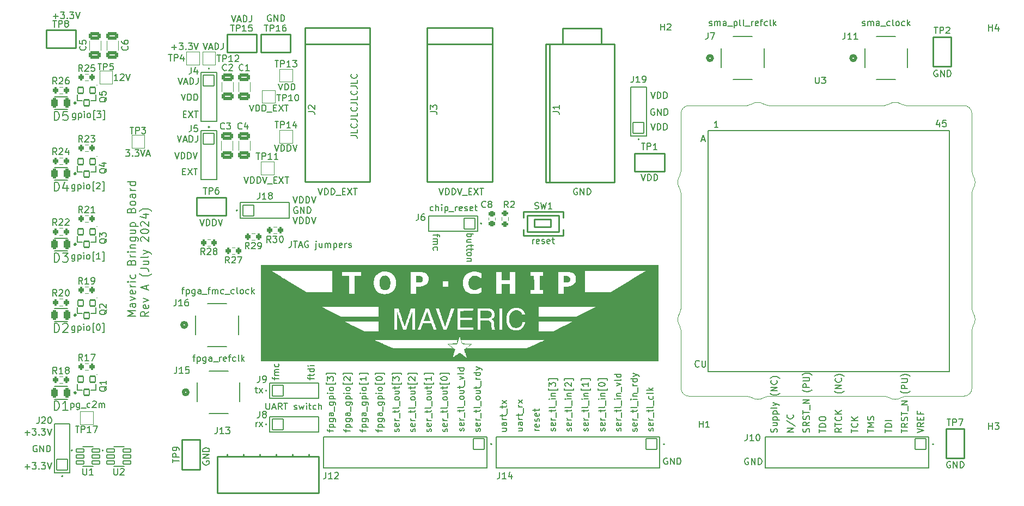
<source format=gto>
G04 #@! TF.GenerationSoftware,KiCad,Pcbnew,8.0.3*
G04 #@! TF.CreationDate,2024-07-10T11:58:07-07:00*
G04 #@! TF.ProjectId,maveric-board,6d617665-7269-4632-9d62-6f6172642e6b,rev?*
G04 #@! TF.SameCoordinates,Original*
G04 #@! TF.FileFunction,Legend,Top*
G04 #@! TF.FilePolarity,Positive*
%FSLAX46Y46*%
G04 Gerber Fmt 4.6, Leading zero omitted, Abs format (unit mm)*
G04 Created by KiCad (PCBNEW 8.0.3) date 2024-07-10 11:58:07*
%MOMM*%
%LPD*%
G01*
G04 APERTURE LIST*
G04 Aperture macros list*
%AMRoundRect*
0 Rectangle with rounded corners*
0 $1 Rounding radius*
0 $2 $3 $4 $5 $6 $7 $8 $9 X,Y pos of 4 corners*
0 Add a 4 corners polygon primitive as box body*
4,1,4,$2,$3,$4,$5,$6,$7,$8,$9,$2,$3,0*
0 Add four circle primitives for the rounded corners*
1,1,$1+$1,$2,$3*
1,1,$1+$1,$4,$5*
1,1,$1+$1,$6,$7*
1,1,$1+$1,$8,$9*
0 Add four rect primitives between the rounded corners*
20,1,$1+$1,$2,$3,$4,$5,0*
20,1,$1+$1,$4,$5,$6,$7,0*
20,1,$1+$1,$6,$7,$8,$9,0*
20,1,$1+$1,$8,$9,$2,$3,0*%
G04 Aperture macros list end*
%ADD10C,0.150000*%
%ADD11C,0.200000*%
%ADD12C,0.025400*%
%ADD13C,0.152400*%
%ADD14C,0.120000*%
%ADD15C,0.250000*%
%ADD16C,0.000000*%
%ADD17C,0.127000*%
%ADD18C,0.076200*%
%ADD19C,0.508000*%
%ADD20C,0.300000*%
%ADD21C,0.100000*%
%ADD22C,2.082800*%
%ADD23C,1.117600*%
%ADD24C,0.558800*%
%ADD25RoundRect,0.200000X0.200000X0.275000X-0.200000X0.275000X-0.200000X-0.275000X0.200000X-0.275000X0*%
%ADD26R,4.000000X2.200000*%
%ADD27RoundRect,0.102000X0.825000X0.825000X-0.825000X0.825000X-0.825000X-0.825000X0.825000X-0.825000X0*%
%ADD28C,1.854000*%
%ADD29RoundRect,0.250000X0.650000X-0.325000X0.650000X0.325000X-0.650000X0.325000X-0.650000X-0.325000X0*%
%ADD30R,1.524000X1.524000*%
%ADD31C,2.600000*%
%ADD32C,2.000000*%
%ADD33C,2.100000*%
%ADD34RoundRect,0.225000X0.250000X-0.225000X0.250000X0.225000X-0.250000X0.225000X-0.250000X-0.225000X0*%
%ADD35RoundRect,0.102000X0.825000X-0.825000X0.825000X0.825000X-0.825000X0.825000X-0.825000X-0.825000X0*%
%ADD36RoundRect,0.102000X-0.825000X-0.825000X0.825000X-0.825000X0.825000X0.825000X-0.825000X0.825000X0*%
%ADD37R,2.200000X4.000000*%
%ADD38RoundRect,0.200000X-0.200000X-0.275000X0.200000X-0.275000X0.200000X0.275000X-0.200000X0.275000X0*%
%ADD39C,0.800000*%
%ADD40C,5.400000*%
%ADD41RoundRect,0.266000X0.266000X0.516000X-0.266000X0.516000X-0.266000X-0.516000X0.266000X-0.516000X0*%
%ADD42RoundRect,0.102000X-0.400000X0.450000X-0.400000X-0.450000X0.400000X-0.450000X0.400000X0.450000X0*%
%ADD43RoundRect,0.090000X-0.585000X-0.270000X0.585000X-0.270000X0.585000X0.270000X-0.585000X0.270000X0*%
%ADD44C,3.000000*%
%ADD45RoundRect,0.102000X-0.825000X0.825000X-0.825000X-0.825000X0.825000X-0.825000X0.825000X0.825000X0*%
%ADD46RoundRect,0.200000X0.275000X-0.200000X0.275000X0.200000X-0.275000X0.200000X-0.275000X-0.200000X0*%
%ADD47R,1.800000X1.800000*%
%ADD48C,1.800000*%
%ADD49R,1.500000X1.000000*%
%ADD50C,3.700000*%
%ADD51C,1.270000*%
G04 APERTURE END LIST*
D10*
X61693922Y-50569819D02*
X62027255Y-51569819D01*
X62027255Y-51569819D02*
X62360588Y-50569819D01*
X62693922Y-51569819D02*
X62693922Y-50569819D01*
X62693922Y-50569819D02*
X62932017Y-50569819D01*
X62932017Y-50569819D02*
X63074874Y-50617438D01*
X63074874Y-50617438D02*
X63170112Y-50712676D01*
X63170112Y-50712676D02*
X63217731Y-50807914D01*
X63217731Y-50807914D02*
X63265350Y-50998390D01*
X63265350Y-50998390D02*
X63265350Y-51141247D01*
X63265350Y-51141247D02*
X63217731Y-51331723D01*
X63217731Y-51331723D02*
X63170112Y-51426961D01*
X63170112Y-51426961D02*
X63074874Y-51522200D01*
X63074874Y-51522200D02*
X62932017Y-51569819D01*
X62932017Y-51569819D02*
X62693922Y-51569819D01*
X63693922Y-51569819D02*
X63693922Y-50569819D01*
X63693922Y-50569819D02*
X63932017Y-50569819D01*
X63932017Y-50569819D02*
X64074874Y-50617438D01*
X64074874Y-50617438D02*
X64170112Y-50712676D01*
X64170112Y-50712676D02*
X64217731Y-50807914D01*
X64217731Y-50807914D02*
X64265350Y-50998390D01*
X64265350Y-50998390D02*
X64265350Y-51141247D01*
X64265350Y-51141247D02*
X64217731Y-51331723D01*
X64217731Y-51331723D02*
X64170112Y-51426961D01*
X64170112Y-51426961D02*
X64074874Y-51522200D01*
X64074874Y-51522200D02*
X63932017Y-51569819D01*
X63932017Y-51569819D02*
X63693922Y-51569819D01*
X84719562Y-103156087D02*
X84719562Y-102775135D01*
X85386229Y-103013230D02*
X84529086Y-103013230D01*
X84529086Y-103013230D02*
X84433848Y-102965611D01*
X84433848Y-102965611D02*
X84386229Y-102870373D01*
X84386229Y-102870373D02*
X84386229Y-102775135D01*
X84719562Y-102441801D02*
X85719562Y-102441801D01*
X84767181Y-102441801D02*
X84719562Y-102346563D01*
X84719562Y-102346563D02*
X84719562Y-102156087D01*
X84719562Y-102156087D02*
X84767181Y-102060849D01*
X84767181Y-102060849D02*
X84814800Y-102013230D01*
X84814800Y-102013230D02*
X84910038Y-101965611D01*
X84910038Y-101965611D02*
X85195752Y-101965611D01*
X85195752Y-101965611D02*
X85290990Y-102013230D01*
X85290990Y-102013230D02*
X85338610Y-102060849D01*
X85338610Y-102060849D02*
X85386229Y-102156087D01*
X85386229Y-102156087D02*
X85386229Y-102346563D01*
X85386229Y-102346563D02*
X85338610Y-102441801D01*
X84719562Y-101108468D02*
X85529086Y-101108468D01*
X85529086Y-101108468D02*
X85624324Y-101156087D01*
X85624324Y-101156087D02*
X85671943Y-101203706D01*
X85671943Y-101203706D02*
X85719562Y-101298944D01*
X85719562Y-101298944D02*
X85719562Y-101441801D01*
X85719562Y-101441801D02*
X85671943Y-101537039D01*
X85338610Y-101108468D02*
X85386229Y-101203706D01*
X85386229Y-101203706D02*
X85386229Y-101394182D01*
X85386229Y-101394182D02*
X85338610Y-101489420D01*
X85338610Y-101489420D02*
X85290990Y-101537039D01*
X85290990Y-101537039D02*
X85195752Y-101584658D01*
X85195752Y-101584658D02*
X84910038Y-101584658D01*
X84910038Y-101584658D02*
X84814800Y-101537039D01*
X84814800Y-101537039D02*
X84767181Y-101489420D01*
X84767181Y-101489420D02*
X84719562Y-101394182D01*
X84719562Y-101394182D02*
X84719562Y-101203706D01*
X84719562Y-101203706D02*
X84767181Y-101108468D01*
X85386229Y-100203706D02*
X84862419Y-100203706D01*
X84862419Y-100203706D02*
X84767181Y-100251325D01*
X84767181Y-100251325D02*
X84719562Y-100346563D01*
X84719562Y-100346563D02*
X84719562Y-100537039D01*
X84719562Y-100537039D02*
X84767181Y-100632277D01*
X85338610Y-100203706D02*
X85386229Y-100298944D01*
X85386229Y-100298944D02*
X85386229Y-100537039D01*
X85386229Y-100537039D02*
X85338610Y-100632277D01*
X85338610Y-100632277D02*
X85243371Y-100679896D01*
X85243371Y-100679896D02*
X85148133Y-100679896D01*
X85148133Y-100679896D02*
X85052895Y-100632277D01*
X85052895Y-100632277D02*
X85005276Y-100537039D01*
X85005276Y-100537039D02*
X85005276Y-100298944D01*
X85005276Y-100298944D02*
X84957657Y-100203706D01*
X85481467Y-99965611D02*
X85481467Y-99203706D01*
X84719562Y-98537039D02*
X85529086Y-98537039D01*
X85529086Y-98537039D02*
X85624324Y-98584658D01*
X85624324Y-98584658D02*
X85671943Y-98632277D01*
X85671943Y-98632277D02*
X85719562Y-98727515D01*
X85719562Y-98727515D02*
X85719562Y-98870372D01*
X85719562Y-98870372D02*
X85671943Y-98965610D01*
X85338610Y-98537039D02*
X85386229Y-98632277D01*
X85386229Y-98632277D02*
X85386229Y-98822753D01*
X85386229Y-98822753D02*
X85338610Y-98917991D01*
X85338610Y-98917991D02*
X85290990Y-98965610D01*
X85290990Y-98965610D02*
X85195752Y-99013229D01*
X85195752Y-99013229D02*
X84910038Y-99013229D01*
X84910038Y-99013229D02*
X84814800Y-98965610D01*
X84814800Y-98965610D02*
X84767181Y-98917991D01*
X84767181Y-98917991D02*
X84719562Y-98822753D01*
X84719562Y-98822753D02*
X84719562Y-98632277D01*
X84719562Y-98632277D02*
X84767181Y-98537039D01*
X84719562Y-98060848D02*
X85719562Y-98060848D01*
X84767181Y-98060848D02*
X84719562Y-97965610D01*
X84719562Y-97965610D02*
X84719562Y-97775134D01*
X84719562Y-97775134D02*
X84767181Y-97679896D01*
X84767181Y-97679896D02*
X84814800Y-97632277D01*
X84814800Y-97632277D02*
X84910038Y-97584658D01*
X84910038Y-97584658D02*
X85195752Y-97584658D01*
X85195752Y-97584658D02*
X85290990Y-97632277D01*
X85290990Y-97632277D02*
X85338610Y-97679896D01*
X85338610Y-97679896D02*
X85386229Y-97775134D01*
X85386229Y-97775134D02*
X85386229Y-97965610D01*
X85386229Y-97965610D02*
X85338610Y-98060848D01*
X85386229Y-97156086D02*
X84719562Y-97156086D01*
X84386229Y-97156086D02*
X84433848Y-97203705D01*
X84433848Y-97203705D02*
X84481467Y-97156086D01*
X84481467Y-97156086D02*
X84433848Y-97108467D01*
X84433848Y-97108467D02*
X84386229Y-97156086D01*
X84386229Y-97156086D02*
X84481467Y-97156086D01*
X85386229Y-96537039D02*
X85338610Y-96632277D01*
X85338610Y-96632277D02*
X85290990Y-96679896D01*
X85290990Y-96679896D02*
X85195752Y-96727515D01*
X85195752Y-96727515D02*
X84910038Y-96727515D01*
X84910038Y-96727515D02*
X84814800Y-96679896D01*
X84814800Y-96679896D02*
X84767181Y-96632277D01*
X84767181Y-96632277D02*
X84719562Y-96537039D01*
X84719562Y-96537039D02*
X84719562Y-96394182D01*
X84719562Y-96394182D02*
X84767181Y-96298944D01*
X84767181Y-96298944D02*
X84814800Y-96251325D01*
X84814800Y-96251325D02*
X84910038Y-96203706D01*
X84910038Y-96203706D02*
X85195752Y-96203706D01*
X85195752Y-96203706D02*
X85290990Y-96251325D01*
X85290990Y-96251325D02*
X85338610Y-96298944D01*
X85338610Y-96298944D02*
X85386229Y-96394182D01*
X85386229Y-96394182D02*
X85386229Y-96537039D01*
X85719562Y-95489420D02*
X85719562Y-95727515D01*
X85719562Y-95727515D02*
X84290990Y-95727515D01*
X84290990Y-95727515D02*
X84290990Y-95489420D01*
X84386229Y-95203705D02*
X84386229Y-94584658D01*
X84386229Y-94584658D02*
X84767181Y-94917991D01*
X84767181Y-94917991D02*
X84767181Y-94775134D01*
X84767181Y-94775134D02*
X84814800Y-94679896D01*
X84814800Y-94679896D02*
X84862419Y-94632277D01*
X84862419Y-94632277D02*
X84957657Y-94584658D01*
X84957657Y-94584658D02*
X85195752Y-94584658D01*
X85195752Y-94584658D02*
X85290990Y-94632277D01*
X85290990Y-94632277D02*
X85338610Y-94679896D01*
X85338610Y-94679896D02*
X85386229Y-94775134D01*
X85386229Y-94775134D02*
X85386229Y-95060848D01*
X85386229Y-95060848D02*
X85338610Y-95156086D01*
X85338610Y-95156086D02*
X85290990Y-95203705D01*
X85719562Y-94251324D02*
X85719562Y-94013229D01*
X85719562Y-94013229D02*
X84290990Y-94013229D01*
X84290990Y-94013229D02*
X84290990Y-94251324D01*
X78822493Y-73469819D02*
X78822493Y-74184104D01*
X78822493Y-74184104D02*
X78774874Y-74326961D01*
X78774874Y-74326961D02*
X78679636Y-74422200D01*
X78679636Y-74422200D02*
X78536779Y-74469819D01*
X78536779Y-74469819D02*
X78441541Y-74469819D01*
X79155827Y-73469819D02*
X79727255Y-73469819D01*
X79441541Y-74469819D02*
X79441541Y-73469819D01*
X80012970Y-74184104D02*
X80489160Y-74184104D01*
X79917732Y-74469819D02*
X80251065Y-73469819D01*
X80251065Y-73469819D02*
X80584398Y-74469819D01*
X81441541Y-73517438D02*
X81346303Y-73469819D01*
X81346303Y-73469819D02*
X81203446Y-73469819D01*
X81203446Y-73469819D02*
X81060589Y-73517438D01*
X81060589Y-73517438D02*
X80965351Y-73612676D01*
X80965351Y-73612676D02*
X80917732Y-73707914D01*
X80917732Y-73707914D02*
X80870113Y-73898390D01*
X80870113Y-73898390D02*
X80870113Y-74041247D01*
X80870113Y-74041247D02*
X80917732Y-74231723D01*
X80917732Y-74231723D02*
X80965351Y-74326961D01*
X80965351Y-74326961D02*
X81060589Y-74422200D01*
X81060589Y-74422200D02*
X81203446Y-74469819D01*
X81203446Y-74469819D02*
X81298684Y-74469819D01*
X81298684Y-74469819D02*
X81441541Y-74422200D01*
X81441541Y-74422200D02*
X81489160Y-74374580D01*
X81489160Y-74374580D02*
X81489160Y-74041247D01*
X81489160Y-74041247D02*
X81298684Y-74041247D01*
X82679637Y-73803152D02*
X82679637Y-74660295D01*
X82679637Y-74660295D02*
X82632018Y-74755533D01*
X82632018Y-74755533D02*
X82536780Y-74803152D01*
X82536780Y-74803152D02*
X82489161Y-74803152D01*
X82679637Y-73469819D02*
X82632018Y-73517438D01*
X82632018Y-73517438D02*
X82679637Y-73565057D01*
X82679637Y-73565057D02*
X82727256Y-73517438D01*
X82727256Y-73517438D02*
X82679637Y-73469819D01*
X82679637Y-73469819D02*
X82679637Y-73565057D01*
X83584398Y-73803152D02*
X83584398Y-74469819D01*
X83155827Y-73803152D02*
X83155827Y-74326961D01*
X83155827Y-74326961D02*
X83203446Y-74422200D01*
X83203446Y-74422200D02*
X83298684Y-74469819D01*
X83298684Y-74469819D02*
X83441541Y-74469819D01*
X83441541Y-74469819D02*
X83536779Y-74422200D01*
X83536779Y-74422200D02*
X83584398Y-74374580D01*
X84060589Y-74469819D02*
X84060589Y-73803152D01*
X84060589Y-73898390D02*
X84108208Y-73850771D01*
X84108208Y-73850771D02*
X84203446Y-73803152D01*
X84203446Y-73803152D02*
X84346303Y-73803152D01*
X84346303Y-73803152D02*
X84441541Y-73850771D01*
X84441541Y-73850771D02*
X84489160Y-73946009D01*
X84489160Y-73946009D02*
X84489160Y-74469819D01*
X84489160Y-73946009D02*
X84536779Y-73850771D01*
X84536779Y-73850771D02*
X84632017Y-73803152D01*
X84632017Y-73803152D02*
X84774874Y-73803152D01*
X84774874Y-73803152D02*
X84870113Y-73850771D01*
X84870113Y-73850771D02*
X84917732Y-73946009D01*
X84917732Y-73946009D02*
X84917732Y-74469819D01*
X85393922Y-73803152D02*
X85393922Y-74803152D01*
X85393922Y-73850771D02*
X85489160Y-73803152D01*
X85489160Y-73803152D02*
X85679636Y-73803152D01*
X85679636Y-73803152D02*
X85774874Y-73850771D01*
X85774874Y-73850771D02*
X85822493Y-73898390D01*
X85822493Y-73898390D02*
X85870112Y-73993628D01*
X85870112Y-73993628D02*
X85870112Y-74279342D01*
X85870112Y-74279342D02*
X85822493Y-74374580D01*
X85822493Y-74374580D02*
X85774874Y-74422200D01*
X85774874Y-74422200D02*
X85679636Y-74469819D01*
X85679636Y-74469819D02*
X85489160Y-74469819D01*
X85489160Y-74469819D02*
X85393922Y-74422200D01*
X86679636Y-74422200D02*
X86584398Y-74469819D01*
X86584398Y-74469819D02*
X86393922Y-74469819D01*
X86393922Y-74469819D02*
X86298684Y-74422200D01*
X86298684Y-74422200D02*
X86251065Y-74326961D01*
X86251065Y-74326961D02*
X86251065Y-73946009D01*
X86251065Y-73946009D02*
X86298684Y-73850771D01*
X86298684Y-73850771D02*
X86393922Y-73803152D01*
X86393922Y-73803152D02*
X86584398Y-73803152D01*
X86584398Y-73803152D02*
X86679636Y-73850771D01*
X86679636Y-73850771D02*
X86727255Y-73946009D01*
X86727255Y-73946009D02*
X86727255Y-74041247D01*
X86727255Y-74041247D02*
X86251065Y-74136485D01*
X87155827Y-74469819D02*
X87155827Y-73803152D01*
X87155827Y-73993628D02*
X87203446Y-73898390D01*
X87203446Y-73898390D02*
X87251065Y-73850771D01*
X87251065Y-73850771D02*
X87346303Y-73803152D01*
X87346303Y-73803152D02*
X87441541Y-73803152D01*
X87727256Y-74422200D02*
X87822494Y-74469819D01*
X87822494Y-74469819D02*
X88012970Y-74469819D01*
X88012970Y-74469819D02*
X88108208Y-74422200D01*
X88108208Y-74422200D02*
X88155827Y-74326961D01*
X88155827Y-74326961D02*
X88155827Y-74279342D01*
X88155827Y-74279342D02*
X88108208Y-74184104D01*
X88108208Y-74184104D02*
X88012970Y-74136485D01*
X88012970Y-74136485D02*
X87870113Y-74136485D01*
X87870113Y-74136485D02*
X87774875Y-74088866D01*
X87774875Y-74088866D02*
X87727256Y-73993628D01*
X87727256Y-73993628D02*
X87727256Y-73946009D01*
X87727256Y-73946009D02*
X87774875Y-73850771D01*
X87774875Y-73850771D02*
X87870113Y-73803152D01*
X87870113Y-73803152D02*
X88012970Y-73803152D01*
X88012970Y-73803152D02*
X88108208Y-73850771D01*
X74890476Y-98669819D02*
X74890476Y-99479342D01*
X74890476Y-99479342D02*
X74938095Y-99574580D01*
X74938095Y-99574580D02*
X74985714Y-99622200D01*
X74985714Y-99622200D02*
X75080952Y-99669819D01*
X75080952Y-99669819D02*
X75271428Y-99669819D01*
X75271428Y-99669819D02*
X75366666Y-99622200D01*
X75366666Y-99622200D02*
X75414285Y-99574580D01*
X75414285Y-99574580D02*
X75461904Y-99479342D01*
X75461904Y-99479342D02*
X75461904Y-98669819D01*
X75890476Y-99384104D02*
X76366666Y-99384104D01*
X75795238Y-99669819D02*
X76128571Y-98669819D01*
X76128571Y-98669819D02*
X76461904Y-99669819D01*
X77366666Y-99669819D02*
X77033333Y-99193628D01*
X76795238Y-99669819D02*
X76795238Y-98669819D01*
X76795238Y-98669819D02*
X77176190Y-98669819D01*
X77176190Y-98669819D02*
X77271428Y-98717438D01*
X77271428Y-98717438D02*
X77319047Y-98765057D01*
X77319047Y-98765057D02*
X77366666Y-98860295D01*
X77366666Y-98860295D02*
X77366666Y-99003152D01*
X77366666Y-99003152D02*
X77319047Y-99098390D01*
X77319047Y-99098390D02*
X77271428Y-99146009D01*
X77271428Y-99146009D02*
X77176190Y-99193628D01*
X77176190Y-99193628D02*
X76795238Y-99193628D01*
X77652381Y-98669819D02*
X78223809Y-98669819D01*
X77938095Y-99669819D02*
X77938095Y-98669819D01*
X79271429Y-99622200D02*
X79366667Y-99669819D01*
X79366667Y-99669819D02*
X79557143Y-99669819D01*
X79557143Y-99669819D02*
X79652381Y-99622200D01*
X79652381Y-99622200D02*
X79700000Y-99526961D01*
X79700000Y-99526961D02*
X79700000Y-99479342D01*
X79700000Y-99479342D02*
X79652381Y-99384104D01*
X79652381Y-99384104D02*
X79557143Y-99336485D01*
X79557143Y-99336485D02*
X79414286Y-99336485D01*
X79414286Y-99336485D02*
X79319048Y-99288866D01*
X79319048Y-99288866D02*
X79271429Y-99193628D01*
X79271429Y-99193628D02*
X79271429Y-99146009D01*
X79271429Y-99146009D02*
X79319048Y-99050771D01*
X79319048Y-99050771D02*
X79414286Y-99003152D01*
X79414286Y-99003152D02*
X79557143Y-99003152D01*
X79557143Y-99003152D02*
X79652381Y-99050771D01*
X80033334Y-99003152D02*
X80223810Y-99669819D01*
X80223810Y-99669819D02*
X80414286Y-99193628D01*
X80414286Y-99193628D02*
X80604762Y-99669819D01*
X80604762Y-99669819D02*
X80795238Y-99003152D01*
X81176191Y-99669819D02*
X81176191Y-99003152D01*
X81176191Y-98669819D02*
X81128572Y-98717438D01*
X81128572Y-98717438D02*
X81176191Y-98765057D01*
X81176191Y-98765057D02*
X81223810Y-98717438D01*
X81223810Y-98717438D02*
X81176191Y-98669819D01*
X81176191Y-98669819D02*
X81176191Y-98765057D01*
X81509524Y-99003152D02*
X81890476Y-99003152D01*
X81652381Y-98669819D02*
X81652381Y-99526961D01*
X81652381Y-99526961D02*
X81700000Y-99622200D01*
X81700000Y-99622200D02*
X81795238Y-99669819D01*
X81795238Y-99669819D02*
X81890476Y-99669819D01*
X82652381Y-99622200D02*
X82557143Y-99669819D01*
X82557143Y-99669819D02*
X82366667Y-99669819D01*
X82366667Y-99669819D02*
X82271429Y-99622200D01*
X82271429Y-99622200D02*
X82223810Y-99574580D01*
X82223810Y-99574580D02*
X82176191Y-99479342D01*
X82176191Y-99479342D02*
X82176191Y-99193628D01*
X82176191Y-99193628D02*
X82223810Y-99098390D01*
X82223810Y-99098390D02*
X82271429Y-99050771D01*
X82271429Y-99050771D02*
X82366667Y-99003152D01*
X82366667Y-99003152D02*
X82557143Y-99003152D01*
X82557143Y-99003152D02*
X82652381Y-99050771D01*
X83080953Y-99669819D02*
X83080953Y-98669819D01*
X83509524Y-99669819D02*
X83509524Y-99146009D01*
X83509524Y-99146009D02*
X83461905Y-99050771D01*
X83461905Y-99050771D02*
X83366667Y-99003152D01*
X83366667Y-99003152D02*
X83223810Y-99003152D01*
X83223810Y-99003152D02*
X83128572Y-99050771D01*
X83128572Y-99050771D02*
X83080953Y-99098390D01*
X60693922Y-59669819D02*
X61027255Y-60669819D01*
X61027255Y-60669819D02*
X61360588Y-59669819D01*
X61693922Y-60669819D02*
X61693922Y-59669819D01*
X61693922Y-59669819D02*
X61932017Y-59669819D01*
X61932017Y-59669819D02*
X62074874Y-59717438D01*
X62074874Y-59717438D02*
X62170112Y-59812676D01*
X62170112Y-59812676D02*
X62217731Y-59907914D01*
X62217731Y-59907914D02*
X62265350Y-60098390D01*
X62265350Y-60098390D02*
X62265350Y-60241247D01*
X62265350Y-60241247D02*
X62217731Y-60431723D01*
X62217731Y-60431723D02*
X62170112Y-60526961D01*
X62170112Y-60526961D02*
X62074874Y-60622200D01*
X62074874Y-60622200D02*
X61932017Y-60669819D01*
X61932017Y-60669819D02*
X61693922Y-60669819D01*
X62693922Y-60669819D02*
X62693922Y-59669819D01*
X62693922Y-59669819D02*
X62932017Y-59669819D01*
X62932017Y-59669819D02*
X63074874Y-59717438D01*
X63074874Y-59717438D02*
X63170112Y-59812676D01*
X63170112Y-59812676D02*
X63217731Y-59907914D01*
X63217731Y-59907914D02*
X63265350Y-60098390D01*
X63265350Y-60098390D02*
X63265350Y-60241247D01*
X63265350Y-60241247D02*
X63217731Y-60431723D01*
X63217731Y-60431723D02*
X63170112Y-60526961D01*
X63170112Y-60526961D02*
X63074874Y-60622200D01*
X63074874Y-60622200D02*
X62932017Y-60669819D01*
X62932017Y-60669819D02*
X62693922Y-60669819D01*
X63551065Y-59669819D02*
X63884398Y-60669819D01*
X63884398Y-60669819D02*
X64217731Y-59669819D01*
X61793922Y-81003152D02*
X62174874Y-81003152D01*
X61936779Y-81669819D02*
X61936779Y-80812676D01*
X61936779Y-80812676D02*
X61984398Y-80717438D01*
X61984398Y-80717438D02*
X62079636Y-80669819D01*
X62079636Y-80669819D02*
X62174874Y-80669819D01*
X62508208Y-81003152D02*
X62508208Y-82003152D01*
X62508208Y-81050771D02*
X62603446Y-81003152D01*
X62603446Y-81003152D02*
X62793922Y-81003152D01*
X62793922Y-81003152D02*
X62889160Y-81050771D01*
X62889160Y-81050771D02*
X62936779Y-81098390D01*
X62936779Y-81098390D02*
X62984398Y-81193628D01*
X62984398Y-81193628D02*
X62984398Y-81479342D01*
X62984398Y-81479342D02*
X62936779Y-81574580D01*
X62936779Y-81574580D02*
X62889160Y-81622200D01*
X62889160Y-81622200D02*
X62793922Y-81669819D01*
X62793922Y-81669819D02*
X62603446Y-81669819D01*
X62603446Y-81669819D02*
X62508208Y-81622200D01*
X63841541Y-81003152D02*
X63841541Y-81812676D01*
X63841541Y-81812676D02*
X63793922Y-81907914D01*
X63793922Y-81907914D02*
X63746303Y-81955533D01*
X63746303Y-81955533D02*
X63651065Y-82003152D01*
X63651065Y-82003152D02*
X63508208Y-82003152D01*
X63508208Y-82003152D02*
X63412970Y-81955533D01*
X63841541Y-81622200D02*
X63746303Y-81669819D01*
X63746303Y-81669819D02*
X63555827Y-81669819D01*
X63555827Y-81669819D02*
X63460589Y-81622200D01*
X63460589Y-81622200D02*
X63412970Y-81574580D01*
X63412970Y-81574580D02*
X63365351Y-81479342D01*
X63365351Y-81479342D02*
X63365351Y-81193628D01*
X63365351Y-81193628D02*
X63412970Y-81098390D01*
X63412970Y-81098390D02*
X63460589Y-81050771D01*
X63460589Y-81050771D02*
X63555827Y-81003152D01*
X63555827Y-81003152D02*
X63746303Y-81003152D01*
X63746303Y-81003152D02*
X63841541Y-81050771D01*
X64746303Y-81669819D02*
X64746303Y-81146009D01*
X64746303Y-81146009D02*
X64698684Y-81050771D01*
X64698684Y-81050771D02*
X64603446Y-81003152D01*
X64603446Y-81003152D02*
X64412970Y-81003152D01*
X64412970Y-81003152D02*
X64317732Y-81050771D01*
X64746303Y-81622200D02*
X64651065Y-81669819D01*
X64651065Y-81669819D02*
X64412970Y-81669819D01*
X64412970Y-81669819D02*
X64317732Y-81622200D01*
X64317732Y-81622200D02*
X64270113Y-81526961D01*
X64270113Y-81526961D02*
X64270113Y-81431723D01*
X64270113Y-81431723D02*
X64317732Y-81336485D01*
X64317732Y-81336485D02*
X64412970Y-81288866D01*
X64412970Y-81288866D02*
X64651065Y-81288866D01*
X64651065Y-81288866D02*
X64746303Y-81241247D01*
X64984399Y-81765057D02*
X65746303Y-81765057D01*
X65841542Y-81003152D02*
X66222494Y-81003152D01*
X65984399Y-81669819D02*
X65984399Y-80812676D01*
X65984399Y-80812676D02*
X66032018Y-80717438D01*
X66032018Y-80717438D02*
X66127256Y-80669819D01*
X66127256Y-80669819D02*
X66222494Y-80669819D01*
X66555828Y-81669819D02*
X66555828Y-81003152D01*
X66555828Y-81098390D02*
X66603447Y-81050771D01*
X66603447Y-81050771D02*
X66698685Y-81003152D01*
X66698685Y-81003152D02*
X66841542Y-81003152D01*
X66841542Y-81003152D02*
X66936780Y-81050771D01*
X66936780Y-81050771D02*
X66984399Y-81146009D01*
X66984399Y-81146009D02*
X66984399Y-81669819D01*
X66984399Y-81146009D02*
X67032018Y-81050771D01*
X67032018Y-81050771D02*
X67127256Y-81003152D01*
X67127256Y-81003152D02*
X67270113Y-81003152D01*
X67270113Y-81003152D02*
X67365352Y-81050771D01*
X67365352Y-81050771D02*
X67412971Y-81146009D01*
X67412971Y-81146009D02*
X67412971Y-81669819D01*
X68317732Y-81622200D02*
X68222494Y-81669819D01*
X68222494Y-81669819D02*
X68032018Y-81669819D01*
X68032018Y-81669819D02*
X67936780Y-81622200D01*
X67936780Y-81622200D02*
X67889161Y-81574580D01*
X67889161Y-81574580D02*
X67841542Y-81479342D01*
X67841542Y-81479342D02*
X67841542Y-81193628D01*
X67841542Y-81193628D02*
X67889161Y-81098390D01*
X67889161Y-81098390D02*
X67936780Y-81050771D01*
X67936780Y-81050771D02*
X68032018Y-81003152D01*
X68032018Y-81003152D02*
X68222494Y-81003152D01*
X68222494Y-81003152D02*
X68317732Y-81050771D01*
X68508209Y-81765057D02*
X69270113Y-81765057D01*
X69936780Y-81622200D02*
X69841542Y-81669819D01*
X69841542Y-81669819D02*
X69651066Y-81669819D01*
X69651066Y-81669819D02*
X69555828Y-81622200D01*
X69555828Y-81622200D02*
X69508209Y-81574580D01*
X69508209Y-81574580D02*
X69460590Y-81479342D01*
X69460590Y-81479342D02*
X69460590Y-81193628D01*
X69460590Y-81193628D02*
X69508209Y-81098390D01*
X69508209Y-81098390D02*
X69555828Y-81050771D01*
X69555828Y-81050771D02*
X69651066Y-81003152D01*
X69651066Y-81003152D02*
X69841542Y-81003152D01*
X69841542Y-81003152D02*
X69936780Y-81050771D01*
X70508209Y-81669819D02*
X70412971Y-81622200D01*
X70412971Y-81622200D02*
X70365352Y-81526961D01*
X70365352Y-81526961D02*
X70365352Y-80669819D01*
X71032019Y-81669819D02*
X70936781Y-81622200D01*
X70936781Y-81622200D02*
X70889162Y-81574580D01*
X70889162Y-81574580D02*
X70841543Y-81479342D01*
X70841543Y-81479342D02*
X70841543Y-81193628D01*
X70841543Y-81193628D02*
X70889162Y-81098390D01*
X70889162Y-81098390D02*
X70936781Y-81050771D01*
X70936781Y-81050771D02*
X71032019Y-81003152D01*
X71032019Y-81003152D02*
X71174876Y-81003152D01*
X71174876Y-81003152D02*
X71270114Y-81050771D01*
X71270114Y-81050771D02*
X71317733Y-81098390D01*
X71317733Y-81098390D02*
X71365352Y-81193628D01*
X71365352Y-81193628D02*
X71365352Y-81479342D01*
X71365352Y-81479342D02*
X71317733Y-81574580D01*
X71317733Y-81574580D02*
X71270114Y-81622200D01*
X71270114Y-81622200D02*
X71174876Y-81669819D01*
X71174876Y-81669819D02*
X71032019Y-81669819D01*
X72222495Y-81622200D02*
X72127257Y-81669819D01*
X72127257Y-81669819D02*
X71936781Y-81669819D01*
X71936781Y-81669819D02*
X71841543Y-81622200D01*
X71841543Y-81622200D02*
X71793924Y-81574580D01*
X71793924Y-81574580D02*
X71746305Y-81479342D01*
X71746305Y-81479342D02*
X71746305Y-81193628D01*
X71746305Y-81193628D02*
X71793924Y-81098390D01*
X71793924Y-81098390D02*
X71841543Y-81050771D01*
X71841543Y-81050771D02*
X71936781Y-81003152D01*
X71936781Y-81003152D02*
X72127257Y-81003152D01*
X72127257Y-81003152D02*
X72222495Y-81050771D01*
X72651067Y-81669819D02*
X72651067Y-80669819D01*
X72746305Y-81288866D02*
X73032019Y-81669819D01*
X73032019Y-81003152D02*
X72651067Y-81384104D01*
X45165350Y-64703152D02*
X45165350Y-65512676D01*
X45165350Y-65512676D02*
X45117731Y-65607914D01*
X45117731Y-65607914D02*
X45070112Y-65655533D01*
X45070112Y-65655533D02*
X44974874Y-65703152D01*
X44974874Y-65703152D02*
X44832017Y-65703152D01*
X44832017Y-65703152D02*
X44736779Y-65655533D01*
X45165350Y-65322200D02*
X45070112Y-65369819D01*
X45070112Y-65369819D02*
X44879636Y-65369819D01*
X44879636Y-65369819D02*
X44784398Y-65322200D01*
X44784398Y-65322200D02*
X44736779Y-65274580D01*
X44736779Y-65274580D02*
X44689160Y-65179342D01*
X44689160Y-65179342D02*
X44689160Y-64893628D01*
X44689160Y-64893628D02*
X44736779Y-64798390D01*
X44736779Y-64798390D02*
X44784398Y-64750771D01*
X44784398Y-64750771D02*
X44879636Y-64703152D01*
X44879636Y-64703152D02*
X45070112Y-64703152D01*
X45070112Y-64703152D02*
X45165350Y-64750771D01*
X45641541Y-64703152D02*
X45641541Y-65703152D01*
X45641541Y-64750771D02*
X45736779Y-64703152D01*
X45736779Y-64703152D02*
X45927255Y-64703152D01*
X45927255Y-64703152D02*
X46022493Y-64750771D01*
X46022493Y-64750771D02*
X46070112Y-64798390D01*
X46070112Y-64798390D02*
X46117731Y-64893628D01*
X46117731Y-64893628D02*
X46117731Y-65179342D01*
X46117731Y-65179342D02*
X46070112Y-65274580D01*
X46070112Y-65274580D02*
X46022493Y-65322200D01*
X46022493Y-65322200D02*
X45927255Y-65369819D01*
X45927255Y-65369819D02*
X45736779Y-65369819D01*
X45736779Y-65369819D02*
X45641541Y-65322200D01*
X46546303Y-65369819D02*
X46546303Y-64703152D01*
X46546303Y-64369819D02*
X46498684Y-64417438D01*
X46498684Y-64417438D02*
X46546303Y-64465057D01*
X46546303Y-64465057D02*
X46593922Y-64417438D01*
X46593922Y-64417438D02*
X46546303Y-64369819D01*
X46546303Y-64369819D02*
X46546303Y-64465057D01*
X47165350Y-65369819D02*
X47070112Y-65322200D01*
X47070112Y-65322200D02*
X47022493Y-65274580D01*
X47022493Y-65274580D02*
X46974874Y-65179342D01*
X46974874Y-65179342D02*
X46974874Y-64893628D01*
X46974874Y-64893628D02*
X47022493Y-64798390D01*
X47022493Y-64798390D02*
X47070112Y-64750771D01*
X47070112Y-64750771D02*
X47165350Y-64703152D01*
X47165350Y-64703152D02*
X47308207Y-64703152D01*
X47308207Y-64703152D02*
X47403445Y-64750771D01*
X47403445Y-64750771D02*
X47451064Y-64798390D01*
X47451064Y-64798390D02*
X47498683Y-64893628D01*
X47498683Y-64893628D02*
X47498683Y-65179342D01*
X47498683Y-65179342D02*
X47451064Y-65274580D01*
X47451064Y-65274580D02*
X47403445Y-65322200D01*
X47403445Y-65322200D02*
X47308207Y-65369819D01*
X47308207Y-65369819D02*
X47165350Y-65369819D01*
X48212969Y-65703152D02*
X47974874Y-65703152D01*
X47974874Y-65703152D02*
X47974874Y-64274580D01*
X47974874Y-64274580D02*
X48212969Y-64274580D01*
X48546303Y-64465057D02*
X48593922Y-64417438D01*
X48593922Y-64417438D02*
X48689160Y-64369819D01*
X48689160Y-64369819D02*
X48927255Y-64369819D01*
X48927255Y-64369819D02*
X49022493Y-64417438D01*
X49022493Y-64417438D02*
X49070112Y-64465057D01*
X49070112Y-64465057D02*
X49117731Y-64560295D01*
X49117731Y-64560295D02*
X49117731Y-64655533D01*
X49117731Y-64655533D02*
X49070112Y-64798390D01*
X49070112Y-64798390D02*
X48498684Y-65369819D01*
X48498684Y-65369819D02*
X49117731Y-65369819D01*
X49451065Y-65703152D02*
X49689160Y-65703152D01*
X49689160Y-65703152D02*
X49689160Y-64274580D01*
X49689160Y-64274580D02*
X49451065Y-64274580D01*
X72293922Y-52269819D02*
X72627255Y-53269819D01*
X72627255Y-53269819D02*
X72960588Y-52269819D01*
X73293922Y-53269819D02*
X73293922Y-52269819D01*
X73293922Y-52269819D02*
X73532017Y-52269819D01*
X73532017Y-52269819D02*
X73674874Y-52317438D01*
X73674874Y-52317438D02*
X73770112Y-52412676D01*
X73770112Y-52412676D02*
X73817731Y-52507914D01*
X73817731Y-52507914D02*
X73865350Y-52698390D01*
X73865350Y-52698390D02*
X73865350Y-52841247D01*
X73865350Y-52841247D02*
X73817731Y-53031723D01*
X73817731Y-53031723D02*
X73770112Y-53126961D01*
X73770112Y-53126961D02*
X73674874Y-53222200D01*
X73674874Y-53222200D02*
X73532017Y-53269819D01*
X73532017Y-53269819D02*
X73293922Y-53269819D01*
X74293922Y-53269819D02*
X74293922Y-52269819D01*
X74293922Y-52269819D02*
X74532017Y-52269819D01*
X74532017Y-52269819D02*
X74674874Y-52317438D01*
X74674874Y-52317438D02*
X74770112Y-52412676D01*
X74770112Y-52412676D02*
X74817731Y-52507914D01*
X74817731Y-52507914D02*
X74865350Y-52698390D01*
X74865350Y-52698390D02*
X74865350Y-52841247D01*
X74865350Y-52841247D02*
X74817731Y-53031723D01*
X74817731Y-53031723D02*
X74770112Y-53126961D01*
X74770112Y-53126961D02*
X74674874Y-53222200D01*
X74674874Y-53222200D02*
X74532017Y-53269819D01*
X74532017Y-53269819D02*
X74293922Y-53269819D01*
X75055827Y-53365057D02*
X75817731Y-53365057D01*
X76055827Y-52746009D02*
X76389160Y-52746009D01*
X76532017Y-53269819D02*
X76055827Y-53269819D01*
X76055827Y-53269819D02*
X76055827Y-52269819D01*
X76055827Y-52269819D02*
X76532017Y-52269819D01*
X76865351Y-52269819D02*
X77532017Y-53269819D01*
X77532017Y-52269819D02*
X76865351Y-53269819D01*
X77770113Y-52269819D02*
X78341541Y-52269819D01*
X78055827Y-53269819D02*
X78055827Y-52269819D01*
X81703152Y-95056077D02*
X81703152Y-94675125D01*
X82369819Y-94913220D02*
X81512676Y-94913220D01*
X81512676Y-94913220D02*
X81417438Y-94865601D01*
X81417438Y-94865601D02*
X81369819Y-94770363D01*
X81369819Y-94770363D02*
X81369819Y-94675125D01*
X81703152Y-94484648D02*
X81703152Y-94103696D01*
X81369819Y-94341791D02*
X82226961Y-94341791D01*
X82226961Y-94341791D02*
X82322200Y-94294172D01*
X82322200Y-94294172D02*
X82369819Y-94198934D01*
X82369819Y-94198934D02*
X82369819Y-94103696D01*
X82369819Y-93341791D02*
X81369819Y-93341791D01*
X82322200Y-93341791D02*
X82369819Y-93437029D01*
X82369819Y-93437029D02*
X82369819Y-93627505D01*
X82369819Y-93627505D02*
X82322200Y-93722743D01*
X82322200Y-93722743D02*
X82274580Y-93770362D01*
X82274580Y-93770362D02*
X82179342Y-93817981D01*
X82179342Y-93817981D02*
X81893628Y-93817981D01*
X81893628Y-93817981D02*
X81798390Y-93770362D01*
X81798390Y-93770362D02*
X81750771Y-93722743D01*
X81750771Y-93722743D02*
X81703152Y-93627505D01*
X81703152Y-93627505D02*
X81703152Y-93437029D01*
X81703152Y-93437029D02*
X81750771Y-93341791D01*
X82369819Y-92865600D02*
X81703152Y-92865600D01*
X81369819Y-92865600D02*
X81417438Y-92913219D01*
X81417438Y-92913219D02*
X81465057Y-92865600D01*
X81465057Y-92865600D02*
X81417438Y-92817981D01*
X81417438Y-92817981D02*
X81369819Y-92865600D01*
X81369819Y-92865600D02*
X81465057Y-92865600D01*
X168369819Y-103306077D02*
X168369819Y-102734649D01*
X169369819Y-103020363D02*
X168369819Y-103020363D01*
X169369819Y-102401315D02*
X168369819Y-102401315D01*
X168369819Y-102401315D02*
X169084104Y-102067982D01*
X169084104Y-102067982D02*
X168369819Y-101734649D01*
X168369819Y-101734649D02*
X169369819Y-101734649D01*
X169322200Y-101306077D02*
X169369819Y-101163220D01*
X169369819Y-101163220D02*
X169369819Y-100925125D01*
X169369819Y-100925125D02*
X169322200Y-100829887D01*
X169322200Y-100829887D02*
X169274580Y-100782268D01*
X169274580Y-100782268D02*
X169179342Y-100734649D01*
X169179342Y-100734649D02*
X169084104Y-100734649D01*
X169084104Y-100734649D02*
X168988866Y-100782268D01*
X168988866Y-100782268D02*
X168941247Y-100829887D01*
X168941247Y-100829887D02*
X168893628Y-100925125D01*
X168893628Y-100925125D02*
X168846009Y-101115601D01*
X168846009Y-101115601D02*
X168798390Y-101210839D01*
X168798390Y-101210839D02*
X168750771Y-101258458D01*
X168750771Y-101258458D02*
X168655533Y-101306077D01*
X168655533Y-101306077D02*
X168560295Y-101306077D01*
X168560295Y-101306077D02*
X168465057Y-101258458D01*
X168465057Y-101258458D02*
X168417438Y-101210839D01*
X168417438Y-101210839D02*
X168369819Y-101115601D01*
X168369819Y-101115601D02*
X168369819Y-100877506D01*
X168369819Y-100877506D02*
X168417438Y-100734649D01*
X71493922Y-63469819D02*
X71827255Y-64469819D01*
X71827255Y-64469819D02*
X72160588Y-63469819D01*
X72493922Y-64469819D02*
X72493922Y-63469819D01*
X72493922Y-63469819D02*
X72732017Y-63469819D01*
X72732017Y-63469819D02*
X72874874Y-63517438D01*
X72874874Y-63517438D02*
X72970112Y-63612676D01*
X72970112Y-63612676D02*
X73017731Y-63707914D01*
X73017731Y-63707914D02*
X73065350Y-63898390D01*
X73065350Y-63898390D02*
X73065350Y-64041247D01*
X73065350Y-64041247D02*
X73017731Y-64231723D01*
X73017731Y-64231723D02*
X72970112Y-64326961D01*
X72970112Y-64326961D02*
X72874874Y-64422200D01*
X72874874Y-64422200D02*
X72732017Y-64469819D01*
X72732017Y-64469819D02*
X72493922Y-64469819D01*
X73493922Y-64469819D02*
X73493922Y-63469819D01*
X73493922Y-63469819D02*
X73732017Y-63469819D01*
X73732017Y-63469819D02*
X73874874Y-63517438D01*
X73874874Y-63517438D02*
X73970112Y-63612676D01*
X73970112Y-63612676D02*
X74017731Y-63707914D01*
X74017731Y-63707914D02*
X74065350Y-63898390D01*
X74065350Y-63898390D02*
X74065350Y-64041247D01*
X74065350Y-64041247D02*
X74017731Y-64231723D01*
X74017731Y-64231723D02*
X73970112Y-64326961D01*
X73970112Y-64326961D02*
X73874874Y-64422200D01*
X73874874Y-64422200D02*
X73732017Y-64469819D01*
X73732017Y-64469819D02*
X73493922Y-64469819D01*
X74351065Y-63469819D02*
X74684398Y-64469819D01*
X74684398Y-64469819D02*
X75017731Y-63469819D01*
X75112970Y-64565057D02*
X75874874Y-64565057D01*
X76112970Y-63946009D02*
X76446303Y-63946009D01*
X76589160Y-64469819D02*
X76112970Y-64469819D01*
X76112970Y-64469819D02*
X76112970Y-63469819D01*
X76112970Y-63469819D02*
X76589160Y-63469819D01*
X76922494Y-63469819D02*
X77589160Y-64469819D01*
X77589160Y-63469819D02*
X76922494Y-64469819D01*
X77827256Y-63469819D02*
X78398684Y-63469819D01*
X78112970Y-64469819D02*
X78112970Y-63469819D01*
X73336779Y-102369819D02*
X73336779Y-101703152D01*
X73336779Y-101893628D02*
X73384398Y-101798390D01*
X73384398Y-101798390D02*
X73432017Y-101750771D01*
X73432017Y-101750771D02*
X73527255Y-101703152D01*
X73527255Y-101703152D02*
X73622493Y-101703152D01*
X73860589Y-102369819D02*
X74384398Y-101703152D01*
X73860589Y-101703152D02*
X74384398Y-102369819D01*
X164356229Y-102591792D02*
X163880038Y-102925125D01*
X164356229Y-103163220D02*
X163356229Y-103163220D01*
X163356229Y-103163220D02*
X163356229Y-102782268D01*
X163356229Y-102782268D02*
X163403848Y-102687030D01*
X163403848Y-102687030D02*
X163451467Y-102639411D01*
X163451467Y-102639411D02*
X163546705Y-102591792D01*
X163546705Y-102591792D02*
X163689562Y-102591792D01*
X163689562Y-102591792D02*
X163784800Y-102639411D01*
X163784800Y-102639411D02*
X163832419Y-102687030D01*
X163832419Y-102687030D02*
X163880038Y-102782268D01*
X163880038Y-102782268D02*
X163880038Y-103163220D01*
X163356229Y-102306077D02*
X163356229Y-101734649D01*
X164356229Y-102020363D02*
X163356229Y-102020363D01*
X164260990Y-100829887D02*
X164308610Y-100877506D01*
X164308610Y-100877506D02*
X164356229Y-101020363D01*
X164356229Y-101020363D02*
X164356229Y-101115601D01*
X164356229Y-101115601D02*
X164308610Y-101258458D01*
X164308610Y-101258458D02*
X164213371Y-101353696D01*
X164213371Y-101353696D02*
X164118133Y-101401315D01*
X164118133Y-101401315D02*
X163927657Y-101448934D01*
X163927657Y-101448934D02*
X163784800Y-101448934D01*
X163784800Y-101448934D02*
X163594324Y-101401315D01*
X163594324Y-101401315D02*
X163499086Y-101353696D01*
X163499086Y-101353696D02*
X163403848Y-101258458D01*
X163403848Y-101258458D02*
X163356229Y-101115601D01*
X163356229Y-101115601D02*
X163356229Y-101020363D01*
X163356229Y-101020363D02*
X163403848Y-100877506D01*
X163403848Y-100877506D02*
X163451467Y-100829887D01*
X164356229Y-100401315D02*
X163356229Y-100401315D01*
X164356229Y-99829887D02*
X163784800Y-100258458D01*
X163356229Y-99829887D02*
X163927657Y-100401315D01*
X164737181Y-96829886D02*
X164689562Y-96877505D01*
X164689562Y-96877505D02*
X164546705Y-96972743D01*
X164546705Y-96972743D02*
X164451467Y-97020362D01*
X164451467Y-97020362D02*
X164308610Y-97067981D01*
X164308610Y-97067981D02*
X164070514Y-97115600D01*
X164070514Y-97115600D02*
X163880038Y-97115600D01*
X163880038Y-97115600D02*
X163641943Y-97067981D01*
X163641943Y-97067981D02*
X163499086Y-97020362D01*
X163499086Y-97020362D02*
X163403848Y-96972743D01*
X163403848Y-96972743D02*
X163260990Y-96877505D01*
X163260990Y-96877505D02*
X163213371Y-96829886D01*
X164356229Y-96448933D02*
X163356229Y-96448933D01*
X163356229Y-96448933D02*
X164356229Y-95877505D01*
X164356229Y-95877505D02*
X163356229Y-95877505D01*
X164260990Y-94829886D02*
X164308610Y-94877505D01*
X164308610Y-94877505D02*
X164356229Y-95020362D01*
X164356229Y-95020362D02*
X164356229Y-95115600D01*
X164356229Y-95115600D02*
X164308610Y-95258457D01*
X164308610Y-95258457D02*
X164213371Y-95353695D01*
X164213371Y-95353695D02*
X164118133Y-95401314D01*
X164118133Y-95401314D02*
X163927657Y-95448933D01*
X163927657Y-95448933D02*
X163784800Y-95448933D01*
X163784800Y-95448933D02*
X163594324Y-95401314D01*
X163594324Y-95401314D02*
X163499086Y-95353695D01*
X163499086Y-95353695D02*
X163403848Y-95258457D01*
X163403848Y-95258457D02*
X163356229Y-95115600D01*
X163356229Y-95115600D02*
X163356229Y-95020362D01*
X163356229Y-95020362D02*
X163403848Y-94877505D01*
X163403848Y-94877505D02*
X163451467Y-94829886D01*
X164737181Y-94496552D02*
X164689562Y-94448933D01*
X164689562Y-94448933D02*
X164546705Y-94353695D01*
X164546705Y-94353695D02*
X164451467Y-94306076D01*
X164451467Y-94306076D02*
X164308610Y-94258457D01*
X164308610Y-94258457D02*
X164070514Y-94210838D01*
X164070514Y-94210838D02*
X163880038Y-94210838D01*
X163880038Y-94210838D02*
X163641943Y-94258457D01*
X163641943Y-94258457D02*
X163499086Y-94306076D01*
X163499086Y-94306076D02*
X163403848Y-94353695D01*
X163403848Y-94353695D02*
X163260990Y-94448933D01*
X163260990Y-94448933D02*
X163213371Y-94496552D01*
X51860588Y-48469819D02*
X51289160Y-48469819D01*
X51574874Y-48469819D02*
X51574874Y-47469819D01*
X51574874Y-47469819D02*
X51479636Y-47612676D01*
X51479636Y-47612676D02*
X51384398Y-47707914D01*
X51384398Y-47707914D02*
X51289160Y-47755533D01*
X52241541Y-47565057D02*
X52289160Y-47517438D01*
X52289160Y-47517438D02*
X52384398Y-47469819D01*
X52384398Y-47469819D02*
X52622493Y-47469819D01*
X52622493Y-47469819D02*
X52717731Y-47517438D01*
X52717731Y-47517438D02*
X52765350Y-47565057D01*
X52765350Y-47565057D02*
X52812969Y-47660295D01*
X52812969Y-47660295D02*
X52812969Y-47755533D01*
X52812969Y-47755533D02*
X52765350Y-47898390D01*
X52765350Y-47898390D02*
X52193922Y-48469819D01*
X52193922Y-48469819D02*
X52812969Y-48469819D01*
X53098684Y-47469819D02*
X53432017Y-48469819D01*
X53432017Y-48469819D02*
X53765350Y-47469819D01*
X75660588Y-38317438D02*
X75565350Y-38269819D01*
X75565350Y-38269819D02*
X75422493Y-38269819D01*
X75422493Y-38269819D02*
X75279636Y-38317438D01*
X75279636Y-38317438D02*
X75184398Y-38412676D01*
X75184398Y-38412676D02*
X75136779Y-38507914D01*
X75136779Y-38507914D02*
X75089160Y-38698390D01*
X75089160Y-38698390D02*
X75089160Y-38841247D01*
X75089160Y-38841247D02*
X75136779Y-39031723D01*
X75136779Y-39031723D02*
X75184398Y-39126961D01*
X75184398Y-39126961D02*
X75279636Y-39222200D01*
X75279636Y-39222200D02*
X75422493Y-39269819D01*
X75422493Y-39269819D02*
X75517731Y-39269819D01*
X75517731Y-39269819D02*
X75660588Y-39222200D01*
X75660588Y-39222200D02*
X75708207Y-39174580D01*
X75708207Y-39174580D02*
X75708207Y-38841247D01*
X75708207Y-38841247D02*
X75517731Y-38841247D01*
X76136779Y-39269819D02*
X76136779Y-38269819D01*
X76136779Y-38269819D02*
X76708207Y-39269819D01*
X76708207Y-39269819D02*
X76708207Y-38269819D01*
X77184398Y-39269819D02*
X77184398Y-38269819D01*
X77184398Y-38269819D02*
X77422493Y-38269819D01*
X77422493Y-38269819D02*
X77565350Y-38317438D01*
X77565350Y-38317438D02*
X77660588Y-38412676D01*
X77660588Y-38412676D02*
X77708207Y-38507914D01*
X77708207Y-38507914D02*
X77755826Y-38698390D01*
X77755826Y-38698390D02*
X77755826Y-38841247D01*
X77755826Y-38841247D02*
X77708207Y-39031723D01*
X77708207Y-39031723D02*
X77660588Y-39126961D01*
X77660588Y-39126961D02*
X77565350Y-39222200D01*
X77565350Y-39222200D02*
X77422493Y-39269819D01*
X77422493Y-39269819D02*
X77184398Y-39269819D01*
X37400000Y-103273866D02*
X38161905Y-103273866D01*
X37780952Y-103654819D02*
X37780952Y-102892914D01*
X38542857Y-102654819D02*
X39161904Y-102654819D01*
X39161904Y-102654819D02*
X38828571Y-103035771D01*
X38828571Y-103035771D02*
X38971428Y-103035771D01*
X38971428Y-103035771D02*
X39066666Y-103083390D01*
X39066666Y-103083390D02*
X39114285Y-103131009D01*
X39114285Y-103131009D02*
X39161904Y-103226247D01*
X39161904Y-103226247D02*
X39161904Y-103464342D01*
X39161904Y-103464342D02*
X39114285Y-103559580D01*
X39114285Y-103559580D02*
X39066666Y-103607200D01*
X39066666Y-103607200D02*
X38971428Y-103654819D01*
X38971428Y-103654819D02*
X38685714Y-103654819D01*
X38685714Y-103654819D02*
X38590476Y-103607200D01*
X38590476Y-103607200D02*
X38542857Y-103559580D01*
X39590476Y-103559580D02*
X39638095Y-103607200D01*
X39638095Y-103607200D02*
X39590476Y-103654819D01*
X39590476Y-103654819D02*
X39542857Y-103607200D01*
X39542857Y-103607200D02*
X39590476Y-103559580D01*
X39590476Y-103559580D02*
X39590476Y-103654819D01*
X39971428Y-102654819D02*
X40590475Y-102654819D01*
X40590475Y-102654819D02*
X40257142Y-103035771D01*
X40257142Y-103035771D02*
X40399999Y-103035771D01*
X40399999Y-103035771D02*
X40495237Y-103083390D01*
X40495237Y-103083390D02*
X40542856Y-103131009D01*
X40542856Y-103131009D02*
X40590475Y-103226247D01*
X40590475Y-103226247D02*
X40590475Y-103464342D01*
X40590475Y-103464342D02*
X40542856Y-103559580D01*
X40542856Y-103559580D02*
X40495237Y-103607200D01*
X40495237Y-103607200D02*
X40399999Y-103654819D01*
X40399999Y-103654819D02*
X40114285Y-103654819D01*
X40114285Y-103654819D02*
X40019047Y-103607200D01*
X40019047Y-103607200D02*
X39971428Y-103559580D01*
X40876190Y-102654819D02*
X41209523Y-103654819D01*
X41209523Y-103654819D02*
X41542856Y-102654819D01*
X53066541Y-59269819D02*
X53685588Y-59269819D01*
X53685588Y-59269819D02*
X53352255Y-59650771D01*
X53352255Y-59650771D02*
X53495112Y-59650771D01*
X53495112Y-59650771D02*
X53590350Y-59698390D01*
X53590350Y-59698390D02*
X53637969Y-59746009D01*
X53637969Y-59746009D02*
X53685588Y-59841247D01*
X53685588Y-59841247D02*
X53685588Y-60079342D01*
X53685588Y-60079342D02*
X53637969Y-60174580D01*
X53637969Y-60174580D02*
X53590350Y-60222200D01*
X53590350Y-60222200D02*
X53495112Y-60269819D01*
X53495112Y-60269819D02*
X53209398Y-60269819D01*
X53209398Y-60269819D02*
X53114160Y-60222200D01*
X53114160Y-60222200D02*
X53066541Y-60174580D01*
X54114160Y-60174580D02*
X54161779Y-60222200D01*
X54161779Y-60222200D02*
X54114160Y-60269819D01*
X54114160Y-60269819D02*
X54066541Y-60222200D01*
X54066541Y-60222200D02*
X54114160Y-60174580D01*
X54114160Y-60174580D02*
X54114160Y-60269819D01*
X54495112Y-59269819D02*
X55114159Y-59269819D01*
X55114159Y-59269819D02*
X54780826Y-59650771D01*
X54780826Y-59650771D02*
X54923683Y-59650771D01*
X54923683Y-59650771D02*
X55018921Y-59698390D01*
X55018921Y-59698390D02*
X55066540Y-59746009D01*
X55066540Y-59746009D02*
X55114159Y-59841247D01*
X55114159Y-59841247D02*
X55114159Y-60079342D01*
X55114159Y-60079342D02*
X55066540Y-60174580D01*
X55066540Y-60174580D02*
X55018921Y-60222200D01*
X55018921Y-60222200D02*
X54923683Y-60269819D01*
X54923683Y-60269819D02*
X54637969Y-60269819D01*
X54637969Y-60269819D02*
X54542731Y-60222200D01*
X54542731Y-60222200D02*
X54495112Y-60174580D01*
X55399874Y-59269819D02*
X55733207Y-60269819D01*
X55733207Y-60269819D02*
X56066540Y-59269819D01*
X56352255Y-59984104D02*
X56828445Y-59984104D01*
X56257017Y-60269819D02*
X56590350Y-59269819D01*
X56590350Y-59269819D02*
X56923683Y-60269819D01*
X176119819Y-103306077D02*
X177119819Y-102972744D01*
X177119819Y-102972744D02*
X176119819Y-102639411D01*
X177119819Y-101734649D02*
X176643628Y-102067982D01*
X177119819Y-102306077D02*
X176119819Y-102306077D01*
X176119819Y-102306077D02*
X176119819Y-101925125D01*
X176119819Y-101925125D02*
X176167438Y-101829887D01*
X176167438Y-101829887D02*
X176215057Y-101782268D01*
X176215057Y-101782268D02*
X176310295Y-101734649D01*
X176310295Y-101734649D02*
X176453152Y-101734649D01*
X176453152Y-101734649D02*
X176548390Y-101782268D01*
X176548390Y-101782268D02*
X176596009Y-101829887D01*
X176596009Y-101829887D02*
X176643628Y-101925125D01*
X176643628Y-101925125D02*
X176643628Y-102306077D01*
X176596009Y-101306077D02*
X176596009Y-100972744D01*
X177119819Y-100829887D02*
X177119819Y-101306077D01*
X177119819Y-101306077D02*
X176119819Y-101306077D01*
X176119819Y-101306077D02*
X176119819Y-100829887D01*
X176596009Y-100067982D02*
X176596009Y-100401315D01*
X177119819Y-100401315D02*
X176119819Y-100401315D01*
X176119819Y-100401315D02*
X176119819Y-99925125D01*
X154308610Y-103210839D02*
X154356229Y-103067982D01*
X154356229Y-103067982D02*
X154356229Y-102829887D01*
X154356229Y-102829887D02*
X154308610Y-102734649D01*
X154308610Y-102734649D02*
X154260990Y-102687030D01*
X154260990Y-102687030D02*
X154165752Y-102639411D01*
X154165752Y-102639411D02*
X154070514Y-102639411D01*
X154070514Y-102639411D02*
X153975276Y-102687030D01*
X153975276Y-102687030D02*
X153927657Y-102734649D01*
X153927657Y-102734649D02*
X153880038Y-102829887D01*
X153880038Y-102829887D02*
X153832419Y-103020363D01*
X153832419Y-103020363D02*
X153784800Y-103115601D01*
X153784800Y-103115601D02*
X153737181Y-103163220D01*
X153737181Y-103163220D02*
X153641943Y-103210839D01*
X153641943Y-103210839D02*
X153546705Y-103210839D01*
X153546705Y-103210839D02*
X153451467Y-103163220D01*
X153451467Y-103163220D02*
X153403848Y-103115601D01*
X153403848Y-103115601D02*
X153356229Y-103020363D01*
X153356229Y-103020363D02*
X153356229Y-102782268D01*
X153356229Y-102782268D02*
X153403848Y-102639411D01*
X153689562Y-101782268D02*
X154356229Y-101782268D01*
X153689562Y-102210839D02*
X154213371Y-102210839D01*
X154213371Y-102210839D02*
X154308610Y-102163220D01*
X154308610Y-102163220D02*
X154356229Y-102067982D01*
X154356229Y-102067982D02*
X154356229Y-101925125D01*
X154356229Y-101925125D02*
X154308610Y-101829887D01*
X154308610Y-101829887D02*
X154260990Y-101782268D01*
X153689562Y-101306077D02*
X154689562Y-101306077D01*
X153737181Y-101306077D02*
X153689562Y-101210839D01*
X153689562Y-101210839D02*
X153689562Y-101020363D01*
X153689562Y-101020363D02*
X153737181Y-100925125D01*
X153737181Y-100925125D02*
X153784800Y-100877506D01*
X153784800Y-100877506D02*
X153880038Y-100829887D01*
X153880038Y-100829887D02*
X154165752Y-100829887D01*
X154165752Y-100829887D02*
X154260990Y-100877506D01*
X154260990Y-100877506D02*
X154308610Y-100925125D01*
X154308610Y-100925125D02*
X154356229Y-101020363D01*
X154356229Y-101020363D02*
X154356229Y-101210839D01*
X154356229Y-101210839D02*
X154308610Y-101306077D01*
X153689562Y-100401315D02*
X154689562Y-100401315D01*
X153737181Y-100401315D02*
X153689562Y-100306077D01*
X153689562Y-100306077D02*
X153689562Y-100115601D01*
X153689562Y-100115601D02*
X153737181Y-100020363D01*
X153737181Y-100020363D02*
X153784800Y-99972744D01*
X153784800Y-99972744D02*
X153880038Y-99925125D01*
X153880038Y-99925125D02*
X154165752Y-99925125D01*
X154165752Y-99925125D02*
X154260990Y-99972744D01*
X154260990Y-99972744D02*
X154308610Y-100020363D01*
X154308610Y-100020363D02*
X154356229Y-100115601D01*
X154356229Y-100115601D02*
X154356229Y-100306077D01*
X154356229Y-100306077D02*
X154308610Y-100401315D01*
X154356229Y-99353696D02*
X154308610Y-99448934D01*
X154308610Y-99448934D02*
X154213371Y-99496553D01*
X154213371Y-99496553D02*
X153356229Y-99496553D01*
X153689562Y-99067981D02*
X154356229Y-98829886D01*
X153689562Y-98591791D02*
X154356229Y-98829886D01*
X154356229Y-98829886D02*
X154594324Y-98925124D01*
X154594324Y-98925124D02*
X154641943Y-98972743D01*
X154641943Y-98972743D02*
X154689562Y-99067981D01*
X154737181Y-97163219D02*
X154689562Y-97210838D01*
X154689562Y-97210838D02*
X154546705Y-97306076D01*
X154546705Y-97306076D02*
X154451467Y-97353695D01*
X154451467Y-97353695D02*
X154308610Y-97401314D01*
X154308610Y-97401314D02*
X154070514Y-97448933D01*
X154070514Y-97448933D02*
X153880038Y-97448933D01*
X153880038Y-97448933D02*
X153641943Y-97401314D01*
X153641943Y-97401314D02*
X153499086Y-97353695D01*
X153499086Y-97353695D02*
X153403848Y-97306076D01*
X153403848Y-97306076D02*
X153260990Y-97210838D01*
X153260990Y-97210838D02*
X153213371Y-97163219D01*
X154356229Y-96782266D02*
X153356229Y-96782266D01*
X153356229Y-96782266D02*
X154356229Y-96210838D01*
X154356229Y-96210838D02*
X153356229Y-96210838D01*
X154260990Y-95163219D02*
X154308610Y-95210838D01*
X154308610Y-95210838D02*
X154356229Y-95353695D01*
X154356229Y-95353695D02*
X154356229Y-95448933D01*
X154356229Y-95448933D02*
X154308610Y-95591790D01*
X154308610Y-95591790D02*
X154213371Y-95687028D01*
X154213371Y-95687028D02*
X154118133Y-95734647D01*
X154118133Y-95734647D02*
X153927657Y-95782266D01*
X153927657Y-95782266D02*
X153784800Y-95782266D01*
X153784800Y-95782266D02*
X153594324Y-95734647D01*
X153594324Y-95734647D02*
X153499086Y-95687028D01*
X153499086Y-95687028D02*
X153403848Y-95591790D01*
X153403848Y-95591790D02*
X153356229Y-95448933D01*
X153356229Y-95448933D02*
X153356229Y-95353695D01*
X153356229Y-95353695D02*
X153403848Y-95210838D01*
X153403848Y-95210838D02*
X153451467Y-95163219D01*
X154737181Y-94829885D02*
X154689562Y-94782266D01*
X154689562Y-94782266D02*
X154546705Y-94687028D01*
X154546705Y-94687028D02*
X154451467Y-94639409D01*
X154451467Y-94639409D02*
X154308610Y-94591790D01*
X154308610Y-94591790D02*
X154070514Y-94544171D01*
X154070514Y-94544171D02*
X153880038Y-94544171D01*
X153880038Y-94544171D02*
X153641943Y-94591790D01*
X153641943Y-94591790D02*
X153499086Y-94639409D01*
X153499086Y-94639409D02*
X153403848Y-94687028D01*
X153403848Y-94687028D02*
X153260990Y-94782266D01*
X153260990Y-94782266D02*
X153213371Y-94829885D01*
X123260588Y-65317438D02*
X123165350Y-65269819D01*
X123165350Y-65269819D02*
X123022493Y-65269819D01*
X123022493Y-65269819D02*
X122879636Y-65317438D01*
X122879636Y-65317438D02*
X122784398Y-65412676D01*
X122784398Y-65412676D02*
X122736779Y-65507914D01*
X122736779Y-65507914D02*
X122689160Y-65698390D01*
X122689160Y-65698390D02*
X122689160Y-65841247D01*
X122689160Y-65841247D02*
X122736779Y-66031723D01*
X122736779Y-66031723D02*
X122784398Y-66126961D01*
X122784398Y-66126961D02*
X122879636Y-66222200D01*
X122879636Y-66222200D02*
X123022493Y-66269819D01*
X123022493Y-66269819D02*
X123117731Y-66269819D01*
X123117731Y-66269819D02*
X123260588Y-66222200D01*
X123260588Y-66222200D02*
X123308207Y-66174580D01*
X123308207Y-66174580D02*
X123308207Y-65841247D01*
X123308207Y-65841247D02*
X123117731Y-65841247D01*
X123736779Y-66269819D02*
X123736779Y-65269819D01*
X123736779Y-65269819D02*
X124308207Y-66269819D01*
X124308207Y-66269819D02*
X124308207Y-65269819D01*
X124784398Y-66269819D02*
X124784398Y-65269819D01*
X124784398Y-65269819D02*
X125022493Y-65269819D01*
X125022493Y-65269819D02*
X125165350Y-65317438D01*
X125165350Y-65317438D02*
X125260588Y-65412676D01*
X125260588Y-65412676D02*
X125308207Y-65507914D01*
X125308207Y-65507914D02*
X125355826Y-65698390D01*
X125355826Y-65698390D02*
X125355826Y-65841247D01*
X125355826Y-65841247D02*
X125308207Y-66031723D01*
X125308207Y-66031723D02*
X125260588Y-66126961D01*
X125260588Y-66126961D02*
X125165350Y-66222200D01*
X125165350Y-66222200D02*
X125022493Y-66269819D01*
X125022493Y-66269819D02*
X124784398Y-66269819D01*
X181260588Y-107817438D02*
X181165350Y-107769819D01*
X181165350Y-107769819D02*
X181022493Y-107769819D01*
X181022493Y-107769819D02*
X180879636Y-107817438D01*
X180879636Y-107817438D02*
X180784398Y-107912676D01*
X180784398Y-107912676D02*
X180736779Y-108007914D01*
X180736779Y-108007914D02*
X180689160Y-108198390D01*
X180689160Y-108198390D02*
X180689160Y-108341247D01*
X180689160Y-108341247D02*
X180736779Y-108531723D01*
X180736779Y-108531723D02*
X180784398Y-108626961D01*
X180784398Y-108626961D02*
X180879636Y-108722200D01*
X180879636Y-108722200D02*
X181022493Y-108769819D01*
X181022493Y-108769819D02*
X181117731Y-108769819D01*
X181117731Y-108769819D02*
X181260588Y-108722200D01*
X181260588Y-108722200D02*
X181308207Y-108674580D01*
X181308207Y-108674580D02*
X181308207Y-108341247D01*
X181308207Y-108341247D02*
X181117731Y-108341247D01*
X181736779Y-108769819D02*
X181736779Y-107769819D01*
X181736779Y-107769819D02*
X182308207Y-108769819D01*
X182308207Y-108769819D02*
X182308207Y-107769819D01*
X182784398Y-108769819D02*
X182784398Y-107769819D01*
X182784398Y-107769819D02*
X183022493Y-107769819D01*
X183022493Y-107769819D02*
X183165350Y-107817438D01*
X183165350Y-107817438D02*
X183260588Y-107912676D01*
X183260588Y-107912676D02*
X183308207Y-108007914D01*
X183308207Y-108007914D02*
X183355826Y-108198390D01*
X183355826Y-108198390D02*
X183355826Y-108341247D01*
X183355826Y-108341247D02*
X183308207Y-108531723D01*
X183308207Y-108531723D02*
X183260588Y-108626961D01*
X183260588Y-108626961D02*
X183165350Y-108722200D01*
X183165350Y-108722200D02*
X183022493Y-108769819D01*
X183022493Y-108769819D02*
X182784398Y-108769819D01*
X60236779Y-43288866D02*
X60998684Y-43288866D01*
X60617731Y-43669819D02*
X60617731Y-42907914D01*
X61379636Y-42669819D02*
X61998683Y-42669819D01*
X61998683Y-42669819D02*
X61665350Y-43050771D01*
X61665350Y-43050771D02*
X61808207Y-43050771D01*
X61808207Y-43050771D02*
X61903445Y-43098390D01*
X61903445Y-43098390D02*
X61951064Y-43146009D01*
X61951064Y-43146009D02*
X61998683Y-43241247D01*
X61998683Y-43241247D02*
X61998683Y-43479342D01*
X61998683Y-43479342D02*
X61951064Y-43574580D01*
X61951064Y-43574580D02*
X61903445Y-43622200D01*
X61903445Y-43622200D02*
X61808207Y-43669819D01*
X61808207Y-43669819D02*
X61522493Y-43669819D01*
X61522493Y-43669819D02*
X61427255Y-43622200D01*
X61427255Y-43622200D02*
X61379636Y-43574580D01*
X62427255Y-43574580D02*
X62474874Y-43622200D01*
X62474874Y-43622200D02*
X62427255Y-43669819D01*
X62427255Y-43669819D02*
X62379636Y-43622200D01*
X62379636Y-43622200D02*
X62427255Y-43574580D01*
X62427255Y-43574580D02*
X62427255Y-43669819D01*
X62808207Y-42669819D02*
X63427254Y-42669819D01*
X63427254Y-42669819D02*
X63093921Y-43050771D01*
X63093921Y-43050771D02*
X63236778Y-43050771D01*
X63236778Y-43050771D02*
X63332016Y-43098390D01*
X63332016Y-43098390D02*
X63379635Y-43146009D01*
X63379635Y-43146009D02*
X63427254Y-43241247D01*
X63427254Y-43241247D02*
X63427254Y-43479342D01*
X63427254Y-43479342D02*
X63379635Y-43574580D01*
X63379635Y-43574580D02*
X63332016Y-43622200D01*
X63332016Y-43622200D02*
X63236778Y-43669819D01*
X63236778Y-43669819D02*
X62951064Y-43669819D01*
X62951064Y-43669819D02*
X62855826Y-43622200D01*
X62855826Y-43622200D02*
X62808207Y-43574580D01*
X63712969Y-42669819D02*
X64046302Y-43669819D01*
X64046302Y-43669819D02*
X64379635Y-42669819D01*
X87303152Y-103156087D02*
X87303152Y-102775135D01*
X87969819Y-103013230D02*
X87112676Y-103013230D01*
X87112676Y-103013230D02*
X87017438Y-102965611D01*
X87017438Y-102965611D02*
X86969819Y-102870373D01*
X86969819Y-102870373D02*
X86969819Y-102775135D01*
X87303152Y-102441801D02*
X88303152Y-102441801D01*
X87350771Y-102441801D02*
X87303152Y-102346563D01*
X87303152Y-102346563D02*
X87303152Y-102156087D01*
X87303152Y-102156087D02*
X87350771Y-102060849D01*
X87350771Y-102060849D02*
X87398390Y-102013230D01*
X87398390Y-102013230D02*
X87493628Y-101965611D01*
X87493628Y-101965611D02*
X87779342Y-101965611D01*
X87779342Y-101965611D02*
X87874580Y-102013230D01*
X87874580Y-102013230D02*
X87922200Y-102060849D01*
X87922200Y-102060849D02*
X87969819Y-102156087D01*
X87969819Y-102156087D02*
X87969819Y-102346563D01*
X87969819Y-102346563D02*
X87922200Y-102441801D01*
X87303152Y-101108468D02*
X88112676Y-101108468D01*
X88112676Y-101108468D02*
X88207914Y-101156087D01*
X88207914Y-101156087D02*
X88255533Y-101203706D01*
X88255533Y-101203706D02*
X88303152Y-101298944D01*
X88303152Y-101298944D02*
X88303152Y-101441801D01*
X88303152Y-101441801D02*
X88255533Y-101537039D01*
X87922200Y-101108468D02*
X87969819Y-101203706D01*
X87969819Y-101203706D02*
X87969819Y-101394182D01*
X87969819Y-101394182D02*
X87922200Y-101489420D01*
X87922200Y-101489420D02*
X87874580Y-101537039D01*
X87874580Y-101537039D02*
X87779342Y-101584658D01*
X87779342Y-101584658D02*
X87493628Y-101584658D01*
X87493628Y-101584658D02*
X87398390Y-101537039D01*
X87398390Y-101537039D02*
X87350771Y-101489420D01*
X87350771Y-101489420D02*
X87303152Y-101394182D01*
X87303152Y-101394182D02*
X87303152Y-101203706D01*
X87303152Y-101203706D02*
X87350771Y-101108468D01*
X87969819Y-100203706D02*
X87446009Y-100203706D01*
X87446009Y-100203706D02*
X87350771Y-100251325D01*
X87350771Y-100251325D02*
X87303152Y-100346563D01*
X87303152Y-100346563D02*
X87303152Y-100537039D01*
X87303152Y-100537039D02*
X87350771Y-100632277D01*
X87922200Y-100203706D02*
X87969819Y-100298944D01*
X87969819Y-100298944D02*
X87969819Y-100537039D01*
X87969819Y-100537039D02*
X87922200Y-100632277D01*
X87922200Y-100632277D02*
X87826961Y-100679896D01*
X87826961Y-100679896D02*
X87731723Y-100679896D01*
X87731723Y-100679896D02*
X87636485Y-100632277D01*
X87636485Y-100632277D02*
X87588866Y-100537039D01*
X87588866Y-100537039D02*
X87588866Y-100298944D01*
X87588866Y-100298944D02*
X87541247Y-100203706D01*
X88065057Y-99965611D02*
X88065057Y-99203706D01*
X87303152Y-98537039D02*
X88112676Y-98537039D01*
X88112676Y-98537039D02*
X88207914Y-98584658D01*
X88207914Y-98584658D02*
X88255533Y-98632277D01*
X88255533Y-98632277D02*
X88303152Y-98727515D01*
X88303152Y-98727515D02*
X88303152Y-98870372D01*
X88303152Y-98870372D02*
X88255533Y-98965610D01*
X87922200Y-98537039D02*
X87969819Y-98632277D01*
X87969819Y-98632277D02*
X87969819Y-98822753D01*
X87969819Y-98822753D02*
X87922200Y-98917991D01*
X87922200Y-98917991D02*
X87874580Y-98965610D01*
X87874580Y-98965610D02*
X87779342Y-99013229D01*
X87779342Y-99013229D02*
X87493628Y-99013229D01*
X87493628Y-99013229D02*
X87398390Y-98965610D01*
X87398390Y-98965610D02*
X87350771Y-98917991D01*
X87350771Y-98917991D02*
X87303152Y-98822753D01*
X87303152Y-98822753D02*
X87303152Y-98632277D01*
X87303152Y-98632277D02*
X87350771Y-98537039D01*
X87303152Y-98060848D02*
X88303152Y-98060848D01*
X87350771Y-98060848D02*
X87303152Y-97965610D01*
X87303152Y-97965610D02*
X87303152Y-97775134D01*
X87303152Y-97775134D02*
X87350771Y-97679896D01*
X87350771Y-97679896D02*
X87398390Y-97632277D01*
X87398390Y-97632277D02*
X87493628Y-97584658D01*
X87493628Y-97584658D02*
X87779342Y-97584658D01*
X87779342Y-97584658D02*
X87874580Y-97632277D01*
X87874580Y-97632277D02*
X87922200Y-97679896D01*
X87922200Y-97679896D02*
X87969819Y-97775134D01*
X87969819Y-97775134D02*
X87969819Y-97965610D01*
X87969819Y-97965610D02*
X87922200Y-98060848D01*
X87969819Y-97156086D02*
X87303152Y-97156086D01*
X86969819Y-97156086D02*
X87017438Y-97203705D01*
X87017438Y-97203705D02*
X87065057Y-97156086D01*
X87065057Y-97156086D02*
X87017438Y-97108467D01*
X87017438Y-97108467D02*
X86969819Y-97156086D01*
X86969819Y-97156086D02*
X87065057Y-97156086D01*
X87969819Y-96537039D02*
X87922200Y-96632277D01*
X87922200Y-96632277D02*
X87874580Y-96679896D01*
X87874580Y-96679896D02*
X87779342Y-96727515D01*
X87779342Y-96727515D02*
X87493628Y-96727515D01*
X87493628Y-96727515D02*
X87398390Y-96679896D01*
X87398390Y-96679896D02*
X87350771Y-96632277D01*
X87350771Y-96632277D02*
X87303152Y-96537039D01*
X87303152Y-96537039D02*
X87303152Y-96394182D01*
X87303152Y-96394182D02*
X87350771Y-96298944D01*
X87350771Y-96298944D02*
X87398390Y-96251325D01*
X87398390Y-96251325D02*
X87493628Y-96203706D01*
X87493628Y-96203706D02*
X87779342Y-96203706D01*
X87779342Y-96203706D02*
X87874580Y-96251325D01*
X87874580Y-96251325D02*
X87922200Y-96298944D01*
X87922200Y-96298944D02*
X87969819Y-96394182D01*
X87969819Y-96394182D02*
X87969819Y-96537039D01*
X88303152Y-95489420D02*
X88303152Y-95727515D01*
X88303152Y-95727515D02*
X86874580Y-95727515D01*
X86874580Y-95727515D02*
X86874580Y-95489420D01*
X87065057Y-95156086D02*
X87017438Y-95108467D01*
X87017438Y-95108467D02*
X86969819Y-95013229D01*
X86969819Y-95013229D02*
X86969819Y-94775134D01*
X86969819Y-94775134D02*
X87017438Y-94679896D01*
X87017438Y-94679896D02*
X87065057Y-94632277D01*
X87065057Y-94632277D02*
X87160295Y-94584658D01*
X87160295Y-94584658D02*
X87255533Y-94584658D01*
X87255533Y-94584658D02*
X87398390Y-94632277D01*
X87398390Y-94632277D02*
X87969819Y-95203705D01*
X87969819Y-95203705D02*
X87969819Y-94584658D01*
X88303152Y-94251324D02*
X88303152Y-94013229D01*
X88303152Y-94013229D02*
X86874580Y-94013229D01*
X86874580Y-94013229D02*
X86874580Y-94251324D01*
X179260588Y-46917438D02*
X179165350Y-46869819D01*
X179165350Y-46869819D02*
X179022493Y-46869819D01*
X179022493Y-46869819D02*
X178879636Y-46917438D01*
X178879636Y-46917438D02*
X178784398Y-47012676D01*
X178784398Y-47012676D02*
X178736779Y-47107914D01*
X178736779Y-47107914D02*
X178689160Y-47298390D01*
X178689160Y-47298390D02*
X178689160Y-47441247D01*
X178689160Y-47441247D02*
X178736779Y-47631723D01*
X178736779Y-47631723D02*
X178784398Y-47726961D01*
X178784398Y-47726961D02*
X178879636Y-47822200D01*
X178879636Y-47822200D02*
X179022493Y-47869819D01*
X179022493Y-47869819D02*
X179117731Y-47869819D01*
X179117731Y-47869819D02*
X179260588Y-47822200D01*
X179260588Y-47822200D02*
X179308207Y-47774580D01*
X179308207Y-47774580D02*
X179308207Y-47441247D01*
X179308207Y-47441247D02*
X179117731Y-47441247D01*
X179736779Y-47869819D02*
X179736779Y-46869819D01*
X179736779Y-46869819D02*
X180308207Y-47869819D01*
X180308207Y-47869819D02*
X180308207Y-46869819D01*
X180784398Y-47869819D02*
X180784398Y-46869819D01*
X180784398Y-46869819D02*
X181022493Y-46869819D01*
X181022493Y-46869819D02*
X181165350Y-46917438D01*
X181165350Y-46917438D02*
X181260588Y-47012676D01*
X181260588Y-47012676D02*
X181308207Y-47107914D01*
X181308207Y-47107914D02*
X181355826Y-47298390D01*
X181355826Y-47298390D02*
X181355826Y-47441247D01*
X181355826Y-47441247D02*
X181308207Y-47631723D01*
X181308207Y-47631723D02*
X181260588Y-47726961D01*
X181260588Y-47726961D02*
X181165350Y-47822200D01*
X181165350Y-47822200D02*
X181022493Y-47869819D01*
X181022493Y-47869819D02*
X180784398Y-47869819D01*
X173619819Y-103306077D02*
X173619819Y-102734649D01*
X174619819Y-103020363D02*
X173619819Y-103020363D01*
X174619819Y-101829887D02*
X174143628Y-102163220D01*
X174619819Y-102401315D02*
X173619819Y-102401315D01*
X173619819Y-102401315D02*
X173619819Y-102020363D01*
X173619819Y-102020363D02*
X173667438Y-101925125D01*
X173667438Y-101925125D02*
X173715057Y-101877506D01*
X173715057Y-101877506D02*
X173810295Y-101829887D01*
X173810295Y-101829887D02*
X173953152Y-101829887D01*
X173953152Y-101829887D02*
X174048390Y-101877506D01*
X174048390Y-101877506D02*
X174096009Y-101925125D01*
X174096009Y-101925125D02*
X174143628Y-102020363D01*
X174143628Y-102020363D02*
X174143628Y-102401315D01*
X174572200Y-101448934D02*
X174619819Y-101306077D01*
X174619819Y-101306077D02*
X174619819Y-101067982D01*
X174619819Y-101067982D02*
X174572200Y-100972744D01*
X174572200Y-100972744D02*
X174524580Y-100925125D01*
X174524580Y-100925125D02*
X174429342Y-100877506D01*
X174429342Y-100877506D02*
X174334104Y-100877506D01*
X174334104Y-100877506D02*
X174238866Y-100925125D01*
X174238866Y-100925125D02*
X174191247Y-100972744D01*
X174191247Y-100972744D02*
X174143628Y-101067982D01*
X174143628Y-101067982D02*
X174096009Y-101258458D01*
X174096009Y-101258458D02*
X174048390Y-101353696D01*
X174048390Y-101353696D02*
X174000771Y-101401315D01*
X174000771Y-101401315D02*
X173905533Y-101448934D01*
X173905533Y-101448934D02*
X173810295Y-101448934D01*
X173810295Y-101448934D02*
X173715057Y-101401315D01*
X173715057Y-101401315D02*
X173667438Y-101353696D01*
X173667438Y-101353696D02*
X173619819Y-101258458D01*
X173619819Y-101258458D02*
X173619819Y-101020363D01*
X173619819Y-101020363D02*
X173667438Y-100877506D01*
X173619819Y-100591791D02*
X173619819Y-100020363D01*
X174619819Y-100306077D02*
X173619819Y-100306077D01*
X174715057Y-99925125D02*
X174715057Y-99163220D01*
X174619819Y-98925124D02*
X173619819Y-98925124D01*
X173619819Y-98925124D02*
X174619819Y-98353696D01*
X174619819Y-98353696D02*
X173619819Y-98353696D01*
X175000771Y-96829886D02*
X174953152Y-96877505D01*
X174953152Y-96877505D02*
X174810295Y-96972743D01*
X174810295Y-96972743D02*
X174715057Y-97020362D01*
X174715057Y-97020362D02*
X174572200Y-97067981D01*
X174572200Y-97067981D02*
X174334104Y-97115600D01*
X174334104Y-97115600D02*
X174143628Y-97115600D01*
X174143628Y-97115600D02*
X173905533Y-97067981D01*
X173905533Y-97067981D02*
X173762676Y-97020362D01*
X173762676Y-97020362D02*
X173667438Y-96972743D01*
X173667438Y-96972743D02*
X173524580Y-96877505D01*
X173524580Y-96877505D02*
X173476961Y-96829886D01*
X174619819Y-96448933D02*
X173619819Y-96448933D01*
X173619819Y-96448933D02*
X173619819Y-96067981D01*
X173619819Y-96067981D02*
X173667438Y-95972743D01*
X173667438Y-95972743D02*
X173715057Y-95925124D01*
X173715057Y-95925124D02*
X173810295Y-95877505D01*
X173810295Y-95877505D02*
X173953152Y-95877505D01*
X173953152Y-95877505D02*
X174048390Y-95925124D01*
X174048390Y-95925124D02*
X174096009Y-95972743D01*
X174096009Y-95972743D02*
X174143628Y-96067981D01*
X174143628Y-96067981D02*
X174143628Y-96448933D01*
X173619819Y-95448933D02*
X174429342Y-95448933D01*
X174429342Y-95448933D02*
X174524580Y-95401314D01*
X174524580Y-95401314D02*
X174572200Y-95353695D01*
X174572200Y-95353695D02*
X174619819Y-95258457D01*
X174619819Y-95258457D02*
X174619819Y-95067981D01*
X174619819Y-95067981D02*
X174572200Y-94972743D01*
X174572200Y-94972743D02*
X174524580Y-94925124D01*
X174524580Y-94925124D02*
X174429342Y-94877505D01*
X174429342Y-94877505D02*
X173619819Y-94877505D01*
X175000771Y-94496552D02*
X174953152Y-94448933D01*
X174953152Y-94448933D02*
X174810295Y-94353695D01*
X174810295Y-94353695D02*
X174715057Y-94306076D01*
X174715057Y-94306076D02*
X174572200Y-94258457D01*
X174572200Y-94258457D02*
X174334104Y-94210838D01*
X174334104Y-94210838D02*
X174143628Y-94210838D01*
X174143628Y-94210838D02*
X173905533Y-94258457D01*
X173905533Y-94258457D02*
X173762676Y-94306076D01*
X173762676Y-94306076D02*
X173667438Y-94353695D01*
X173667438Y-94353695D02*
X173524580Y-94448933D01*
X173524580Y-94448933D02*
X173476961Y-94496552D01*
X117369819Y-102963220D02*
X116703152Y-102963220D01*
X116893628Y-102963220D02*
X116798390Y-102915601D01*
X116798390Y-102915601D02*
X116750771Y-102867982D01*
X116750771Y-102867982D02*
X116703152Y-102772744D01*
X116703152Y-102772744D02*
X116703152Y-102677506D01*
X117322200Y-101963220D02*
X117369819Y-102058458D01*
X117369819Y-102058458D02*
X117369819Y-102248934D01*
X117369819Y-102248934D02*
X117322200Y-102344172D01*
X117322200Y-102344172D02*
X117226961Y-102391791D01*
X117226961Y-102391791D02*
X116846009Y-102391791D01*
X116846009Y-102391791D02*
X116750771Y-102344172D01*
X116750771Y-102344172D02*
X116703152Y-102248934D01*
X116703152Y-102248934D02*
X116703152Y-102058458D01*
X116703152Y-102058458D02*
X116750771Y-101963220D01*
X116750771Y-101963220D02*
X116846009Y-101915601D01*
X116846009Y-101915601D02*
X116941247Y-101915601D01*
X116941247Y-101915601D02*
X117036485Y-102391791D01*
X117322200Y-101534648D02*
X117369819Y-101439410D01*
X117369819Y-101439410D02*
X117369819Y-101248934D01*
X117369819Y-101248934D02*
X117322200Y-101153696D01*
X117322200Y-101153696D02*
X117226961Y-101106077D01*
X117226961Y-101106077D02*
X117179342Y-101106077D01*
X117179342Y-101106077D02*
X117084104Y-101153696D01*
X117084104Y-101153696D02*
X117036485Y-101248934D01*
X117036485Y-101248934D02*
X117036485Y-101391791D01*
X117036485Y-101391791D02*
X116988866Y-101487029D01*
X116988866Y-101487029D02*
X116893628Y-101534648D01*
X116893628Y-101534648D02*
X116846009Y-101534648D01*
X116846009Y-101534648D02*
X116750771Y-101487029D01*
X116750771Y-101487029D02*
X116703152Y-101391791D01*
X116703152Y-101391791D02*
X116703152Y-101248934D01*
X116703152Y-101248934D02*
X116750771Y-101153696D01*
X117322200Y-100296553D02*
X117369819Y-100391791D01*
X117369819Y-100391791D02*
X117369819Y-100582267D01*
X117369819Y-100582267D02*
X117322200Y-100677505D01*
X117322200Y-100677505D02*
X117226961Y-100725124D01*
X117226961Y-100725124D02*
X116846009Y-100725124D01*
X116846009Y-100725124D02*
X116750771Y-100677505D01*
X116750771Y-100677505D02*
X116703152Y-100582267D01*
X116703152Y-100582267D02*
X116703152Y-100391791D01*
X116703152Y-100391791D02*
X116750771Y-100296553D01*
X116750771Y-100296553D02*
X116846009Y-100248934D01*
X116846009Y-100248934D02*
X116941247Y-100248934D01*
X116941247Y-100248934D02*
X117036485Y-100725124D01*
X116703152Y-99963219D02*
X116703152Y-99582267D01*
X116369819Y-99820362D02*
X117226961Y-99820362D01*
X117226961Y-99820362D02*
X117322200Y-99772743D01*
X117322200Y-99772743D02*
X117369819Y-99677505D01*
X117369819Y-99677505D02*
X117369819Y-99582267D01*
X127522200Y-103010839D02*
X127569819Y-102915601D01*
X127569819Y-102915601D02*
X127569819Y-102725125D01*
X127569819Y-102725125D02*
X127522200Y-102629887D01*
X127522200Y-102629887D02*
X127426961Y-102582268D01*
X127426961Y-102582268D02*
X127379342Y-102582268D01*
X127379342Y-102582268D02*
X127284104Y-102629887D01*
X127284104Y-102629887D02*
X127236485Y-102725125D01*
X127236485Y-102725125D02*
X127236485Y-102867982D01*
X127236485Y-102867982D02*
X127188866Y-102963220D01*
X127188866Y-102963220D02*
X127093628Y-103010839D01*
X127093628Y-103010839D02*
X127046009Y-103010839D01*
X127046009Y-103010839D02*
X126950771Y-102963220D01*
X126950771Y-102963220D02*
X126903152Y-102867982D01*
X126903152Y-102867982D02*
X126903152Y-102725125D01*
X126903152Y-102725125D02*
X126950771Y-102629887D01*
X127522200Y-101772744D02*
X127569819Y-101867982D01*
X127569819Y-101867982D02*
X127569819Y-102058458D01*
X127569819Y-102058458D02*
X127522200Y-102153696D01*
X127522200Y-102153696D02*
X127426961Y-102201315D01*
X127426961Y-102201315D02*
X127046009Y-102201315D01*
X127046009Y-102201315D02*
X126950771Y-102153696D01*
X126950771Y-102153696D02*
X126903152Y-102058458D01*
X126903152Y-102058458D02*
X126903152Y-101867982D01*
X126903152Y-101867982D02*
X126950771Y-101772744D01*
X126950771Y-101772744D02*
X127046009Y-101725125D01*
X127046009Y-101725125D02*
X127141247Y-101725125D01*
X127141247Y-101725125D02*
X127236485Y-102201315D01*
X127569819Y-101296553D02*
X126903152Y-101296553D01*
X127093628Y-101296553D02*
X126998390Y-101248934D01*
X126998390Y-101248934D02*
X126950771Y-101201315D01*
X126950771Y-101201315D02*
X126903152Y-101106077D01*
X126903152Y-101106077D02*
X126903152Y-101010839D01*
X127665057Y-100915601D02*
X127665057Y-100153696D01*
X126903152Y-100058457D02*
X126903152Y-99677505D01*
X126569819Y-99915600D02*
X127426961Y-99915600D01*
X127426961Y-99915600D02*
X127522200Y-99867981D01*
X127522200Y-99867981D02*
X127569819Y-99772743D01*
X127569819Y-99772743D02*
X127569819Y-99677505D01*
X127569819Y-99201314D02*
X127522200Y-99296552D01*
X127522200Y-99296552D02*
X127426961Y-99344171D01*
X127426961Y-99344171D02*
X126569819Y-99344171D01*
X127665057Y-99058457D02*
X127665057Y-98296552D01*
X127569819Y-98058456D02*
X126903152Y-98058456D01*
X126569819Y-98058456D02*
X126617438Y-98106075D01*
X126617438Y-98106075D02*
X126665057Y-98058456D01*
X126665057Y-98058456D02*
X126617438Y-98010837D01*
X126617438Y-98010837D02*
X126569819Y-98058456D01*
X126569819Y-98058456D02*
X126665057Y-98058456D01*
X126903152Y-97582266D02*
X127569819Y-97582266D01*
X126998390Y-97582266D02*
X126950771Y-97534647D01*
X126950771Y-97534647D02*
X126903152Y-97439409D01*
X126903152Y-97439409D02*
X126903152Y-97296552D01*
X126903152Y-97296552D02*
X126950771Y-97201314D01*
X126950771Y-97201314D02*
X127046009Y-97153695D01*
X127046009Y-97153695D02*
X127569819Y-97153695D01*
X127903152Y-96391790D02*
X127903152Y-96629885D01*
X127903152Y-96629885D02*
X126474580Y-96629885D01*
X126474580Y-96629885D02*
X126474580Y-96391790D01*
X126569819Y-95820361D02*
X126569819Y-95725123D01*
X126569819Y-95725123D02*
X126617438Y-95629885D01*
X126617438Y-95629885D02*
X126665057Y-95582266D01*
X126665057Y-95582266D02*
X126760295Y-95534647D01*
X126760295Y-95534647D02*
X126950771Y-95487028D01*
X126950771Y-95487028D02*
X127188866Y-95487028D01*
X127188866Y-95487028D02*
X127379342Y-95534647D01*
X127379342Y-95534647D02*
X127474580Y-95582266D01*
X127474580Y-95582266D02*
X127522200Y-95629885D01*
X127522200Y-95629885D02*
X127569819Y-95725123D01*
X127569819Y-95725123D02*
X127569819Y-95820361D01*
X127569819Y-95820361D02*
X127522200Y-95915599D01*
X127522200Y-95915599D02*
X127474580Y-95963218D01*
X127474580Y-95963218D02*
X127379342Y-96010837D01*
X127379342Y-96010837D02*
X127188866Y-96058456D01*
X127188866Y-96058456D02*
X126950771Y-96058456D01*
X126950771Y-96058456D02*
X126760295Y-96010837D01*
X126760295Y-96010837D02*
X126665057Y-95963218D01*
X126665057Y-95963218D02*
X126617438Y-95915599D01*
X126617438Y-95915599D02*
X126569819Y-95820361D01*
X127903152Y-95153694D02*
X127903152Y-94915599D01*
X127903152Y-94915599D02*
X126474580Y-94915599D01*
X126474580Y-94915599D02*
X126474580Y-95153694D01*
X61936779Y-62646009D02*
X62270112Y-62646009D01*
X62412969Y-63169819D02*
X61936779Y-63169819D01*
X61936779Y-63169819D02*
X61936779Y-62169819D01*
X61936779Y-62169819D02*
X62412969Y-62169819D01*
X62746303Y-62169819D02*
X63412969Y-63169819D01*
X63412969Y-62169819D02*
X62746303Y-63169819D01*
X63651065Y-62169819D02*
X64222493Y-62169819D01*
X63936779Y-63169819D02*
X63936779Y-62169819D01*
X137266998Y-107267448D02*
X137171760Y-107219829D01*
X137171760Y-107219829D02*
X137028903Y-107219829D01*
X137028903Y-107219829D02*
X136886046Y-107267448D01*
X136886046Y-107267448D02*
X136790808Y-107362686D01*
X136790808Y-107362686D02*
X136743189Y-107457924D01*
X136743189Y-107457924D02*
X136695570Y-107648400D01*
X136695570Y-107648400D02*
X136695570Y-107791257D01*
X136695570Y-107791257D02*
X136743189Y-107981733D01*
X136743189Y-107981733D02*
X136790808Y-108076971D01*
X136790808Y-108076971D02*
X136886046Y-108172210D01*
X136886046Y-108172210D02*
X137028903Y-108219829D01*
X137028903Y-108219829D02*
X137124141Y-108219829D01*
X137124141Y-108219829D02*
X137266998Y-108172210D01*
X137266998Y-108172210D02*
X137314617Y-108124590D01*
X137314617Y-108124590D02*
X137314617Y-107791257D01*
X137314617Y-107791257D02*
X137124141Y-107791257D01*
X137743189Y-108219829D02*
X137743189Y-107219829D01*
X137743189Y-107219829D02*
X138314617Y-108219829D01*
X138314617Y-108219829D02*
X138314617Y-107219829D01*
X138790808Y-108219829D02*
X138790808Y-107219829D01*
X138790808Y-107219829D02*
X139028903Y-107219829D01*
X139028903Y-107219829D02*
X139171760Y-107267448D01*
X139171760Y-107267448D02*
X139266998Y-107362686D01*
X139266998Y-107362686D02*
X139314617Y-107457924D01*
X139314617Y-107457924D02*
X139362236Y-107648400D01*
X139362236Y-107648400D02*
X139362236Y-107791257D01*
X139362236Y-107791257D02*
X139314617Y-107981733D01*
X139314617Y-107981733D02*
X139266998Y-108076971D01*
X139266998Y-108076971D02*
X139171760Y-108172210D01*
X139171760Y-108172210D02*
X139028903Y-108219829D01*
X139028903Y-108219829D02*
X138790808Y-108219829D01*
X44536779Y-98703152D02*
X44536779Y-99703152D01*
X44536779Y-98750771D02*
X44632017Y-98703152D01*
X44632017Y-98703152D02*
X44822493Y-98703152D01*
X44822493Y-98703152D02*
X44917731Y-98750771D01*
X44917731Y-98750771D02*
X44965350Y-98798390D01*
X44965350Y-98798390D02*
X45012969Y-98893628D01*
X45012969Y-98893628D02*
X45012969Y-99179342D01*
X45012969Y-99179342D02*
X44965350Y-99274580D01*
X44965350Y-99274580D02*
X44917731Y-99322200D01*
X44917731Y-99322200D02*
X44822493Y-99369819D01*
X44822493Y-99369819D02*
X44632017Y-99369819D01*
X44632017Y-99369819D02*
X44536779Y-99322200D01*
X45870112Y-98703152D02*
X45870112Y-99512676D01*
X45870112Y-99512676D02*
X45822493Y-99607914D01*
X45822493Y-99607914D02*
X45774874Y-99655533D01*
X45774874Y-99655533D02*
X45679636Y-99703152D01*
X45679636Y-99703152D02*
X45536779Y-99703152D01*
X45536779Y-99703152D02*
X45441541Y-99655533D01*
X45870112Y-99322200D02*
X45774874Y-99369819D01*
X45774874Y-99369819D02*
X45584398Y-99369819D01*
X45584398Y-99369819D02*
X45489160Y-99322200D01*
X45489160Y-99322200D02*
X45441541Y-99274580D01*
X45441541Y-99274580D02*
X45393922Y-99179342D01*
X45393922Y-99179342D02*
X45393922Y-98893628D01*
X45393922Y-98893628D02*
X45441541Y-98798390D01*
X45441541Y-98798390D02*
X45489160Y-98750771D01*
X45489160Y-98750771D02*
X45584398Y-98703152D01*
X45584398Y-98703152D02*
X45774874Y-98703152D01*
X45774874Y-98703152D02*
X45870112Y-98750771D01*
X46108208Y-99465057D02*
X46870112Y-99465057D01*
X47536779Y-99322200D02*
X47441541Y-99369819D01*
X47441541Y-99369819D02*
X47251065Y-99369819D01*
X47251065Y-99369819D02*
X47155827Y-99322200D01*
X47155827Y-99322200D02*
X47108208Y-99274580D01*
X47108208Y-99274580D02*
X47060589Y-99179342D01*
X47060589Y-99179342D02*
X47060589Y-98893628D01*
X47060589Y-98893628D02*
X47108208Y-98798390D01*
X47108208Y-98798390D02*
X47155827Y-98750771D01*
X47155827Y-98750771D02*
X47251065Y-98703152D01*
X47251065Y-98703152D02*
X47441541Y-98703152D01*
X47441541Y-98703152D02*
X47536779Y-98750771D01*
X47917732Y-98465057D02*
X47965351Y-98417438D01*
X47965351Y-98417438D02*
X48060589Y-98369819D01*
X48060589Y-98369819D02*
X48298684Y-98369819D01*
X48298684Y-98369819D02*
X48393922Y-98417438D01*
X48393922Y-98417438D02*
X48441541Y-98465057D01*
X48441541Y-98465057D02*
X48489160Y-98560295D01*
X48489160Y-98560295D02*
X48489160Y-98655533D01*
X48489160Y-98655533D02*
X48441541Y-98798390D01*
X48441541Y-98798390D02*
X47870113Y-99369819D01*
X47870113Y-99369819D02*
X48489160Y-99369819D01*
X48917732Y-99369819D02*
X48917732Y-98703152D01*
X48917732Y-98798390D02*
X48965351Y-98750771D01*
X48965351Y-98750771D02*
X49060589Y-98703152D01*
X49060589Y-98703152D02*
X49203446Y-98703152D01*
X49203446Y-98703152D02*
X49298684Y-98750771D01*
X49298684Y-98750771D02*
X49346303Y-98846009D01*
X49346303Y-98846009D02*
X49346303Y-99369819D01*
X49346303Y-98846009D02*
X49393922Y-98750771D01*
X49393922Y-98750771D02*
X49489160Y-98703152D01*
X49489160Y-98703152D02*
X49632017Y-98703152D01*
X49632017Y-98703152D02*
X49727256Y-98750771D01*
X49727256Y-98750771D02*
X49774875Y-98846009D01*
X49774875Y-98846009D02*
X49774875Y-99369819D01*
D11*
X54624193Y-85170802D02*
X53374193Y-85170802D01*
X53374193Y-85170802D02*
X54267050Y-84754136D01*
X54267050Y-84754136D02*
X53374193Y-84337469D01*
X53374193Y-84337469D02*
X54624193Y-84337469D01*
X54624193Y-83206517D02*
X53969431Y-83206517D01*
X53969431Y-83206517D02*
X53850384Y-83266041D01*
X53850384Y-83266041D02*
X53790860Y-83385089D01*
X53790860Y-83385089D02*
X53790860Y-83623184D01*
X53790860Y-83623184D02*
X53850384Y-83742231D01*
X54564670Y-83206517D02*
X54624193Y-83325565D01*
X54624193Y-83325565D02*
X54624193Y-83623184D01*
X54624193Y-83623184D02*
X54564670Y-83742231D01*
X54564670Y-83742231D02*
X54445622Y-83801755D01*
X54445622Y-83801755D02*
X54326574Y-83801755D01*
X54326574Y-83801755D02*
X54207527Y-83742231D01*
X54207527Y-83742231D02*
X54148003Y-83623184D01*
X54148003Y-83623184D02*
X54148003Y-83325565D01*
X54148003Y-83325565D02*
X54088479Y-83206517D01*
X53790860Y-82730327D02*
X54624193Y-82432708D01*
X54624193Y-82432708D02*
X53790860Y-82135089D01*
X54564670Y-81182708D02*
X54624193Y-81301756D01*
X54624193Y-81301756D02*
X54624193Y-81539851D01*
X54624193Y-81539851D02*
X54564670Y-81658898D01*
X54564670Y-81658898D02*
X54445622Y-81718422D01*
X54445622Y-81718422D02*
X53969431Y-81718422D01*
X53969431Y-81718422D02*
X53850384Y-81658898D01*
X53850384Y-81658898D02*
X53790860Y-81539851D01*
X53790860Y-81539851D02*
X53790860Y-81301756D01*
X53790860Y-81301756D02*
X53850384Y-81182708D01*
X53850384Y-81182708D02*
X53969431Y-81123184D01*
X53969431Y-81123184D02*
X54088479Y-81123184D01*
X54088479Y-81123184D02*
X54207527Y-81718422D01*
X54624193Y-80587469D02*
X53790860Y-80587469D01*
X54028955Y-80587469D02*
X53909908Y-80527946D01*
X53909908Y-80527946D02*
X53850384Y-80468422D01*
X53850384Y-80468422D02*
X53790860Y-80349374D01*
X53790860Y-80349374D02*
X53790860Y-80230327D01*
X54624193Y-79813659D02*
X53790860Y-79813659D01*
X53374193Y-79813659D02*
X53433717Y-79873183D01*
X53433717Y-79873183D02*
X53493241Y-79813659D01*
X53493241Y-79813659D02*
X53433717Y-79754136D01*
X53433717Y-79754136D02*
X53374193Y-79813659D01*
X53374193Y-79813659D02*
X53493241Y-79813659D01*
X54564670Y-78682707D02*
X54624193Y-78801755D01*
X54624193Y-78801755D02*
X54624193Y-79039850D01*
X54624193Y-79039850D02*
X54564670Y-79158898D01*
X54564670Y-79158898D02*
X54505146Y-79218421D01*
X54505146Y-79218421D02*
X54386098Y-79277945D01*
X54386098Y-79277945D02*
X54028955Y-79277945D01*
X54028955Y-79277945D02*
X53909908Y-79218421D01*
X53909908Y-79218421D02*
X53850384Y-79158898D01*
X53850384Y-79158898D02*
X53790860Y-79039850D01*
X53790860Y-79039850D02*
X53790860Y-78801755D01*
X53790860Y-78801755D02*
X53850384Y-78682707D01*
X53969431Y-76777945D02*
X54028955Y-76599373D01*
X54028955Y-76599373D02*
X54088479Y-76539850D01*
X54088479Y-76539850D02*
X54207527Y-76480326D01*
X54207527Y-76480326D02*
X54386098Y-76480326D01*
X54386098Y-76480326D02*
X54505146Y-76539850D01*
X54505146Y-76539850D02*
X54564670Y-76599373D01*
X54564670Y-76599373D02*
X54624193Y-76718421D01*
X54624193Y-76718421D02*
X54624193Y-77194611D01*
X54624193Y-77194611D02*
X53374193Y-77194611D01*
X53374193Y-77194611D02*
X53374193Y-76777945D01*
X53374193Y-76777945D02*
X53433717Y-76658897D01*
X53433717Y-76658897D02*
X53493241Y-76599373D01*
X53493241Y-76599373D02*
X53612289Y-76539850D01*
X53612289Y-76539850D02*
X53731336Y-76539850D01*
X53731336Y-76539850D02*
X53850384Y-76599373D01*
X53850384Y-76599373D02*
X53909908Y-76658897D01*
X53909908Y-76658897D02*
X53969431Y-76777945D01*
X53969431Y-76777945D02*
X53969431Y-77194611D01*
X54624193Y-75944611D02*
X53790860Y-75944611D01*
X54028955Y-75944611D02*
X53909908Y-75885088D01*
X53909908Y-75885088D02*
X53850384Y-75825564D01*
X53850384Y-75825564D02*
X53790860Y-75706516D01*
X53790860Y-75706516D02*
X53790860Y-75587469D01*
X54624193Y-75170801D02*
X53790860Y-75170801D01*
X53374193Y-75170801D02*
X53433717Y-75230325D01*
X53433717Y-75230325D02*
X53493241Y-75170801D01*
X53493241Y-75170801D02*
X53433717Y-75111278D01*
X53433717Y-75111278D02*
X53374193Y-75170801D01*
X53374193Y-75170801D02*
X53493241Y-75170801D01*
X53790860Y-74575563D02*
X54624193Y-74575563D01*
X53909908Y-74575563D02*
X53850384Y-74516040D01*
X53850384Y-74516040D02*
X53790860Y-74396992D01*
X53790860Y-74396992D02*
X53790860Y-74218421D01*
X53790860Y-74218421D02*
X53850384Y-74099373D01*
X53850384Y-74099373D02*
X53969431Y-74039849D01*
X53969431Y-74039849D02*
X54624193Y-74039849D01*
X53790860Y-72908897D02*
X54802765Y-72908897D01*
X54802765Y-72908897D02*
X54921812Y-72968421D01*
X54921812Y-72968421D02*
X54981336Y-73027945D01*
X54981336Y-73027945D02*
X55040860Y-73146992D01*
X55040860Y-73146992D02*
X55040860Y-73325564D01*
X55040860Y-73325564D02*
X54981336Y-73444611D01*
X54564670Y-72908897D02*
X54624193Y-73027945D01*
X54624193Y-73027945D02*
X54624193Y-73266040D01*
X54624193Y-73266040D02*
X54564670Y-73385088D01*
X54564670Y-73385088D02*
X54505146Y-73444611D01*
X54505146Y-73444611D02*
X54386098Y-73504135D01*
X54386098Y-73504135D02*
X54028955Y-73504135D01*
X54028955Y-73504135D02*
X53909908Y-73444611D01*
X53909908Y-73444611D02*
X53850384Y-73385088D01*
X53850384Y-73385088D02*
X53790860Y-73266040D01*
X53790860Y-73266040D02*
X53790860Y-73027945D01*
X53790860Y-73027945D02*
X53850384Y-72908897D01*
X53790860Y-71777945D02*
X54624193Y-71777945D01*
X53790860Y-72313659D02*
X54445622Y-72313659D01*
X54445622Y-72313659D02*
X54564670Y-72254136D01*
X54564670Y-72254136D02*
X54624193Y-72135088D01*
X54624193Y-72135088D02*
X54624193Y-71956517D01*
X54624193Y-71956517D02*
X54564670Y-71837469D01*
X54564670Y-71837469D02*
X54505146Y-71777945D01*
X53790860Y-71182707D02*
X55040860Y-71182707D01*
X53850384Y-71182707D02*
X53790860Y-71063660D01*
X53790860Y-71063660D02*
X53790860Y-70825565D01*
X53790860Y-70825565D02*
X53850384Y-70706517D01*
X53850384Y-70706517D02*
X53909908Y-70646993D01*
X53909908Y-70646993D02*
X54028955Y-70587469D01*
X54028955Y-70587469D02*
X54386098Y-70587469D01*
X54386098Y-70587469D02*
X54505146Y-70646993D01*
X54505146Y-70646993D02*
X54564670Y-70706517D01*
X54564670Y-70706517D02*
X54624193Y-70825565D01*
X54624193Y-70825565D02*
X54624193Y-71063660D01*
X54624193Y-71063660D02*
X54564670Y-71182707D01*
X53969431Y-68682708D02*
X54028955Y-68504136D01*
X54028955Y-68504136D02*
X54088479Y-68444613D01*
X54088479Y-68444613D02*
X54207527Y-68385089D01*
X54207527Y-68385089D02*
X54386098Y-68385089D01*
X54386098Y-68385089D02*
X54505146Y-68444613D01*
X54505146Y-68444613D02*
X54564670Y-68504136D01*
X54564670Y-68504136D02*
X54624193Y-68623184D01*
X54624193Y-68623184D02*
X54624193Y-69099374D01*
X54624193Y-69099374D02*
X53374193Y-69099374D01*
X53374193Y-69099374D02*
X53374193Y-68682708D01*
X53374193Y-68682708D02*
X53433717Y-68563660D01*
X53433717Y-68563660D02*
X53493241Y-68504136D01*
X53493241Y-68504136D02*
X53612289Y-68444613D01*
X53612289Y-68444613D02*
X53731336Y-68444613D01*
X53731336Y-68444613D02*
X53850384Y-68504136D01*
X53850384Y-68504136D02*
X53909908Y-68563660D01*
X53909908Y-68563660D02*
X53969431Y-68682708D01*
X53969431Y-68682708D02*
X53969431Y-69099374D01*
X54624193Y-67670803D02*
X54564670Y-67789851D01*
X54564670Y-67789851D02*
X54505146Y-67849374D01*
X54505146Y-67849374D02*
X54386098Y-67908898D01*
X54386098Y-67908898D02*
X54028955Y-67908898D01*
X54028955Y-67908898D02*
X53909908Y-67849374D01*
X53909908Y-67849374D02*
X53850384Y-67789851D01*
X53850384Y-67789851D02*
X53790860Y-67670803D01*
X53790860Y-67670803D02*
X53790860Y-67492232D01*
X53790860Y-67492232D02*
X53850384Y-67373184D01*
X53850384Y-67373184D02*
X53909908Y-67313660D01*
X53909908Y-67313660D02*
X54028955Y-67254136D01*
X54028955Y-67254136D02*
X54386098Y-67254136D01*
X54386098Y-67254136D02*
X54505146Y-67313660D01*
X54505146Y-67313660D02*
X54564670Y-67373184D01*
X54564670Y-67373184D02*
X54624193Y-67492232D01*
X54624193Y-67492232D02*
X54624193Y-67670803D01*
X54624193Y-66182708D02*
X53969431Y-66182708D01*
X53969431Y-66182708D02*
X53850384Y-66242232D01*
X53850384Y-66242232D02*
X53790860Y-66361280D01*
X53790860Y-66361280D02*
X53790860Y-66599375D01*
X53790860Y-66599375D02*
X53850384Y-66718422D01*
X54564670Y-66182708D02*
X54624193Y-66301756D01*
X54624193Y-66301756D02*
X54624193Y-66599375D01*
X54624193Y-66599375D02*
X54564670Y-66718422D01*
X54564670Y-66718422D02*
X54445622Y-66777946D01*
X54445622Y-66777946D02*
X54326574Y-66777946D01*
X54326574Y-66777946D02*
X54207527Y-66718422D01*
X54207527Y-66718422D02*
X54148003Y-66599375D01*
X54148003Y-66599375D02*
X54148003Y-66301756D01*
X54148003Y-66301756D02*
X54088479Y-66182708D01*
X54624193Y-65587470D02*
X53790860Y-65587470D01*
X54028955Y-65587470D02*
X53909908Y-65527947D01*
X53909908Y-65527947D02*
X53850384Y-65468423D01*
X53850384Y-65468423D02*
X53790860Y-65349375D01*
X53790860Y-65349375D02*
X53790860Y-65230328D01*
X54624193Y-64277946D02*
X53374193Y-64277946D01*
X54564670Y-64277946D02*
X54624193Y-64396994D01*
X54624193Y-64396994D02*
X54624193Y-64635089D01*
X54624193Y-64635089D02*
X54564670Y-64754137D01*
X54564670Y-64754137D02*
X54505146Y-64813660D01*
X54505146Y-64813660D02*
X54386098Y-64873184D01*
X54386098Y-64873184D02*
X54028955Y-64873184D01*
X54028955Y-64873184D02*
X53909908Y-64813660D01*
X53909908Y-64813660D02*
X53850384Y-64754137D01*
X53850384Y-64754137D02*
X53790860Y-64635089D01*
X53790860Y-64635089D02*
X53790860Y-64396994D01*
X53790860Y-64396994D02*
X53850384Y-64277946D01*
X56636623Y-84456517D02*
X56041385Y-84873183D01*
X56636623Y-85170802D02*
X55386623Y-85170802D01*
X55386623Y-85170802D02*
X55386623Y-84694612D01*
X55386623Y-84694612D02*
X55446147Y-84575564D01*
X55446147Y-84575564D02*
X55505671Y-84516041D01*
X55505671Y-84516041D02*
X55624719Y-84456517D01*
X55624719Y-84456517D02*
X55803290Y-84456517D01*
X55803290Y-84456517D02*
X55922338Y-84516041D01*
X55922338Y-84516041D02*
X55981861Y-84575564D01*
X55981861Y-84575564D02*
X56041385Y-84694612D01*
X56041385Y-84694612D02*
X56041385Y-85170802D01*
X56577100Y-83444612D02*
X56636623Y-83563660D01*
X56636623Y-83563660D02*
X56636623Y-83801755D01*
X56636623Y-83801755D02*
X56577100Y-83920802D01*
X56577100Y-83920802D02*
X56458052Y-83980326D01*
X56458052Y-83980326D02*
X55981861Y-83980326D01*
X55981861Y-83980326D02*
X55862814Y-83920802D01*
X55862814Y-83920802D02*
X55803290Y-83801755D01*
X55803290Y-83801755D02*
X55803290Y-83563660D01*
X55803290Y-83563660D02*
X55862814Y-83444612D01*
X55862814Y-83444612D02*
X55981861Y-83385088D01*
X55981861Y-83385088D02*
X56100909Y-83385088D01*
X56100909Y-83385088D02*
X56219957Y-83980326D01*
X55803290Y-82968421D02*
X56636623Y-82670802D01*
X56636623Y-82670802D02*
X55803290Y-82373183D01*
X56279480Y-81004135D02*
X56279480Y-80408897D01*
X56636623Y-81123183D02*
X55386623Y-80706516D01*
X55386623Y-80706516D02*
X56636623Y-80289850D01*
X57112814Y-78563659D02*
X57053290Y-78623182D01*
X57053290Y-78623182D02*
X56874719Y-78742230D01*
X56874719Y-78742230D02*
X56755671Y-78801754D01*
X56755671Y-78801754D02*
X56577100Y-78861278D01*
X56577100Y-78861278D02*
X56279480Y-78920801D01*
X56279480Y-78920801D02*
X56041385Y-78920801D01*
X56041385Y-78920801D02*
X55743766Y-78861278D01*
X55743766Y-78861278D02*
X55565195Y-78801754D01*
X55565195Y-78801754D02*
X55446147Y-78742230D01*
X55446147Y-78742230D02*
X55267576Y-78623182D01*
X55267576Y-78623182D02*
X55208052Y-78563659D01*
X55386623Y-77730326D02*
X56279480Y-77730326D01*
X56279480Y-77730326D02*
X56458052Y-77789849D01*
X56458052Y-77789849D02*
X56577100Y-77908897D01*
X56577100Y-77908897D02*
X56636623Y-78087468D01*
X56636623Y-78087468D02*
X56636623Y-78206516D01*
X55803290Y-76599373D02*
X56636623Y-76599373D01*
X55803290Y-77135087D02*
X56458052Y-77135087D01*
X56458052Y-77135087D02*
X56577100Y-77075564D01*
X56577100Y-77075564D02*
X56636623Y-76956516D01*
X56636623Y-76956516D02*
X56636623Y-76777945D01*
X56636623Y-76777945D02*
X56577100Y-76658897D01*
X56577100Y-76658897D02*
X56517576Y-76599373D01*
X56636623Y-75825564D02*
X56577100Y-75944612D01*
X56577100Y-75944612D02*
X56458052Y-76004135D01*
X56458052Y-76004135D02*
X55386623Y-76004135D01*
X55803290Y-75468421D02*
X56636623Y-75170802D01*
X55803290Y-74873183D02*
X56636623Y-75170802D01*
X56636623Y-75170802D02*
X56934242Y-75289850D01*
X56934242Y-75289850D02*
X56993766Y-75349373D01*
X56993766Y-75349373D02*
X57053290Y-75468421D01*
X55505671Y-73504135D02*
X55446147Y-73444611D01*
X55446147Y-73444611D02*
X55386623Y-73325564D01*
X55386623Y-73325564D02*
X55386623Y-73027945D01*
X55386623Y-73027945D02*
X55446147Y-72908897D01*
X55446147Y-72908897D02*
X55505671Y-72849373D01*
X55505671Y-72849373D02*
X55624719Y-72789850D01*
X55624719Y-72789850D02*
X55743766Y-72789850D01*
X55743766Y-72789850D02*
X55922338Y-72849373D01*
X55922338Y-72849373D02*
X56636623Y-73563659D01*
X56636623Y-73563659D02*
X56636623Y-72789850D01*
X55386623Y-72016040D02*
X55386623Y-71896993D01*
X55386623Y-71896993D02*
X55446147Y-71777945D01*
X55446147Y-71777945D02*
X55505671Y-71718421D01*
X55505671Y-71718421D02*
X55624719Y-71658897D01*
X55624719Y-71658897D02*
X55862814Y-71599374D01*
X55862814Y-71599374D02*
X56160433Y-71599374D01*
X56160433Y-71599374D02*
X56398528Y-71658897D01*
X56398528Y-71658897D02*
X56517576Y-71718421D01*
X56517576Y-71718421D02*
X56577100Y-71777945D01*
X56577100Y-71777945D02*
X56636623Y-71896993D01*
X56636623Y-71896993D02*
X56636623Y-72016040D01*
X56636623Y-72016040D02*
X56577100Y-72135088D01*
X56577100Y-72135088D02*
X56517576Y-72194612D01*
X56517576Y-72194612D02*
X56398528Y-72254135D01*
X56398528Y-72254135D02*
X56160433Y-72313659D01*
X56160433Y-72313659D02*
X55862814Y-72313659D01*
X55862814Y-72313659D02*
X55624719Y-72254135D01*
X55624719Y-72254135D02*
X55505671Y-72194612D01*
X55505671Y-72194612D02*
X55446147Y-72135088D01*
X55446147Y-72135088D02*
X55386623Y-72016040D01*
X55505671Y-71123183D02*
X55446147Y-71063659D01*
X55446147Y-71063659D02*
X55386623Y-70944612D01*
X55386623Y-70944612D02*
X55386623Y-70646993D01*
X55386623Y-70646993D02*
X55446147Y-70527945D01*
X55446147Y-70527945D02*
X55505671Y-70468421D01*
X55505671Y-70468421D02*
X55624719Y-70408898D01*
X55624719Y-70408898D02*
X55743766Y-70408898D01*
X55743766Y-70408898D02*
X55922338Y-70468421D01*
X55922338Y-70468421D02*
X56636623Y-71182707D01*
X56636623Y-71182707D02*
X56636623Y-70408898D01*
X55803290Y-69337469D02*
X56636623Y-69337469D01*
X55327100Y-69635088D02*
X56219957Y-69932707D01*
X56219957Y-69932707D02*
X56219957Y-69158898D01*
X57112814Y-68801755D02*
X57053290Y-68742231D01*
X57053290Y-68742231D02*
X56874719Y-68623184D01*
X56874719Y-68623184D02*
X56755671Y-68563660D01*
X56755671Y-68563660D02*
X56577100Y-68504136D01*
X56577100Y-68504136D02*
X56279480Y-68444612D01*
X56279480Y-68444612D02*
X56041385Y-68444612D01*
X56041385Y-68444612D02*
X55743766Y-68504136D01*
X55743766Y-68504136D02*
X55565195Y-68563660D01*
X55565195Y-68563660D02*
X55446147Y-68623184D01*
X55446147Y-68623184D02*
X55267576Y-68742231D01*
X55267576Y-68742231D02*
X55208052Y-68801755D01*
D10*
X45265350Y-53603152D02*
X45265350Y-54412676D01*
X45265350Y-54412676D02*
X45217731Y-54507914D01*
X45217731Y-54507914D02*
X45170112Y-54555533D01*
X45170112Y-54555533D02*
X45074874Y-54603152D01*
X45074874Y-54603152D02*
X44932017Y-54603152D01*
X44932017Y-54603152D02*
X44836779Y-54555533D01*
X45265350Y-54222200D02*
X45170112Y-54269819D01*
X45170112Y-54269819D02*
X44979636Y-54269819D01*
X44979636Y-54269819D02*
X44884398Y-54222200D01*
X44884398Y-54222200D02*
X44836779Y-54174580D01*
X44836779Y-54174580D02*
X44789160Y-54079342D01*
X44789160Y-54079342D02*
X44789160Y-53793628D01*
X44789160Y-53793628D02*
X44836779Y-53698390D01*
X44836779Y-53698390D02*
X44884398Y-53650771D01*
X44884398Y-53650771D02*
X44979636Y-53603152D01*
X44979636Y-53603152D02*
X45170112Y-53603152D01*
X45170112Y-53603152D02*
X45265350Y-53650771D01*
X45741541Y-53603152D02*
X45741541Y-54603152D01*
X45741541Y-53650771D02*
X45836779Y-53603152D01*
X45836779Y-53603152D02*
X46027255Y-53603152D01*
X46027255Y-53603152D02*
X46122493Y-53650771D01*
X46122493Y-53650771D02*
X46170112Y-53698390D01*
X46170112Y-53698390D02*
X46217731Y-53793628D01*
X46217731Y-53793628D02*
X46217731Y-54079342D01*
X46217731Y-54079342D02*
X46170112Y-54174580D01*
X46170112Y-54174580D02*
X46122493Y-54222200D01*
X46122493Y-54222200D02*
X46027255Y-54269819D01*
X46027255Y-54269819D02*
X45836779Y-54269819D01*
X45836779Y-54269819D02*
X45741541Y-54222200D01*
X46646303Y-54269819D02*
X46646303Y-53603152D01*
X46646303Y-53269819D02*
X46598684Y-53317438D01*
X46598684Y-53317438D02*
X46646303Y-53365057D01*
X46646303Y-53365057D02*
X46693922Y-53317438D01*
X46693922Y-53317438D02*
X46646303Y-53269819D01*
X46646303Y-53269819D02*
X46646303Y-53365057D01*
X47265350Y-54269819D02*
X47170112Y-54222200D01*
X47170112Y-54222200D02*
X47122493Y-54174580D01*
X47122493Y-54174580D02*
X47074874Y-54079342D01*
X47074874Y-54079342D02*
X47074874Y-53793628D01*
X47074874Y-53793628D02*
X47122493Y-53698390D01*
X47122493Y-53698390D02*
X47170112Y-53650771D01*
X47170112Y-53650771D02*
X47265350Y-53603152D01*
X47265350Y-53603152D02*
X47408207Y-53603152D01*
X47408207Y-53603152D02*
X47503445Y-53650771D01*
X47503445Y-53650771D02*
X47551064Y-53698390D01*
X47551064Y-53698390D02*
X47598683Y-53793628D01*
X47598683Y-53793628D02*
X47598683Y-54079342D01*
X47598683Y-54079342D02*
X47551064Y-54174580D01*
X47551064Y-54174580D02*
X47503445Y-54222200D01*
X47503445Y-54222200D02*
X47408207Y-54269819D01*
X47408207Y-54269819D02*
X47265350Y-54269819D01*
X48312969Y-54603152D02*
X48074874Y-54603152D01*
X48074874Y-54603152D02*
X48074874Y-53174580D01*
X48074874Y-53174580D02*
X48312969Y-53174580D01*
X48598684Y-53269819D02*
X49217731Y-53269819D01*
X49217731Y-53269819D02*
X48884398Y-53650771D01*
X48884398Y-53650771D02*
X49027255Y-53650771D01*
X49027255Y-53650771D02*
X49122493Y-53698390D01*
X49122493Y-53698390D02*
X49170112Y-53746009D01*
X49170112Y-53746009D02*
X49217731Y-53841247D01*
X49217731Y-53841247D02*
X49217731Y-54079342D01*
X49217731Y-54079342D02*
X49170112Y-54174580D01*
X49170112Y-54174580D02*
X49122493Y-54222200D01*
X49122493Y-54222200D02*
X49027255Y-54269819D01*
X49027255Y-54269819D02*
X48741541Y-54269819D01*
X48741541Y-54269819D02*
X48646303Y-54222200D01*
X48646303Y-54222200D02*
X48598684Y-54174580D01*
X49551065Y-54603152D02*
X49789160Y-54603152D01*
X49789160Y-54603152D02*
X49789160Y-53174580D01*
X49789160Y-53174580D02*
X49551065Y-53174580D01*
X65117438Y-107739411D02*
X65069819Y-107834649D01*
X65069819Y-107834649D02*
X65069819Y-107977506D01*
X65069819Y-107977506D02*
X65117438Y-108120363D01*
X65117438Y-108120363D02*
X65212676Y-108215601D01*
X65212676Y-108215601D02*
X65307914Y-108263220D01*
X65307914Y-108263220D02*
X65498390Y-108310839D01*
X65498390Y-108310839D02*
X65641247Y-108310839D01*
X65641247Y-108310839D02*
X65831723Y-108263220D01*
X65831723Y-108263220D02*
X65926961Y-108215601D01*
X65926961Y-108215601D02*
X66022200Y-108120363D01*
X66022200Y-108120363D02*
X66069819Y-107977506D01*
X66069819Y-107977506D02*
X66069819Y-107882268D01*
X66069819Y-107882268D02*
X66022200Y-107739411D01*
X66022200Y-107739411D02*
X65974580Y-107691792D01*
X65974580Y-107691792D02*
X65641247Y-107691792D01*
X65641247Y-107691792D02*
X65641247Y-107882268D01*
X66069819Y-107263220D02*
X65069819Y-107263220D01*
X65069819Y-107263220D02*
X66069819Y-106691792D01*
X66069819Y-106691792D02*
X65069819Y-106691792D01*
X66069819Y-106215601D02*
X65069819Y-106215601D01*
X65069819Y-106215601D02*
X65069819Y-105977506D01*
X65069819Y-105977506D02*
X65117438Y-105834649D01*
X65117438Y-105834649D02*
X65212676Y-105739411D01*
X65212676Y-105739411D02*
X65307914Y-105691792D01*
X65307914Y-105691792D02*
X65498390Y-105644173D01*
X65498390Y-105644173D02*
X65641247Y-105644173D01*
X65641247Y-105644173D02*
X65831723Y-105691792D01*
X65831723Y-105691792D02*
X65926961Y-105739411D01*
X65926961Y-105739411D02*
X66022200Y-105834649D01*
X66022200Y-105834649D02*
X66069819Y-105977506D01*
X66069819Y-105977506D02*
X66069819Y-106215601D01*
X100865350Y-68722200D02*
X100770112Y-68769819D01*
X100770112Y-68769819D02*
X100579636Y-68769819D01*
X100579636Y-68769819D02*
X100484398Y-68722200D01*
X100484398Y-68722200D02*
X100436779Y-68674580D01*
X100436779Y-68674580D02*
X100389160Y-68579342D01*
X100389160Y-68579342D02*
X100389160Y-68293628D01*
X100389160Y-68293628D02*
X100436779Y-68198390D01*
X100436779Y-68198390D02*
X100484398Y-68150771D01*
X100484398Y-68150771D02*
X100579636Y-68103152D01*
X100579636Y-68103152D02*
X100770112Y-68103152D01*
X100770112Y-68103152D02*
X100865350Y-68150771D01*
X101293922Y-68769819D02*
X101293922Y-67769819D01*
X101722493Y-68769819D02*
X101722493Y-68246009D01*
X101722493Y-68246009D02*
X101674874Y-68150771D01*
X101674874Y-68150771D02*
X101579636Y-68103152D01*
X101579636Y-68103152D02*
X101436779Y-68103152D01*
X101436779Y-68103152D02*
X101341541Y-68150771D01*
X101341541Y-68150771D02*
X101293922Y-68198390D01*
X102198684Y-68769819D02*
X102198684Y-68103152D01*
X102198684Y-67769819D02*
X102151065Y-67817438D01*
X102151065Y-67817438D02*
X102198684Y-67865057D01*
X102198684Y-67865057D02*
X102246303Y-67817438D01*
X102246303Y-67817438D02*
X102198684Y-67769819D01*
X102198684Y-67769819D02*
X102198684Y-67865057D01*
X102674874Y-68103152D02*
X102674874Y-69103152D01*
X102674874Y-68150771D02*
X102770112Y-68103152D01*
X102770112Y-68103152D02*
X102960588Y-68103152D01*
X102960588Y-68103152D02*
X103055826Y-68150771D01*
X103055826Y-68150771D02*
X103103445Y-68198390D01*
X103103445Y-68198390D02*
X103151064Y-68293628D01*
X103151064Y-68293628D02*
X103151064Y-68579342D01*
X103151064Y-68579342D02*
X103103445Y-68674580D01*
X103103445Y-68674580D02*
X103055826Y-68722200D01*
X103055826Y-68722200D02*
X102960588Y-68769819D01*
X102960588Y-68769819D02*
X102770112Y-68769819D01*
X102770112Y-68769819D02*
X102674874Y-68722200D01*
X103341541Y-68865057D02*
X104103445Y-68865057D01*
X104341541Y-68769819D02*
X104341541Y-68103152D01*
X104341541Y-68293628D02*
X104389160Y-68198390D01*
X104389160Y-68198390D02*
X104436779Y-68150771D01*
X104436779Y-68150771D02*
X104532017Y-68103152D01*
X104532017Y-68103152D02*
X104627255Y-68103152D01*
X105341541Y-68722200D02*
X105246303Y-68769819D01*
X105246303Y-68769819D02*
X105055827Y-68769819D01*
X105055827Y-68769819D02*
X104960589Y-68722200D01*
X104960589Y-68722200D02*
X104912970Y-68626961D01*
X104912970Y-68626961D02*
X104912970Y-68246009D01*
X104912970Y-68246009D02*
X104960589Y-68150771D01*
X104960589Y-68150771D02*
X105055827Y-68103152D01*
X105055827Y-68103152D02*
X105246303Y-68103152D01*
X105246303Y-68103152D02*
X105341541Y-68150771D01*
X105341541Y-68150771D02*
X105389160Y-68246009D01*
X105389160Y-68246009D02*
X105389160Y-68341247D01*
X105389160Y-68341247D02*
X104912970Y-68436485D01*
X105770113Y-68722200D02*
X105865351Y-68769819D01*
X105865351Y-68769819D02*
X106055827Y-68769819D01*
X106055827Y-68769819D02*
X106151065Y-68722200D01*
X106151065Y-68722200D02*
X106198684Y-68626961D01*
X106198684Y-68626961D02*
X106198684Y-68579342D01*
X106198684Y-68579342D02*
X106151065Y-68484104D01*
X106151065Y-68484104D02*
X106055827Y-68436485D01*
X106055827Y-68436485D02*
X105912970Y-68436485D01*
X105912970Y-68436485D02*
X105817732Y-68388866D01*
X105817732Y-68388866D02*
X105770113Y-68293628D01*
X105770113Y-68293628D02*
X105770113Y-68246009D01*
X105770113Y-68246009D02*
X105817732Y-68150771D01*
X105817732Y-68150771D02*
X105912970Y-68103152D01*
X105912970Y-68103152D02*
X106055827Y-68103152D01*
X106055827Y-68103152D02*
X106151065Y-68150771D01*
X107008208Y-68722200D02*
X106912970Y-68769819D01*
X106912970Y-68769819D02*
X106722494Y-68769819D01*
X106722494Y-68769819D02*
X106627256Y-68722200D01*
X106627256Y-68722200D02*
X106579637Y-68626961D01*
X106579637Y-68626961D02*
X106579637Y-68246009D01*
X106579637Y-68246009D02*
X106627256Y-68150771D01*
X106627256Y-68150771D02*
X106722494Y-68103152D01*
X106722494Y-68103152D02*
X106912970Y-68103152D01*
X106912970Y-68103152D02*
X107008208Y-68150771D01*
X107008208Y-68150771D02*
X107055827Y-68246009D01*
X107055827Y-68246009D02*
X107055827Y-68341247D01*
X107055827Y-68341247D02*
X106579637Y-68436485D01*
X107341542Y-68103152D02*
X107722494Y-68103152D01*
X107484399Y-67769819D02*
X107484399Y-68626961D01*
X107484399Y-68626961D02*
X107532018Y-68722200D01*
X107532018Y-68722200D02*
X107627256Y-68769819D01*
X107627256Y-68769819D02*
X107722494Y-68769819D01*
X130022200Y-103010839D02*
X130069819Y-102915601D01*
X130069819Y-102915601D02*
X130069819Y-102725125D01*
X130069819Y-102725125D02*
X130022200Y-102629887D01*
X130022200Y-102629887D02*
X129926961Y-102582268D01*
X129926961Y-102582268D02*
X129879342Y-102582268D01*
X129879342Y-102582268D02*
X129784104Y-102629887D01*
X129784104Y-102629887D02*
X129736485Y-102725125D01*
X129736485Y-102725125D02*
X129736485Y-102867982D01*
X129736485Y-102867982D02*
X129688866Y-102963220D01*
X129688866Y-102963220D02*
X129593628Y-103010839D01*
X129593628Y-103010839D02*
X129546009Y-103010839D01*
X129546009Y-103010839D02*
X129450771Y-102963220D01*
X129450771Y-102963220D02*
X129403152Y-102867982D01*
X129403152Y-102867982D02*
X129403152Y-102725125D01*
X129403152Y-102725125D02*
X129450771Y-102629887D01*
X130022200Y-101772744D02*
X130069819Y-101867982D01*
X130069819Y-101867982D02*
X130069819Y-102058458D01*
X130069819Y-102058458D02*
X130022200Y-102153696D01*
X130022200Y-102153696D02*
X129926961Y-102201315D01*
X129926961Y-102201315D02*
X129546009Y-102201315D01*
X129546009Y-102201315D02*
X129450771Y-102153696D01*
X129450771Y-102153696D02*
X129403152Y-102058458D01*
X129403152Y-102058458D02*
X129403152Y-101867982D01*
X129403152Y-101867982D02*
X129450771Y-101772744D01*
X129450771Y-101772744D02*
X129546009Y-101725125D01*
X129546009Y-101725125D02*
X129641247Y-101725125D01*
X129641247Y-101725125D02*
X129736485Y-102201315D01*
X130069819Y-101296553D02*
X129403152Y-101296553D01*
X129593628Y-101296553D02*
X129498390Y-101248934D01*
X129498390Y-101248934D02*
X129450771Y-101201315D01*
X129450771Y-101201315D02*
X129403152Y-101106077D01*
X129403152Y-101106077D02*
X129403152Y-101010839D01*
X130165057Y-100915601D02*
X130165057Y-100153696D01*
X129403152Y-100058457D02*
X129403152Y-99677505D01*
X129069819Y-99915600D02*
X129926961Y-99915600D01*
X129926961Y-99915600D02*
X130022200Y-99867981D01*
X130022200Y-99867981D02*
X130069819Y-99772743D01*
X130069819Y-99772743D02*
X130069819Y-99677505D01*
X130069819Y-99201314D02*
X130022200Y-99296552D01*
X130022200Y-99296552D02*
X129926961Y-99344171D01*
X129926961Y-99344171D02*
X129069819Y-99344171D01*
X130165057Y-99058457D02*
X130165057Y-98296552D01*
X130069819Y-98058456D02*
X129403152Y-98058456D01*
X129069819Y-98058456D02*
X129117438Y-98106075D01*
X129117438Y-98106075D02*
X129165057Y-98058456D01*
X129165057Y-98058456D02*
X129117438Y-98010837D01*
X129117438Y-98010837D02*
X129069819Y-98058456D01*
X129069819Y-98058456D02*
X129165057Y-98058456D01*
X129403152Y-97582266D02*
X130069819Y-97582266D01*
X129498390Y-97582266D02*
X129450771Y-97534647D01*
X129450771Y-97534647D02*
X129403152Y-97439409D01*
X129403152Y-97439409D02*
X129403152Y-97296552D01*
X129403152Y-97296552D02*
X129450771Y-97201314D01*
X129450771Y-97201314D02*
X129546009Y-97153695D01*
X129546009Y-97153695D02*
X130069819Y-97153695D01*
X130165057Y-96915600D02*
X130165057Y-96153695D01*
X129403152Y-96010837D02*
X130069819Y-95772742D01*
X130069819Y-95772742D02*
X129403152Y-95534647D01*
X130069819Y-95010837D02*
X130022200Y-95106075D01*
X130022200Y-95106075D02*
X129926961Y-95153694D01*
X129926961Y-95153694D02*
X129069819Y-95153694D01*
X130069819Y-94201313D02*
X129069819Y-94201313D01*
X130022200Y-94201313D02*
X130069819Y-94296551D01*
X130069819Y-94296551D02*
X130069819Y-94487027D01*
X130069819Y-94487027D02*
X130022200Y-94582265D01*
X130022200Y-94582265D02*
X129974580Y-94629884D01*
X129974580Y-94629884D02*
X129879342Y-94677503D01*
X129879342Y-94677503D02*
X129593628Y-94677503D01*
X129593628Y-94677503D02*
X129498390Y-94629884D01*
X129498390Y-94629884D02*
X129450771Y-94582265D01*
X129450771Y-94582265D02*
X129403152Y-94487027D01*
X129403152Y-94487027D02*
X129403152Y-94296551D01*
X129403152Y-94296551D02*
X129450771Y-94201313D01*
X149860588Y-107317438D02*
X149765350Y-107269819D01*
X149765350Y-107269819D02*
X149622493Y-107269819D01*
X149622493Y-107269819D02*
X149479636Y-107317438D01*
X149479636Y-107317438D02*
X149384398Y-107412676D01*
X149384398Y-107412676D02*
X149336779Y-107507914D01*
X149336779Y-107507914D02*
X149289160Y-107698390D01*
X149289160Y-107698390D02*
X149289160Y-107841247D01*
X149289160Y-107841247D02*
X149336779Y-108031723D01*
X149336779Y-108031723D02*
X149384398Y-108126961D01*
X149384398Y-108126961D02*
X149479636Y-108222200D01*
X149479636Y-108222200D02*
X149622493Y-108269819D01*
X149622493Y-108269819D02*
X149717731Y-108269819D01*
X149717731Y-108269819D02*
X149860588Y-108222200D01*
X149860588Y-108222200D02*
X149908207Y-108174580D01*
X149908207Y-108174580D02*
X149908207Y-107841247D01*
X149908207Y-107841247D02*
X149717731Y-107841247D01*
X150336779Y-108269819D02*
X150336779Y-107269819D01*
X150336779Y-107269819D02*
X150908207Y-108269819D01*
X150908207Y-108269819D02*
X150908207Y-107269819D01*
X151384398Y-108269819D02*
X151384398Y-107269819D01*
X151384398Y-107269819D02*
X151622493Y-107269819D01*
X151622493Y-107269819D02*
X151765350Y-107317438D01*
X151765350Y-107317438D02*
X151860588Y-107412676D01*
X151860588Y-107412676D02*
X151908207Y-107507914D01*
X151908207Y-107507914D02*
X151955826Y-107698390D01*
X151955826Y-107698390D02*
X151955826Y-107841247D01*
X151955826Y-107841247D02*
X151908207Y-108031723D01*
X151908207Y-108031723D02*
X151860588Y-108126961D01*
X151860588Y-108126961D02*
X151765350Y-108222200D01*
X151765350Y-108222200D02*
X151622493Y-108269819D01*
X151622493Y-108269819D02*
X151384398Y-108269819D01*
X95522200Y-103110839D02*
X95569819Y-103015601D01*
X95569819Y-103015601D02*
X95569819Y-102825125D01*
X95569819Y-102825125D02*
X95522200Y-102729887D01*
X95522200Y-102729887D02*
X95426961Y-102682268D01*
X95426961Y-102682268D02*
X95379342Y-102682268D01*
X95379342Y-102682268D02*
X95284104Y-102729887D01*
X95284104Y-102729887D02*
X95236485Y-102825125D01*
X95236485Y-102825125D02*
X95236485Y-102967982D01*
X95236485Y-102967982D02*
X95188866Y-103063220D01*
X95188866Y-103063220D02*
X95093628Y-103110839D01*
X95093628Y-103110839D02*
X95046009Y-103110839D01*
X95046009Y-103110839D02*
X94950771Y-103063220D01*
X94950771Y-103063220D02*
X94903152Y-102967982D01*
X94903152Y-102967982D02*
X94903152Y-102825125D01*
X94903152Y-102825125D02*
X94950771Y-102729887D01*
X95522200Y-101872744D02*
X95569819Y-101967982D01*
X95569819Y-101967982D02*
X95569819Y-102158458D01*
X95569819Y-102158458D02*
X95522200Y-102253696D01*
X95522200Y-102253696D02*
X95426961Y-102301315D01*
X95426961Y-102301315D02*
X95046009Y-102301315D01*
X95046009Y-102301315D02*
X94950771Y-102253696D01*
X94950771Y-102253696D02*
X94903152Y-102158458D01*
X94903152Y-102158458D02*
X94903152Y-101967982D01*
X94903152Y-101967982D02*
X94950771Y-101872744D01*
X94950771Y-101872744D02*
X95046009Y-101825125D01*
X95046009Y-101825125D02*
X95141247Y-101825125D01*
X95141247Y-101825125D02*
X95236485Y-102301315D01*
X95569819Y-101396553D02*
X94903152Y-101396553D01*
X95093628Y-101396553D02*
X94998390Y-101348934D01*
X94998390Y-101348934D02*
X94950771Y-101301315D01*
X94950771Y-101301315D02*
X94903152Y-101206077D01*
X94903152Y-101206077D02*
X94903152Y-101110839D01*
X95665057Y-101015601D02*
X95665057Y-100253696D01*
X94903152Y-100158457D02*
X94903152Y-99777505D01*
X94569819Y-100015600D02*
X95426961Y-100015600D01*
X95426961Y-100015600D02*
X95522200Y-99967981D01*
X95522200Y-99967981D02*
X95569819Y-99872743D01*
X95569819Y-99872743D02*
X95569819Y-99777505D01*
X95569819Y-99301314D02*
X95522200Y-99396552D01*
X95522200Y-99396552D02*
X95426961Y-99444171D01*
X95426961Y-99444171D02*
X94569819Y-99444171D01*
X95665057Y-99158457D02*
X95665057Y-98396552D01*
X95569819Y-98015599D02*
X95522200Y-98110837D01*
X95522200Y-98110837D02*
X95474580Y-98158456D01*
X95474580Y-98158456D02*
X95379342Y-98206075D01*
X95379342Y-98206075D02*
X95093628Y-98206075D01*
X95093628Y-98206075D02*
X94998390Y-98158456D01*
X94998390Y-98158456D02*
X94950771Y-98110837D01*
X94950771Y-98110837D02*
X94903152Y-98015599D01*
X94903152Y-98015599D02*
X94903152Y-97872742D01*
X94903152Y-97872742D02*
X94950771Y-97777504D01*
X94950771Y-97777504D02*
X94998390Y-97729885D01*
X94998390Y-97729885D02*
X95093628Y-97682266D01*
X95093628Y-97682266D02*
X95379342Y-97682266D01*
X95379342Y-97682266D02*
X95474580Y-97729885D01*
X95474580Y-97729885D02*
X95522200Y-97777504D01*
X95522200Y-97777504D02*
X95569819Y-97872742D01*
X95569819Y-97872742D02*
X95569819Y-98015599D01*
X94903152Y-96825123D02*
X95569819Y-96825123D01*
X94903152Y-97253694D02*
X95426961Y-97253694D01*
X95426961Y-97253694D02*
X95522200Y-97206075D01*
X95522200Y-97206075D02*
X95569819Y-97110837D01*
X95569819Y-97110837D02*
X95569819Y-96967980D01*
X95569819Y-96967980D02*
X95522200Y-96872742D01*
X95522200Y-96872742D02*
X95474580Y-96825123D01*
X94903152Y-96491789D02*
X94903152Y-96110837D01*
X94569819Y-96348932D02*
X95426961Y-96348932D01*
X95426961Y-96348932D02*
X95522200Y-96301313D01*
X95522200Y-96301313D02*
X95569819Y-96206075D01*
X95569819Y-96206075D02*
X95569819Y-96110837D01*
X95903152Y-95491789D02*
X95903152Y-95729884D01*
X95903152Y-95729884D02*
X94474580Y-95729884D01*
X94474580Y-95729884D02*
X94474580Y-95491789D01*
X94569819Y-95206074D02*
X94569819Y-94587027D01*
X94569819Y-94587027D02*
X94950771Y-94920360D01*
X94950771Y-94920360D02*
X94950771Y-94777503D01*
X94950771Y-94777503D02*
X94998390Y-94682265D01*
X94998390Y-94682265D02*
X95046009Y-94634646D01*
X95046009Y-94634646D02*
X95141247Y-94587027D01*
X95141247Y-94587027D02*
X95379342Y-94587027D01*
X95379342Y-94587027D02*
X95474580Y-94634646D01*
X95474580Y-94634646D02*
X95522200Y-94682265D01*
X95522200Y-94682265D02*
X95569819Y-94777503D01*
X95569819Y-94777503D02*
X95569819Y-95063217D01*
X95569819Y-95063217D02*
X95522200Y-95158455D01*
X95522200Y-95158455D02*
X95474580Y-95206074D01*
X95903152Y-94253693D02*
X95903152Y-94015598D01*
X95903152Y-94015598D02*
X94474580Y-94015598D01*
X94474580Y-94015598D02*
X94474580Y-94253693D01*
X135022200Y-103010839D02*
X135069819Y-102915601D01*
X135069819Y-102915601D02*
X135069819Y-102725125D01*
X135069819Y-102725125D02*
X135022200Y-102629887D01*
X135022200Y-102629887D02*
X134926961Y-102582268D01*
X134926961Y-102582268D02*
X134879342Y-102582268D01*
X134879342Y-102582268D02*
X134784104Y-102629887D01*
X134784104Y-102629887D02*
X134736485Y-102725125D01*
X134736485Y-102725125D02*
X134736485Y-102867982D01*
X134736485Y-102867982D02*
X134688866Y-102963220D01*
X134688866Y-102963220D02*
X134593628Y-103010839D01*
X134593628Y-103010839D02*
X134546009Y-103010839D01*
X134546009Y-103010839D02*
X134450771Y-102963220D01*
X134450771Y-102963220D02*
X134403152Y-102867982D01*
X134403152Y-102867982D02*
X134403152Y-102725125D01*
X134403152Y-102725125D02*
X134450771Y-102629887D01*
X135022200Y-101772744D02*
X135069819Y-101867982D01*
X135069819Y-101867982D02*
X135069819Y-102058458D01*
X135069819Y-102058458D02*
X135022200Y-102153696D01*
X135022200Y-102153696D02*
X134926961Y-102201315D01*
X134926961Y-102201315D02*
X134546009Y-102201315D01*
X134546009Y-102201315D02*
X134450771Y-102153696D01*
X134450771Y-102153696D02*
X134403152Y-102058458D01*
X134403152Y-102058458D02*
X134403152Y-101867982D01*
X134403152Y-101867982D02*
X134450771Y-101772744D01*
X134450771Y-101772744D02*
X134546009Y-101725125D01*
X134546009Y-101725125D02*
X134641247Y-101725125D01*
X134641247Y-101725125D02*
X134736485Y-102201315D01*
X135069819Y-101296553D02*
X134403152Y-101296553D01*
X134593628Y-101296553D02*
X134498390Y-101248934D01*
X134498390Y-101248934D02*
X134450771Y-101201315D01*
X134450771Y-101201315D02*
X134403152Y-101106077D01*
X134403152Y-101106077D02*
X134403152Y-101010839D01*
X135165057Y-100915601D02*
X135165057Y-100153696D01*
X134403152Y-100058457D02*
X134403152Y-99677505D01*
X134069819Y-99915600D02*
X134926961Y-99915600D01*
X134926961Y-99915600D02*
X135022200Y-99867981D01*
X135022200Y-99867981D02*
X135069819Y-99772743D01*
X135069819Y-99772743D02*
X135069819Y-99677505D01*
X135069819Y-99201314D02*
X135022200Y-99296552D01*
X135022200Y-99296552D02*
X134926961Y-99344171D01*
X134926961Y-99344171D02*
X134069819Y-99344171D01*
X135165057Y-99058457D02*
X135165057Y-98296552D01*
X135022200Y-97629885D02*
X135069819Y-97725123D01*
X135069819Y-97725123D02*
X135069819Y-97915599D01*
X135069819Y-97915599D02*
X135022200Y-98010837D01*
X135022200Y-98010837D02*
X134974580Y-98058456D01*
X134974580Y-98058456D02*
X134879342Y-98106075D01*
X134879342Y-98106075D02*
X134593628Y-98106075D01*
X134593628Y-98106075D02*
X134498390Y-98058456D01*
X134498390Y-98058456D02*
X134450771Y-98010837D01*
X134450771Y-98010837D02*
X134403152Y-97915599D01*
X134403152Y-97915599D02*
X134403152Y-97725123D01*
X134403152Y-97725123D02*
X134450771Y-97629885D01*
X135069819Y-97058456D02*
X135022200Y-97153694D01*
X135022200Y-97153694D02*
X134926961Y-97201313D01*
X134926961Y-97201313D02*
X134069819Y-97201313D01*
X135069819Y-96677503D02*
X134069819Y-96677503D01*
X134688866Y-96582265D02*
X135069819Y-96296551D01*
X134403152Y-96296551D02*
X134784104Y-96677503D01*
X88069819Y-57077506D02*
X88784104Y-57077506D01*
X88784104Y-57077506D02*
X88926961Y-57125125D01*
X88926961Y-57125125D02*
X89022200Y-57220363D01*
X89022200Y-57220363D02*
X89069819Y-57363220D01*
X89069819Y-57363220D02*
X89069819Y-57458458D01*
X89069819Y-56125125D02*
X89069819Y-56601315D01*
X89069819Y-56601315D02*
X88069819Y-56601315D01*
X88974580Y-55220363D02*
X89022200Y-55267982D01*
X89022200Y-55267982D02*
X89069819Y-55410839D01*
X89069819Y-55410839D02*
X89069819Y-55506077D01*
X89069819Y-55506077D02*
X89022200Y-55648934D01*
X89022200Y-55648934D02*
X88926961Y-55744172D01*
X88926961Y-55744172D02*
X88831723Y-55791791D01*
X88831723Y-55791791D02*
X88641247Y-55839410D01*
X88641247Y-55839410D02*
X88498390Y-55839410D01*
X88498390Y-55839410D02*
X88307914Y-55791791D01*
X88307914Y-55791791D02*
X88212676Y-55744172D01*
X88212676Y-55744172D02*
X88117438Y-55648934D01*
X88117438Y-55648934D02*
X88069819Y-55506077D01*
X88069819Y-55506077D02*
X88069819Y-55410839D01*
X88069819Y-55410839D02*
X88117438Y-55267982D01*
X88117438Y-55267982D02*
X88165057Y-55220363D01*
X88069819Y-54506077D02*
X88784104Y-54506077D01*
X88784104Y-54506077D02*
X88926961Y-54553696D01*
X88926961Y-54553696D02*
X89022200Y-54648934D01*
X89022200Y-54648934D02*
X89069819Y-54791791D01*
X89069819Y-54791791D02*
X89069819Y-54887029D01*
X89069819Y-53553696D02*
X89069819Y-54029886D01*
X89069819Y-54029886D02*
X88069819Y-54029886D01*
X88974580Y-52648934D02*
X89022200Y-52696553D01*
X89022200Y-52696553D02*
X89069819Y-52839410D01*
X89069819Y-52839410D02*
X89069819Y-52934648D01*
X89069819Y-52934648D02*
X89022200Y-53077505D01*
X89022200Y-53077505D02*
X88926961Y-53172743D01*
X88926961Y-53172743D02*
X88831723Y-53220362D01*
X88831723Y-53220362D02*
X88641247Y-53267981D01*
X88641247Y-53267981D02*
X88498390Y-53267981D01*
X88498390Y-53267981D02*
X88307914Y-53220362D01*
X88307914Y-53220362D02*
X88212676Y-53172743D01*
X88212676Y-53172743D02*
X88117438Y-53077505D01*
X88117438Y-53077505D02*
X88069819Y-52934648D01*
X88069819Y-52934648D02*
X88069819Y-52839410D01*
X88069819Y-52839410D02*
X88117438Y-52696553D01*
X88117438Y-52696553D02*
X88165057Y-52648934D01*
X88069819Y-51934648D02*
X88784104Y-51934648D01*
X88784104Y-51934648D02*
X88926961Y-51982267D01*
X88926961Y-51982267D02*
X89022200Y-52077505D01*
X89022200Y-52077505D02*
X89069819Y-52220362D01*
X89069819Y-52220362D02*
X89069819Y-52315600D01*
X89069819Y-50982267D02*
X89069819Y-51458457D01*
X89069819Y-51458457D02*
X88069819Y-51458457D01*
X88974580Y-50077505D02*
X89022200Y-50125124D01*
X89022200Y-50125124D02*
X89069819Y-50267981D01*
X89069819Y-50267981D02*
X89069819Y-50363219D01*
X89069819Y-50363219D02*
X89022200Y-50506076D01*
X89022200Y-50506076D02*
X88926961Y-50601314D01*
X88926961Y-50601314D02*
X88831723Y-50648933D01*
X88831723Y-50648933D02*
X88641247Y-50696552D01*
X88641247Y-50696552D02*
X88498390Y-50696552D01*
X88498390Y-50696552D02*
X88307914Y-50648933D01*
X88307914Y-50648933D02*
X88212676Y-50601314D01*
X88212676Y-50601314D02*
X88117438Y-50506076D01*
X88117438Y-50506076D02*
X88069819Y-50363219D01*
X88069819Y-50363219D02*
X88069819Y-50267981D01*
X88069819Y-50267981D02*
X88117438Y-50125124D01*
X88117438Y-50125124D02*
X88165057Y-50077505D01*
X88069819Y-49363219D02*
X88784104Y-49363219D01*
X88784104Y-49363219D02*
X88926961Y-49410838D01*
X88926961Y-49410838D02*
X89022200Y-49506076D01*
X89022200Y-49506076D02*
X89069819Y-49648933D01*
X89069819Y-49648933D02*
X89069819Y-49744171D01*
X89069819Y-48410838D02*
X89069819Y-48887028D01*
X89069819Y-48887028D02*
X88069819Y-48887028D01*
X88974580Y-47506076D02*
X89022200Y-47553695D01*
X89022200Y-47553695D02*
X89069819Y-47696552D01*
X89069819Y-47696552D02*
X89069819Y-47791790D01*
X89069819Y-47791790D02*
X89022200Y-47934647D01*
X89022200Y-47934647D02*
X88926961Y-48029885D01*
X88926961Y-48029885D02*
X88831723Y-48077504D01*
X88831723Y-48077504D02*
X88641247Y-48125123D01*
X88641247Y-48125123D02*
X88498390Y-48125123D01*
X88498390Y-48125123D02*
X88307914Y-48077504D01*
X88307914Y-48077504D02*
X88212676Y-48029885D01*
X88212676Y-48029885D02*
X88117438Y-47934647D01*
X88117438Y-47934647D02*
X88069819Y-47791790D01*
X88069819Y-47791790D02*
X88069819Y-47696552D01*
X88069819Y-47696552D02*
X88117438Y-47553695D01*
X88117438Y-47553695D02*
X88165057Y-47506076D01*
X82993922Y-65269819D02*
X83327255Y-66269819D01*
X83327255Y-66269819D02*
X83660588Y-65269819D01*
X83993922Y-66269819D02*
X83993922Y-65269819D01*
X83993922Y-65269819D02*
X84232017Y-65269819D01*
X84232017Y-65269819D02*
X84374874Y-65317438D01*
X84374874Y-65317438D02*
X84470112Y-65412676D01*
X84470112Y-65412676D02*
X84517731Y-65507914D01*
X84517731Y-65507914D02*
X84565350Y-65698390D01*
X84565350Y-65698390D02*
X84565350Y-65841247D01*
X84565350Y-65841247D02*
X84517731Y-66031723D01*
X84517731Y-66031723D02*
X84470112Y-66126961D01*
X84470112Y-66126961D02*
X84374874Y-66222200D01*
X84374874Y-66222200D02*
X84232017Y-66269819D01*
X84232017Y-66269819D02*
X83993922Y-66269819D01*
X84993922Y-66269819D02*
X84993922Y-65269819D01*
X84993922Y-65269819D02*
X85232017Y-65269819D01*
X85232017Y-65269819D02*
X85374874Y-65317438D01*
X85374874Y-65317438D02*
X85470112Y-65412676D01*
X85470112Y-65412676D02*
X85517731Y-65507914D01*
X85517731Y-65507914D02*
X85565350Y-65698390D01*
X85565350Y-65698390D02*
X85565350Y-65841247D01*
X85565350Y-65841247D02*
X85517731Y-66031723D01*
X85517731Y-66031723D02*
X85470112Y-66126961D01*
X85470112Y-66126961D02*
X85374874Y-66222200D01*
X85374874Y-66222200D02*
X85232017Y-66269819D01*
X85232017Y-66269819D02*
X84993922Y-66269819D01*
X85755827Y-66365057D02*
X86517731Y-66365057D01*
X86755827Y-65746009D02*
X87089160Y-65746009D01*
X87232017Y-66269819D02*
X86755827Y-66269819D01*
X86755827Y-66269819D02*
X86755827Y-65269819D01*
X86755827Y-65269819D02*
X87232017Y-65269819D01*
X87565351Y-65269819D02*
X88232017Y-66269819D01*
X88232017Y-65269819D02*
X87565351Y-66269819D01*
X88470113Y-65269819D02*
X89041541Y-65269819D01*
X88755827Y-66269819D02*
X88755827Y-65269819D01*
X73193922Y-96453152D02*
X73574874Y-96453152D01*
X73336779Y-96119819D02*
X73336779Y-96976961D01*
X73336779Y-96976961D02*
X73384398Y-97072200D01*
X73384398Y-97072200D02*
X73479636Y-97119819D01*
X73479636Y-97119819D02*
X73574874Y-97119819D01*
X73812970Y-97119819D02*
X74336779Y-96453152D01*
X73812970Y-96453152D02*
X74336779Y-97119819D01*
X133193922Y-63069819D02*
X133527255Y-64069819D01*
X133527255Y-64069819D02*
X133860588Y-63069819D01*
X134193922Y-64069819D02*
X134193922Y-63069819D01*
X134193922Y-63069819D02*
X134432017Y-63069819D01*
X134432017Y-63069819D02*
X134574874Y-63117438D01*
X134574874Y-63117438D02*
X134670112Y-63212676D01*
X134670112Y-63212676D02*
X134717731Y-63307914D01*
X134717731Y-63307914D02*
X134765350Y-63498390D01*
X134765350Y-63498390D02*
X134765350Y-63641247D01*
X134765350Y-63641247D02*
X134717731Y-63831723D01*
X134717731Y-63831723D02*
X134670112Y-63926961D01*
X134670112Y-63926961D02*
X134574874Y-64022200D01*
X134574874Y-64022200D02*
X134432017Y-64069819D01*
X134432017Y-64069819D02*
X134193922Y-64069819D01*
X135193922Y-64069819D02*
X135193922Y-63069819D01*
X135193922Y-63069819D02*
X135432017Y-63069819D01*
X135432017Y-63069819D02*
X135574874Y-63117438D01*
X135574874Y-63117438D02*
X135670112Y-63212676D01*
X135670112Y-63212676D02*
X135717731Y-63307914D01*
X135717731Y-63307914D02*
X135765350Y-63498390D01*
X135765350Y-63498390D02*
X135765350Y-63641247D01*
X135765350Y-63641247D02*
X135717731Y-63831723D01*
X135717731Y-63831723D02*
X135670112Y-63926961D01*
X135670112Y-63926961D02*
X135574874Y-64022200D01*
X135574874Y-64022200D02*
X135432017Y-64069819D01*
X135432017Y-64069819D02*
X135193922Y-64069819D01*
X89803152Y-103156087D02*
X89803152Y-102775135D01*
X90469819Y-103013230D02*
X89612676Y-103013230D01*
X89612676Y-103013230D02*
X89517438Y-102965611D01*
X89517438Y-102965611D02*
X89469819Y-102870373D01*
X89469819Y-102870373D02*
X89469819Y-102775135D01*
X89803152Y-102441801D02*
X90803152Y-102441801D01*
X89850771Y-102441801D02*
X89803152Y-102346563D01*
X89803152Y-102346563D02*
X89803152Y-102156087D01*
X89803152Y-102156087D02*
X89850771Y-102060849D01*
X89850771Y-102060849D02*
X89898390Y-102013230D01*
X89898390Y-102013230D02*
X89993628Y-101965611D01*
X89993628Y-101965611D02*
X90279342Y-101965611D01*
X90279342Y-101965611D02*
X90374580Y-102013230D01*
X90374580Y-102013230D02*
X90422200Y-102060849D01*
X90422200Y-102060849D02*
X90469819Y-102156087D01*
X90469819Y-102156087D02*
X90469819Y-102346563D01*
X90469819Y-102346563D02*
X90422200Y-102441801D01*
X89803152Y-101108468D02*
X90612676Y-101108468D01*
X90612676Y-101108468D02*
X90707914Y-101156087D01*
X90707914Y-101156087D02*
X90755533Y-101203706D01*
X90755533Y-101203706D02*
X90803152Y-101298944D01*
X90803152Y-101298944D02*
X90803152Y-101441801D01*
X90803152Y-101441801D02*
X90755533Y-101537039D01*
X90422200Y-101108468D02*
X90469819Y-101203706D01*
X90469819Y-101203706D02*
X90469819Y-101394182D01*
X90469819Y-101394182D02*
X90422200Y-101489420D01*
X90422200Y-101489420D02*
X90374580Y-101537039D01*
X90374580Y-101537039D02*
X90279342Y-101584658D01*
X90279342Y-101584658D02*
X89993628Y-101584658D01*
X89993628Y-101584658D02*
X89898390Y-101537039D01*
X89898390Y-101537039D02*
X89850771Y-101489420D01*
X89850771Y-101489420D02*
X89803152Y-101394182D01*
X89803152Y-101394182D02*
X89803152Y-101203706D01*
X89803152Y-101203706D02*
X89850771Y-101108468D01*
X90469819Y-100203706D02*
X89946009Y-100203706D01*
X89946009Y-100203706D02*
X89850771Y-100251325D01*
X89850771Y-100251325D02*
X89803152Y-100346563D01*
X89803152Y-100346563D02*
X89803152Y-100537039D01*
X89803152Y-100537039D02*
X89850771Y-100632277D01*
X90422200Y-100203706D02*
X90469819Y-100298944D01*
X90469819Y-100298944D02*
X90469819Y-100537039D01*
X90469819Y-100537039D02*
X90422200Y-100632277D01*
X90422200Y-100632277D02*
X90326961Y-100679896D01*
X90326961Y-100679896D02*
X90231723Y-100679896D01*
X90231723Y-100679896D02*
X90136485Y-100632277D01*
X90136485Y-100632277D02*
X90088866Y-100537039D01*
X90088866Y-100537039D02*
X90088866Y-100298944D01*
X90088866Y-100298944D02*
X90041247Y-100203706D01*
X90565057Y-99965611D02*
X90565057Y-99203706D01*
X89803152Y-98537039D02*
X90612676Y-98537039D01*
X90612676Y-98537039D02*
X90707914Y-98584658D01*
X90707914Y-98584658D02*
X90755533Y-98632277D01*
X90755533Y-98632277D02*
X90803152Y-98727515D01*
X90803152Y-98727515D02*
X90803152Y-98870372D01*
X90803152Y-98870372D02*
X90755533Y-98965610D01*
X90422200Y-98537039D02*
X90469819Y-98632277D01*
X90469819Y-98632277D02*
X90469819Y-98822753D01*
X90469819Y-98822753D02*
X90422200Y-98917991D01*
X90422200Y-98917991D02*
X90374580Y-98965610D01*
X90374580Y-98965610D02*
X90279342Y-99013229D01*
X90279342Y-99013229D02*
X89993628Y-99013229D01*
X89993628Y-99013229D02*
X89898390Y-98965610D01*
X89898390Y-98965610D02*
X89850771Y-98917991D01*
X89850771Y-98917991D02*
X89803152Y-98822753D01*
X89803152Y-98822753D02*
X89803152Y-98632277D01*
X89803152Y-98632277D02*
X89850771Y-98537039D01*
X89803152Y-98060848D02*
X90803152Y-98060848D01*
X89850771Y-98060848D02*
X89803152Y-97965610D01*
X89803152Y-97965610D02*
X89803152Y-97775134D01*
X89803152Y-97775134D02*
X89850771Y-97679896D01*
X89850771Y-97679896D02*
X89898390Y-97632277D01*
X89898390Y-97632277D02*
X89993628Y-97584658D01*
X89993628Y-97584658D02*
X90279342Y-97584658D01*
X90279342Y-97584658D02*
X90374580Y-97632277D01*
X90374580Y-97632277D02*
X90422200Y-97679896D01*
X90422200Y-97679896D02*
X90469819Y-97775134D01*
X90469819Y-97775134D02*
X90469819Y-97965610D01*
X90469819Y-97965610D02*
X90422200Y-98060848D01*
X90469819Y-97156086D02*
X89803152Y-97156086D01*
X89469819Y-97156086D02*
X89517438Y-97203705D01*
X89517438Y-97203705D02*
X89565057Y-97156086D01*
X89565057Y-97156086D02*
X89517438Y-97108467D01*
X89517438Y-97108467D02*
X89469819Y-97156086D01*
X89469819Y-97156086D02*
X89565057Y-97156086D01*
X90469819Y-96537039D02*
X90422200Y-96632277D01*
X90422200Y-96632277D02*
X90374580Y-96679896D01*
X90374580Y-96679896D02*
X90279342Y-96727515D01*
X90279342Y-96727515D02*
X89993628Y-96727515D01*
X89993628Y-96727515D02*
X89898390Y-96679896D01*
X89898390Y-96679896D02*
X89850771Y-96632277D01*
X89850771Y-96632277D02*
X89803152Y-96537039D01*
X89803152Y-96537039D02*
X89803152Y-96394182D01*
X89803152Y-96394182D02*
X89850771Y-96298944D01*
X89850771Y-96298944D02*
X89898390Y-96251325D01*
X89898390Y-96251325D02*
X89993628Y-96203706D01*
X89993628Y-96203706D02*
X90279342Y-96203706D01*
X90279342Y-96203706D02*
X90374580Y-96251325D01*
X90374580Y-96251325D02*
X90422200Y-96298944D01*
X90422200Y-96298944D02*
X90469819Y-96394182D01*
X90469819Y-96394182D02*
X90469819Y-96537039D01*
X90803152Y-95489420D02*
X90803152Y-95727515D01*
X90803152Y-95727515D02*
X89374580Y-95727515D01*
X89374580Y-95727515D02*
X89374580Y-95489420D01*
X90469819Y-94584658D02*
X90469819Y-95156086D01*
X90469819Y-94870372D02*
X89469819Y-94870372D01*
X89469819Y-94870372D02*
X89612676Y-94965610D01*
X89612676Y-94965610D02*
X89707914Y-95060848D01*
X89707914Y-95060848D02*
X89755533Y-95156086D01*
X90803152Y-94251324D02*
X90803152Y-94013229D01*
X90803152Y-94013229D02*
X89374580Y-94013229D01*
X89374580Y-94013229D02*
X89374580Y-94251324D01*
X160869819Y-103306077D02*
X160869819Y-102734649D01*
X161869819Y-103020363D02*
X160869819Y-103020363D01*
X161869819Y-102401315D02*
X160869819Y-102401315D01*
X160869819Y-102401315D02*
X160869819Y-102163220D01*
X160869819Y-102163220D02*
X160917438Y-102020363D01*
X160917438Y-102020363D02*
X161012676Y-101925125D01*
X161012676Y-101925125D02*
X161107914Y-101877506D01*
X161107914Y-101877506D02*
X161298390Y-101829887D01*
X161298390Y-101829887D02*
X161441247Y-101829887D01*
X161441247Y-101829887D02*
X161631723Y-101877506D01*
X161631723Y-101877506D02*
X161726961Y-101925125D01*
X161726961Y-101925125D02*
X161822200Y-102020363D01*
X161822200Y-102020363D02*
X161869819Y-102163220D01*
X161869819Y-102163220D02*
X161869819Y-102401315D01*
X160869819Y-101210839D02*
X160869819Y-101020363D01*
X160869819Y-101020363D02*
X160917438Y-100925125D01*
X160917438Y-100925125D02*
X161012676Y-100829887D01*
X161012676Y-100829887D02*
X161203152Y-100782268D01*
X161203152Y-100782268D02*
X161536485Y-100782268D01*
X161536485Y-100782268D02*
X161726961Y-100829887D01*
X161726961Y-100829887D02*
X161822200Y-100925125D01*
X161822200Y-100925125D02*
X161869819Y-101020363D01*
X161869819Y-101020363D02*
X161869819Y-101210839D01*
X161869819Y-101210839D02*
X161822200Y-101306077D01*
X161822200Y-101306077D02*
X161726961Y-101401315D01*
X161726961Y-101401315D02*
X161536485Y-101448934D01*
X161536485Y-101448934D02*
X161203152Y-101448934D01*
X161203152Y-101448934D02*
X161012676Y-101401315D01*
X161012676Y-101401315D02*
X160917438Y-101306077D01*
X160917438Y-101306077D02*
X160869819Y-101210839D01*
X62036779Y-53746009D02*
X62370112Y-53746009D01*
X62512969Y-54269819D02*
X62036779Y-54269819D01*
X62036779Y-54269819D02*
X62036779Y-53269819D01*
X62036779Y-53269819D02*
X62512969Y-53269819D01*
X62846303Y-53269819D02*
X63512969Y-54269819D01*
X63512969Y-53269819D02*
X62846303Y-54269819D01*
X63751065Y-53269819D02*
X64322493Y-53269819D01*
X64036779Y-54269819D02*
X64036779Y-53269819D01*
X63493922Y-91503152D02*
X63874874Y-91503152D01*
X63636779Y-92169819D02*
X63636779Y-91312676D01*
X63636779Y-91312676D02*
X63684398Y-91217438D01*
X63684398Y-91217438D02*
X63779636Y-91169819D01*
X63779636Y-91169819D02*
X63874874Y-91169819D01*
X64208208Y-91503152D02*
X64208208Y-92503152D01*
X64208208Y-91550771D02*
X64303446Y-91503152D01*
X64303446Y-91503152D02*
X64493922Y-91503152D01*
X64493922Y-91503152D02*
X64589160Y-91550771D01*
X64589160Y-91550771D02*
X64636779Y-91598390D01*
X64636779Y-91598390D02*
X64684398Y-91693628D01*
X64684398Y-91693628D02*
X64684398Y-91979342D01*
X64684398Y-91979342D02*
X64636779Y-92074580D01*
X64636779Y-92074580D02*
X64589160Y-92122200D01*
X64589160Y-92122200D02*
X64493922Y-92169819D01*
X64493922Y-92169819D02*
X64303446Y-92169819D01*
X64303446Y-92169819D02*
X64208208Y-92122200D01*
X65541541Y-91503152D02*
X65541541Y-92312676D01*
X65541541Y-92312676D02*
X65493922Y-92407914D01*
X65493922Y-92407914D02*
X65446303Y-92455533D01*
X65446303Y-92455533D02*
X65351065Y-92503152D01*
X65351065Y-92503152D02*
X65208208Y-92503152D01*
X65208208Y-92503152D02*
X65112970Y-92455533D01*
X65541541Y-92122200D02*
X65446303Y-92169819D01*
X65446303Y-92169819D02*
X65255827Y-92169819D01*
X65255827Y-92169819D02*
X65160589Y-92122200D01*
X65160589Y-92122200D02*
X65112970Y-92074580D01*
X65112970Y-92074580D02*
X65065351Y-91979342D01*
X65065351Y-91979342D02*
X65065351Y-91693628D01*
X65065351Y-91693628D02*
X65112970Y-91598390D01*
X65112970Y-91598390D02*
X65160589Y-91550771D01*
X65160589Y-91550771D02*
X65255827Y-91503152D01*
X65255827Y-91503152D02*
X65446303Y-91503152D01*
X65446303Y-91503152D02*
X65541541Y-91550771D01*
X66446303Y-92169819D02*
X66446303Y-91646009D01*
X66446303Y-91646009D02*
X66398684Y-91550771D01*
X66398684Y-91550771D02*
X66303446Y-91503152D01*
X66303446Y-91503152D02*
X66112970Y-91503152D01*
X66112970Y-91503152D02*
X66017732Y-91550771D01*
X66446303Y-92122200D02*
X66351065Y-92169819D01*
X66351065Y-92169819D02*
X66112970Y-92169819D01*
X66112970Y-92169819D02*
X66017732Y-92122200D01*
X66017732Y-92122200D02*
X65970113Y-92026961D01*
X65970113Y-92026961D02*
X65970113Y-91931723D01*
X65970113Y-91931723D02*
X66017732Y-91836485D01*
X66017732Y-91836485D02*
X66112970Y-91788866D01*
X66112970Y-91788866D02*
X66351065Y-91788866D01*
X66351065Y-91788866D02*
X66446303Y-91741247D01*
X66684399Y-92265057D02*
X67446303Y-92265057D01*
X67684399Y-92169819D02*
X67684399Y-91503152D01*
X67684399Y-91693628D02*
X67732018Y-91598390D01*
X67732018Y-91598390D02*
X67779637Y-91550771D01*
X67779637Y-91550771D02*
X67874875Y-91503152D01*
X67874875Y-91503152D02*
X67970113Y-91503152D01*
X68684399Y-92122200D02*
X68589161Y-92169819D01*
X68589161Y-92169819D02*
X68398685Y-92169819D01*
X68398685Y-92169819D02*
X68303447Y-92122200D01*
X68303447Y-92122200D02*
X68255828Y-92026961D01*
X68255828Y-92026961D02*
X68255828Y-91646009D01*
X68255828Y-91646009D02*
X68303447Y-91550771D01*
X68303447Y-91550771D02*
X68398685Y-91503152D01*
X68398685Y-91503152D02*
X68589161Y-91503152D01*
X68589161Y-91503152D02*
X68684399Y-91550771D01*
X68684399Y-91550771D02*
X68732018Y-91646009D01*
X68732018Y-91646009D02*
X68732018Y-91741247D01*
X68732018Y-91741247D02*
X68255828Y-91836485D01*
X69017733Y-91503152D02*
X69398685Y-91503152D01*
X69160590Y-92169819D02*
X69160590Y-91312676D01*
X69160590Y-91312676D02*
X69208209Y-91217438D01*
X69208209Y-91217438D02*
X69303447Y-91169819D01*
X69303447Y-91169819D02*
X69398685Y-91169819D01*
X70160590Y-92122200D02*
X70065352Y-92169819D01*
X70065352Y-92169819D02*
X69874876Y-92169819D01*
X69874876Y-92169819D02*
X69779638Y-92122200D01*
X69779638Y-92122200D02*
X69732019Y-92074580D01*
X69732019Y-92074580D02*
X69684400Y-91979342D01*
X69684400Y-91979342D02*
X69684400Y-91693628D01*
X69684400Y-91693628D02*
X69732019Y-91598390D01*
X69732019Y-91598390D02*
X69779638Y-91550771D01*
X69779638Y-91550771D02*
X69874876Y-91503152D01*
X69874876Y-91503152D02*
X70065352Y-91503152D01*
X70065352Y-91503152D02*
X70160590Y-91550771D01*
X70732019Y-92169819D02*
X70636781Y-92122200D01*
X70636781Y-92122200D02*
X70589162Y-92026961D01*
X70589162Y-92026961D02*
X70589162Y-91169819D01*
X71112972Y-92169819D02*
X71112972Y-91169819D01*
X71208210Y-91788866D02*
X71493924Y-92169819D01*
X71493924Y-91503152D02*
X71112972Y-91884104D01*
X111603152Y-102634649D02*
X112269819Y-102634649D01*
X111603152Y-103063220D02*
X112126961Y-103063220D01*
X112126961Y-103063220D02*
X112222200Y-103015601D01*
X112222200Y-103015601D02*
X112269819Y-102920363D01*
X112269819Y-102920363D02*
X112269819Y-102777506D01*
X112269819Y-102777506D02*
X112222200Y-102682268D01*
X112222200Y-102682268D02*
X112174580Y-102634649D01*
X112269819Y-101729887D02*
X111746009Y-101729887D01*
X111746009Y-101729887D02*
X111650771Y-101777506D01*
X111650771Y-101777506D02*
X111603152Y-101872744D01*
X111603152Y-101872744D02*
X111603152Y-102063220D01*
X111603152Y-102063220D02*
X111650771Y-102158458D01*
X112222200Y-101729887D02*
X112269819Y-101825125D01*
X112269819Y-101825125D02*
X112269819Y-102063220D01*
X112269819Y-102063220D02*
X112222200Y-102158458D01*
X112222200Y-102158458D02*
X112126961Y-102206077D01*
X112126961Y-102206077D02*
X112031723Y-102206077D01*
X112031723Y-102206077D02*
X111936485Y-102158458D01*
X111936485Y-102158458D02*
X111888866Y-102063220D01*
X111888866Y-102063220D02*
X111888866Y-101825125D01*
X111888866Y-101825125D02*
X111841247Y-101729887D01*
X112269819Y-101253696D02*
X111603152Y-101253696D01*
X111793628Y-101253696D02*
X111698390Y-101206077D01*
X111698390Y-101206077D02*
X111650771Y-101158458D01*
X111650771Y-101158458D02*
X111603152Y-101063220D01*
X111603152Y-101063220D02*
X111603152Y-100967982D01*
X111603152Y-100777505D02*
X111603152Y-100396553D01*
X111269819Y-100634648D02*
X112126961Y-100634648D01*
X112126961Y-100634648D02*
X112222200Y-100587029D01*
X112222200Y-100587029D02*
X112269819Y-100491791D01*
X112269819Y-100491791D02*
X112269819Y-100396553D01*
X112365057Y-100301315D02*
X112365057Y-99539410D01*
X111603152Y-99444171D02*
X111603152Y-99063219D01*
X111269819Y-99301314D02*
X112126961Y-99301314D01*
X112126961Y-99301314D02*
X112222200Y-99253695D01*
X112222200Y-99253695D02*
X112269819Y-99158457D01*
X112269819Y-99158457D02*
X112269819Y-99063219D01*
X112269819Y-98825123D02*
X111603152Y-98301314D01*
X111603152Y-98825123D02*
X112269819Y-98301314D01*
X135260588Y-52917438D02*
X135165350Y-52869819D01*
X135165350Y-52869819D02*
X135022493Y-52869819D01*
X135022493Y-52869819D02*
X134879636Y-52917438D01*
X134879636Y-52917438D02*
X134784398Y-53012676D01*
X134784398Y-53012676D02*
X134736779Y-53107914D01*
X134736779Y-53107914D02*
X134689160Y-53298390D01*
X134689160Y-53298390D02*
X134689160Y-53441247D01*
X134689160Y-53441247D02*
X134736779Y-53631723D01*
X134736779Y-53631723D02*
X134784398Y-53726961D01*
X134784398Y-53726961D02*
X134879636Y-53822200D01*
X134879636Y-53822200D02*
X135022493Y-53869819D01*
X135022493Y-53869819D02*
X135117731Y-53869819D01*
X135117731Y-53869819D02*
X135260588Y-53822200D01*
X135260588Y-53822200D02*
X135308207Y-53774580D01*
X135308207Y-53774580D02*
X135308207Y-53441247D01*
X135308207Y-53441247D02*
X135117731Y-53441247D01*
X135736779Y-53869819D02*
X135736779Y-52869819D01*
X135736779Y-52869819D02*
X136308207Y-53869819D01*
X136308207Y-53869819D02*
X136308207Y-52869819D01*
X136784398Y-53869819D02*
X136784398Y-52869819D01*
X136784398Y-52869819D02*
X137022493Y-52869819D01*
X137022493Y-52869819D02*
X137165350Y-52917438D01*
X137165350Y-52917438D02*
X137260588Y-53012676D01*
X137260588Y-53012676D02*
X137308207Y-53107914D01*
X137308207Y-53107914D02*
X137355826Y-53298390D01*
X137355826Y-53298390D02*
X137355826Y-53441247D01*
X137355826Y-53441247D02*
X137308207Y-53631723D01*
X137308207Y-53631723D02*
X137260588Y-53726961D01*
X137260588Y-53726961D02*
X137165350Y-53822200D01*
X137165350Y-53822200D02*
X137022493Y-53869819D01*
X137022493Y-53869819D02*
X136784398Y-53869819D01*
X100522200Y-103110839D02*
X100569819Y-103015601D01*
X100569819Y-103015601D02*
X100569819Y-102825125D01*
X100569819Y-102825125D02*
X100522200Y-102729887D01*
X100522200Y-102729887D02*
X100426961Y-102682268D01*
X100426961Y-102682268D02*
X100379342Y-102682268D01*
X100379342Y-102682268D02*
X100284104Y-102729887D01*
X100284104Y-102729887D02*
X100236485Y-102825125D01*
X100236485Y-102825125D02*
X100236485Y-102967982D01*
X100236485Y-102967982D02*
X100188866Y-103063220D01*
X100188866Y-103063220D02*
X100093628Y-103110839D01*
X100093628Y-103110839D02*
X100046009Y-103110839D01*
X100046009Y-103110839D02*
X99950771Y-103063220D01*
X99950771Y-103063220D02*
X99903152Y-102967982D01*
X99903152Y-102967982D02*
X99903152Y-102825125D01*
X99903152Y-102825125D02*
X99950771Y-102729887D01*
X100522200Y-101872744D02*
X100569819Y-101967982D01*
X100569819Y-101967982D02*
X100569819Y-102158458D01*
X100569819Y-102158458D02*
X100522200Y-102253696D01*
X100522200Y-102253696D02*
X100426961Y-102301315D01*
X100426961Y-102301315D02*
X100046009Y-102301315D01*
X100046009Y-102301315D02*
X99950771Y-102253696D01*
X99950771Y-102253696D02*
X99903152Y-102158458D01*
X99903152Y-102158458D02*
X99903152Y-101967982D01*
X99903152Y-101967982D02*
X99950771Y-101872744D01*
X99950771Y-101872744D02*
X100046009Y-101825125D01*
X100046009Y-101825125D02*
X100141247Y-101825125D01*
X100141247Y-101825125D02*
X100236485Y-102301315D01*
X100569819Y-101396553D02*
X99903152Y-101396553D01*
X100093628Y-101396553D02*
X99998390Y-101348934D01*
X99998390Y-101348934D02*
X99950771Y-101301315D01*
X99950771Y-101301315D02*
X99903152Y-101206077D01*
X99903152Y-101206077D02*
X99903152Y-101110839D01*
X100665057Y-101015601D02*
X100665057Y-100253696D01*
X99903152Y-100158457D02*
X99903152Y-99777505D01*
X99569819Y-100015600D02*
X100426961Y-100015600D01*
X100426961Y-100015600D02*
X100522200Y-99967981D01*
X100522200Y-99967981D02*
X100569819Y-99872743D01*
X100569819Y-99872743D02*
X100569819Y-99777505D01*
X100569819Y-99301314D02*
X100522200Y-99396552D01*
X100522200Y-99396552D02*
X100426961Y-99444171D01*
X100426961Y-99444171D02*
X99569819Y-99444171D01*
X100665057Y-99158457D02*
X100665057Y-98396552D01*
X100569819Y-98015599D02*
X100522200Y-98110837D01*
X100522200Y-98110837D02*
X100474580Y-98158456D01*
X100474580Y-98158456D02*
X100379342Y-98206075D01*
X100379342Y-98206075D02*
X100093628Y-98206075D01*
X100093628Y-98206075D02*
X99998390Y-98158456D01*
X99998390Y-98158456D02*
X99950771Y-98110837D01*
X99950771Y-98110837D02*
X99903152Y-98015599D01*
X99903152Y-98015599D02*
X99903152Y-97872742D01*
X99903152Y-97872742D02*
X99950771Y-97777504D01*
X99950771Y-97777504D02*
X99998390Y-97729885D01*
X99998390Y-97729885D02*
X100093628Y-97682266D01*
X100093628Y-97682266D02*
X100379342Y-97682266D01*
X100379342Y-97682266D02*
X100474580Y-97729885D01*
X100474580Y-97729885D02*
X100522200Y-97777504D01*
X100522200Y-97777504D02*
X100569819Y-97872742D01*
X100569819Y-97872742D02*
X100569819Y-98015599D01*
X99903152Y-96825123D02*
X100569819Y-96825123D01*
X99903152Y-97253694D02*
X100426961Y-97253694D01*
X100426961Y-97253694D02*
X100522200Y-97206075D01*
X100522200Y-97206075D02*
X100569819Y-97110837D01*
X100569819Y-97110837D02*
X100569819Y-96967980D01*
X100569819Y-96967980D02*
X100522200Y-96872742D01*
X100522200Y-96872742D02*
X100474580Y-96825123D01*
X99903152Y-96491789D02*
X99903152Y-96110837D01*
X99569819Y-96348932D02*
X100426961Y-96348932D01*
X100426961Y-96348932D02*
X100522200Y-96301313D01*
X100522200Y-96301313D02*
X100569819Y-96206075D01*
X100569819Y-96206075D02*
X100569819Y-96110837D01*
X100903152Y-95491789D02*
X100903152Y-95729884D01*
X100903152Y-95729884D02*
X99474580Y-95729884D01*
X99474580Y-95729884D02*
X99474580Y-95491789D01*
X100569819Y-94587027D02*
X100569819Y-95158455D01*
X100569819Y-94872741D02*
X99569819Y-94872741D01*
X99569819Y-94872741D02*
X99712676Y-94967979D01*
X99712676Y-94967979D02*
X99807914Y-95063217D01*
X99807914Y-95063217D02*
X99855533Y-95158455D01*
X100903152Y-94253693D02*
X100903152Y-94015598D01*
X100903152Y-94015598D02*
X99474580Y-94015598D01*
X99474580Y-94015598D02*
X99474580Y-94253693D01*
X76203152Y-95056077D02*
X76203152Y-94675125D01*
X76869819Y-94913220D02*
X76012676Y-94913220D01*
X76012676Y-94913220D02*
X75917438Y-94865601D01*
X75917438Y-94865601D02*
X75869819Y-94770363D01*
X75869819Y-94770363D02*
X75869819Y-94675125D01*
X76869819Y-94341791D02*
X76203152Y-94341791D01*
X76298390Y-94341791D02*
X76250771Y-94294172D01*
X76250771Y-94294172D02*
X76203152Y-94198934D01*
X76203152Y-94198934D02*
X76203152Y-94056077D01*
X76203152Y-94056077D02*
X76250771Y-93960839D01*
X76250771Y-93960839D02*
X76346009Y-93913220D01*
X76346009Y-93913220D02*
X76869819Y-93913220D01*
X76346009Y-93913220D02*
X76250771Y-93865601D01*
X76250771Y-93865601D02*
X76203152Y-93770363D01*
X76203152Y-93770363D02*
X76203152Y-93627506D01*
X76203152Y-93627506D02*
X76250771Y-93532267D01*
X76250771Y-93532267D02*
X76346009Y-93484648D01*
X76346009Y-93484648D02*
X76869819Y-93484648D01*
X76822200Y-92579887D02*
X76869819Y-92675125D01*
X76869819Y-92675125D02*
X76869819Y-92865601D01*
X76869819Y-92865601D02*
X76822200Y-92960839D01*
X76822200Y-92960839D02*
X76774580Y-93008458D01*
X76774580Y-93008458D02*
X76679342Y-93056077D01*
X76679342Y-93056077D02*
X76393628Y-93056077D01*
X76393628Y-93056077D02*
X76298390Y-93008458D01*
X76298390Y-93008458D02*
X76250771Y-92960839D01*
X76250771Y-92960839D02*
X76203152Y-92865601D01*
X76203152Y-92865601D02*
X76203152Y-92675125D01*
X76203152Y-92675125D02*
X76250771Y-92579887D01*
X65093922Y-42669819D02*
X65427255Y-43669819D01*
X65427255Y-43669819D02*
X65760588Y-42669819D01*
X66046303Y-43384104D02*
X66522493Y-43384104D01*
X65951065Y-43669819D02*
X66284398Y-42669819D01*
X66284398Y-42669819D02*
X66617731Y-43669819D01*
X66951065Y-43669819D02*
X66951065Y-42669819D01*
X66951065Y-42669819D02*
X67189160Y-42669819D01*
X67189160Y-42669819D02*
X67332017Y-42717438D01*
X67332017Y-42717438D02*
X67427255Y-42812676D01*
X67427255Y-42812676D02*
X67474874Y-42907914D01*
X67474874Y-42907914D02*
X67522493Y-43098390D01*
X67522493Y-43098390D02*
X67522493Y-43241247D01*
X67522493Y-43241247D02*
X67474874Y-43431723D01*
X67474874Y-43431723D02*
X67427255Y-43526961D01*
X67427255Y-43526961D02*
X67332017Y-43622200D01*
X67332017Y-43622200D02*
X67189160Y-43669819D01*
X67189160Y-43669819D02*
X66951065Y-43669819D01*
X68236779Y-42669819D02*
X68236779Y-43384104D01*
X68236779Y-43384104D02*
X68189160Y-43526961D01*
X68189160Y-43526961D02*
X68093922Y-43622200D01*
X68093922Y-43622200D02*
X67951065Y-43669819D01*
X67951065Y-43669819D02*
X67855827Y-43669819D01*
X124922200Y-103010839D02*
X124969819Y-102915601D01*
X124969819Y-102915601D02*
X124969819Y-102725125D01*
X124969819Y-102725125D02*
X124922200Y-102629887D01*
X124922200Y-102629887D02*
X124826961Y-102582268D01*
X124826961Y-102582268D02*
X124779342Y-102582268D01*
X124779342Y-102582268D02*
X124684104Y-102629887D01*
X124684104Y-102629887D02*
X124636485Y-102725125D01*
X124636485Y-102725125D02*
X124636485Y-102867982D01*
X124636485Y-102867982D02*
X124588866Y-102963220D01*
X124588866Y-102963220D02*
X124493628Y-103010839D01*
X124493628Y-103010839D02*
X124446009Y-103010839D01*
X124446009Y-103010839D02*
X124350771Y-102963220D01*
X124350771Y-102963220D02*
X124303152Y-102867982D01*
X124303152Y-102867982D02*
X124303152Y-102725125D01*
X124303152Y-102725125D02*
X124350771Y-102629887D01*
X124922200Y-101772744D02*
X124969819Y-101867982D01*
X124969819Y-101867982D02*
X124969819Y-102058458D01*
X124969819Y-102058458D02*
X124922200Y-102153696D01*
X124922200Y-102153696D02*
X124826961Y-102201315D01*
X124826961Y-102201315D02*
X124446009Y-102201315D01*
X124446009Y-102201315D02*
X124350771Y-102153696D01*
X124350771Y-102153696D02*
X124303152Y-102058458D01*
X124303152Y-102058458D02*
X124303152Y-101867982D01*
X124303152Y-101867982D02*
X124350771Y-101772744D01*
X124350771Y-101772744D02*
X124446009Y-101725125D01*
X124446009Y-101725125D02*
X124541247Y-101725125D01*
X124541247Y-101725125D02*
X124636485Y-102201315D01*
X124969819Y-101296553D02*
X124303152Y-101296553D01*
X124493628Y-101296553D02*
X124398390Y-101248934D01*
X124398390Y-101248934D02*
X124350771Y-101201315D01*
X124350771Y-101201315D02*
X124303152Y-101106077D01*
X124303152Y-101106077D02*
X124303152Y-101010839D01*
X125065057Y-100915601D02*
X125065057Y-100153696D01*
X124303152Y-100058457D02*
X124303152Y-99677505D01*
X123969819Y-99915600D02*
X124826961Y-99915600D01*
X124826961Y-99915600D02*
X124922200Y-99867981D01*
X124922200Y-99867981D02*
X124969819Y-99772743D01*
X124969819Y-99772743D02*
X124969819Y-99677505D01*
X124969819Y-99201314D02*
X124922200Y-99296552D01*
X124922200Y-99296552D02*
X124826961Y-99344171D01*
X124826961Y-99344171D02*
X123969819Y-99344171D01*
X125065057Y-99058457D02*
X125065057Y-98296552D01*
X124969819Y-98058456D02*
X124303152Y-98058456D01*
X123969819Y-98058456D02*
X124017438Y-98106075D01*
X124017438Y-98106075D02*
X124065057Y-98058456D01*
X124065057Y-98058456D02*
X124017438Y-98010837D01*
X124017438Y-98010837D02*
X123969819Y-98058456D01*
X123969819Y-98058456D02*
X124065057Y-98058456D01*
X124303152Y-97582266D02*
X124969819Y-97582266D01*
X124398390Y-97582266D02*
X124350771Y-97534647D01*
X124350771Y-97534647D02*
X124303152Y-97439409D01*
X124303152Y-97439409D02*
X124303152Y-97296552D01*
X124303152Y-97296552D02*
X124350771Y-97201314D01*
X124350771Y-97201314D02*
X124446009Y-97153695D01*
X124446009Y-97153695D02*
X124969819Y-97153695D01*
X125303152Y-96391790D02*
X125303152Y-96629885D01*
X125303152Y-96629885D02*
X123874580Y-96629885D01*
X123874580Y-96629885D02*
X123874580Y-96391790D01*
X124969819Y-95487028D02*
X124969819Y-96058456D01*
X124969819Y-95772742D02*
X123969819Y-95772742D01*
X123969819Y-95772742D02*
X124112676Y-95867980D01*
X124112676Y-95867980D02*
X124207914Y-95963218D01*
X124207914Y-95963218D02*
X124255533Y-96058456D01*
X125303152Y-95153694D02*
X125303152Y-94915599D01*
X125303152Y-94915599D02*
X123874580Y-94915599D01*
X123874580Y-94915599D02*
X123874580Y-95153694D01*
X105622200Y-103010839D02*
X105669819Y-102915601D01*
X105669819Y-102915601D02*
X105669819Y-102725125D01*
X105669819Y-102725125D02*
X105622200Y-102629887D01*
X105622200Y-102629887D02*
X105526961Y-102582268D01*
X105526961Y-102582268D02*
X105479342Y-102582268D01*
X105479342Y-102582268D02*
X105384104Y-102629887D01*
X105384104Y-102629887D02*
X105336485Y-102725125D01*
X105336485Y-102725125D02*
X105336485Y-102867982D01*
X105336485Y-102867982D02*
X105288866Y-102963220D01*
X105288866Y-102963220D02*
X105193628Y-103010839D01*
X105193628Y-103010839D02*
X105146009Y-103010839D01*
X105146009Y-103010839D02*
X105050771Y-102963220D01*
X105050771Y-102963220D02*
X105003152Y-102867982D01*
X105003152Y-102867982D02*
X105003152Y-102725125D01*
X105003152Y-102725125D02*
X105050771Y-102629887D01*
X105622200Y-101772744D02*
X105669819Y-101867982D01*
X105669819Y-101867982D02*
X105669819Y-102058458D01*
X105669819Y-102058458D02*
X105622200Y-102153696D01*
X105622200Y-102153696D02*
X105526961Y-102201315D01*
X105526961Y-102201315D02*
X105146009Y-102201315D01*
X105146009Y-102201315D02*
X105050771Y-102153696D01*
X105050771Y-102153696D02*
X105003152Y-102058458D01*
X105003152Y-102058458D02*
X105003152Y-101867982D01*
X105003152Y-101867982D02*
X105050771Y-101772744D01*
X105050771Y-101772744D02*
X105146009Y-101725125D01*
X105146009Y-101725125D02*
X105241247Y-101725125D01*
X105241247Y-101725125D02*
X105336485Y-102201315D01*
X105669819Y-101296553D02*
X105003152Y-101296553D01*
X105193628Y-101296553D02*
X105098390Y-101248934D01*
X105098390Y-101248934D02*
X105050771Y-101201315D01*
X105050771Y-101201315D02*
X105003152Y-101106077D01*
X105003152Y-101106077D02*
X105003152Y-101010839D01*
X105765057Y-100915601D02*
X105765057Y-100153696D01*
X105003152Y-100058457D02*
X105003152Y-99677505D01*
X104669819Y-99915600D02*
X105526961Y-99915600D01*
X105526961Y-99915600D02*
X105622200Y-99867981D01*
X105622200Y-99867981D02*
X105669819Y-99772743D01*
X105669819Y-99772743D02*
X105669819Y-99677505D01*
X105669819Y-99201314D02*
X105622200Y-99296552D01*
X105622200Y-99296552D02*
X105526961Y-99344171D01*
X105526961Y-99344171D02*
X104669819Y-99344171D01*
X105765057Y-99058457D02*
X105765057Y-98296552D01*
X105669819Y-97915599D02*
X105622200Y-98010837D01*
X105622200Y-98010837D02*
X105574580Y-98058456D01*
X105574580Y-98058456D02*
X105479342Y-98106075D01*
X105479342Y-98106075D02*
X105193628Y-98106075D01*
X105193628Y-98106075D02*
X105098390Y-98058456D01*
X105098390Y-98058456D02*
X105050771Y-98010837D01*
X105050771Y-98010837D02*
X105003152Y-97915599D01*
X105003152Y-97915599D02*
X105003152Y-97772742D01*
X105003152Y-97772742D02*
X105050771Y-97677504D01*
X105050771Y-97677504D02*
X105098390Y-97629885D01*
X105098390Y-97629885D02*
X105193628Y-97582266D01*
X105193628Y-97582266D02*
X105479342Y-97582266D01*
X105479342Y-97582266D02*
X105574580Y-97629885D01*
X105574580Y-97629885D02*
X105622200Y-97677504D01*
X105622200Y-97677504D02*
X105669819Y-97772742D01*
X105669819Y-97772742D02*
X105669819Y-97915599D01*
X105003152Y-96725123D02*
X105669819Y-96725123D01*
X105003152Y-97153694D02*
X105526961Y-97153694D01*
X105526961Y-97153694D02*
X105622200Y-97106075D01*
X105622200Y-97106075D02*
X105669819Y-97010837D01*
X105669819Y-97010837D02*
X105669819Y-96867980D01*
X105669819Y-96867980D02*
X105622200Y-96772742D01*
X105622200Y-96772742D02*
X105574580Y-96725123D01*
X105003152Y-96391789D02*
X105003152Y-96010837D01*
X104669819Y-96248932D02*
X105526961Y-96248932D01*
X105526961Y-96248932D02*
X105622200Y-96201313D01*
X105622200Y-96201313D02*
X105669819Y-96106075D01*
X105669819Y-96106075D02*
X105669819Y-96010837D01*
X105765057Y-95915599D02*
X105765057Y-95153694D01*
X105003152Y-95010836D02*
X105669819Y-94772741D01*
X105669819Y-94772741D02*
X105003152Y-94534646D01*
X105669819Y-94010836D02*
X105622200Y-94106074D01*
X105622200Y-94106074D02*
X105526961Y-94153693D01*
X105526961Y-94153693D02*
X104669819Y-94153693D01*
X105669819Y-93201312D02*
X104669819Y-93201312D01*
X105622200Y-93201312D02*
X105669819Y-93296550D01*
X105669819Y-93296550D02*
X105669819Y-93487026D01*
X105669819Y-93487026D02*
X105622200Y-93582264D01*
X105622200Y-93582264D02*
X105574580Y-93629883D01*
X105574580Y-93629883D02*
X105479342Y-93677502D01*
X105479342Y-93677502D02*
X105193628Y-93677502D01*
X105193628Y-93677502D02*
X105098390Y-93629883D01*
X105098390Y-93629883D02*
X105050771Y-93582264D01*
X105050771Y-93582264D02*
X105003152Y-93487026D01*
X105003152Y-93487026D02*
X105003152Y-93296550D01*
X105003152Y-93296550D02*
X105050771Y-93201312D01*
X106130180Y-72336779D02*
X107130180Y-72336779D01*
X106749228Y-72336779D02*
X106796847Y-72432017D01*
X106796847Y-72432017D02*
X106796847Y-72622493D01*
X106796847Y-72622493D02*
X106749228Y-72717731D01*
X106749228Y-72717731D02*
X106701609Y-72765350D01*
X106701609Y-72765350D02*
X106606371Y-72812969D01*
X106606371Y-72812969D02*
X106320657Y-72812969D01*
X106320657Y-72812969D02*
X106225419Y-72765350D01*
X106225419Y-72765350D02*
X106177800Y-72717731D01*
X106177800Y-72717731D02*
X106130180Y-72622493D01*
X106130180Y-72622493D02*
X106130180Y-72432017D01*
X106130180Y-72432017D02*
X106177800Y-72336779D01*
X106796847Y-73670112D02*
X106130180Y-73670112D01*
X106796847Y-73241541D02*
X106273038Y-73241541D01*
X106273038Y-73241541D02*
X106177800Y-73289160D01*
X106177800Y-73289160D02*
X106130180Y-73384398D01*
X106130180Y-73384398D02*
X106130180Y-73527255D01*
X106130180Y-73527255D02*
X106177800Y-73622493D01*
X106177800Y-73622493D02*
X106225419Y-73670112D01*
X106796847Y-74003446D02*
X106796847Y-74384398D01*
X107130180Y-74146303D02*
X106273038Y-74146303D01*
X106273038Y-74146303D02*
X106177800Y-74193922D01*
X106177800Y-74193922D02*
X106130180Y-74289160D01*
X106130180Y-74289160D02*
X106130180Y-74384398D01*
X106796847Y-74574875D02*
X106796847Y-74955827D01*
X107130180Y-74717732D02*
X106273038Y-74717732D01*
X106273038Y-74717732D02*
X106177800Y-74765351D01*
X106177800Y-74765351D02*
X106130180Y-74860589D01*
X106130180Y-74860589D02*
X106130180Y-74955827D01*
X106130180Y-75432018D02*
X106177800Y-75336780D01*
X106177800Y-75336780D02*
X106225419Y-75289161D01*
X106225419Y-75289161D02*
X106320657Y-75241542D01*
X106320657Y-75241542D02*
X106606371Y-75241542D01*
X106606371Y-75241542D02*
X106701609Y-75289161D01*
X106701609Y-75289161D02*
X106749228Y-75336780D01*
X106749228Y-75336780D02*
X106796847Y-75432018D01*
X106796847Y-75432018D02*
X106796847Y-75574875D01*
X106796847Y-75574875D02*
X106749228Y-75670113D01*
X106749228Y-75670113D02*
X106701609Y-75717732D01*
X106701609Y-75717732D02*
X106606371Y-75765351D01*
X106606371Y-75765351D02*
X106320657Y-75765351D01*
X106320657Y-75765351D02*
X106225419Y-75717732D01*
X106225419Y-75717732D02*
X106177800Y-75670113D01*
X106177800Y-75670113D02*
X106130180Y-75574875D01*
X106130180Y-75574875D02*
X106130180Y-75432018D01*
X106796847Y-76193923D02*
X106130180Y-76193923D01*
X106701609Y-76193923D02*
X106749228Y-76241542D01*
X106749228Y-76241542D02*
X106796847Y-76336780D01*
X106796847Y-76336780D02*
X106796847Y-76479637D01*
X106796847Y-76479637D02*
X106749228Y-76574875D01*
X106749228Y-76574875D02*
X106653990Y-76622494D01*
X106653990Y-76622494D02*
X106130180Y-76622494D01*
X156869819Y-103163220D02*
X155869819Y-103163220D01*
X155869819Y-103163220D02*
X156869819Y-102591792D01*
X156869819Y-102591792D02*
X155869819Y-102591792D01*
X155822200Y-101401316D02*
X157107914Y-102258458D01*
X156774580Y-100496554D02*
X156822200Y-100544173D01*
X156822200Y-100544173D02*
X156869819Y-100687030D01*
X156869819Y-100687030D02*
X156869819Y-100782268D01*
X156869819Y-100782268D02*
X156822200Y-100925125D01*
X156822200Y-100925125D02*
X156726961Y-101020363D01*
X156726961Y-101020363D02*
X156631723Y-101067982D01*
X156631723Y-101067982D02*
X156441247Y-101115601D01*
X156441247Y-101115601D02*
X156298390Y-101115601D01*
X156298390Y-101115601D02*
X156107914Y-101067982D01*
X156107914Y-101067982D02*
X156012676Y-101020363D01*
X156012676Y-101020363D02*
X155917438Y-100925125D01*
X155917438Y-100925125D02*
X155869819Y-100782268D01*
X155869819Y-100782268D02*
X155869819Y-100687030D01*
X155869819Y-100687030D02*
X155917438Y-100544173D01*
X155917438Y-100544173D02*
X155965057Y-100496554D01*
X76193922Y-58469819D02*
X76527255Y-59469819D01*
X76527255Y-59469819D02*
X76860588Y-58469819D01*
X77193922Y-59469819D02*
X77193922Y-58469819D01*
X77193922Y-58469819D02*
X77432017Y-58469819D01*
X77432017Y-58469819D02*
X77574874Y-58517438D01*
X77574874Y-58517438D02*
X77670112Y-58612676D01*
X77670112Y-58612676D02*
X77717731Y-58707914D01*
X77717731Y-58707914D02*
X77765350Y-58898390D01*
X77765350Y-58898390D02*
X77765350Y-59041247D01*
X77765350Y-59041247D02*
X77717731Y-59231723D01*
X77717731Y-59231723D02*
X77670112Y-59326961D01*
X77670112Y-59326961D02*
X77574874Y-59422200D01*
X77574874Y-59422200D02*
X77432017Y-59469819D01*
X77432017Y-59469819D02*
X77193922Y-59469819D01*
X78193922Y-59469819D02*
X78193922Y-58469819D01*
X78193922Y-58469819D02*
X78432017Y-58469819D01*
X78432017Y-58469819D02*
X78574874Y-58517438D01*
X78574874Y-58517438D02*
X78670112Y-58612676D01*
X78670112Y-58612676D02*
X78717731Y-58707914D01*
X78717731Y-58707914D02*
X78765350Y-58898390D01*
X78765350Y-58898390D02*
X78765350Y-59041247D01*
X78765350Y-59041247D02*
X78717731Y-59231723D01*
X78717731Y-59231723D02*
X78670112Y-59326961D01*
X78670112Y-59326961D02*
X78574874Y-59422200D01*
X78574874Y-59422200D02*
X78432017Y-59469819D01*
X78432017Y-59469819D02*
X78193922Y-59469819D01*
X79051065Y-58469819D02*
X79384398Y-59469819D01*
X79384398Y-59469819D02*
X79717731Y-58469819D01*
X132522200Y-103060849D02*
X132569819Y-102965611D01*
X132569819Y-102965611D02*
X132569819Y-102775135D01*
X132569819Y-102775135D02*
X132522200Y-102679897D01*
X132522200Y-102679897D02*
X132426961Y-102632278D01*
X132426961Y-102632278D02*
X132379342Y-102632278D01*
X132379342Y-102632278D02*
X132284104Y-102679897D01*
X132284104Y-102679897D02*
X132236485Y-102775135D01*
X132236485Y-102775135D02*
X132236485Y-102917992D01*
X132236485Y-102917992D02*
X132188866Y-103013230D01*
X132188866Y-103013230D02*
X132093628Y-103060849D01*
X132093628Y-103060849D02*
X132046009Y-103060849D01*
X132046009Y-103060849D02*
X131950771Y-103013230D01*
X131950771Y-103013230D02*
X131903152Y-102917992D01*
X131903152Y-102917992D02*
X131903152Y-102775135D01*
X131903152Y-102775135D02*
X131950771Y-102679897D01*
X132522200Y-101822754D02*
X132569819Y-101917992D01*
X132569819Y-101917992D02*
X132569819Y-102108468D01*
X132569819Y-102108468D02*
X132522200Y-102203706D01*
X132522200Y-102203706D02*
X132426961Y-102251325D01*
X132426961Y-102251325D02*
X132046009Y-102251325D01*
X132046009Y-102251325D02*
X131950771Y-102203706D01*
X131950771Y-102203706D02*
X131903152Y-102108468D01*
X131903152Y-102108468D02*
X131903152Y-101917992D01*
X131903152Y-101917992D02*
X131950771Y-101822754D01*
X131950771Y-101822754D02*
X132046009Y-101775135D01*
X132046009Y-101775135D02*
X132141247Y-101775135D01*
X132141247Y-101775135D02*
X132236485Y-102251325D01*
X132569819Y-101346563D02*
X131903152Y-101346563D01*
X132093628Y-101346563D02*
X131998390Y-101298944D01*
X131998390Y-101298944D02*
X131950771Y-101251325D01*
X131950771Y-101251325D02*
X131903152Y-101156087D01*
X131903152Y-101156087D02*
X131903152Y-101060849D01*
X132665057Y-100965611D02*
X132665057Y-100203706D01*
X131903152Y-100108467D02*
X131903152Y-99727515D01*
X131569819Y-99965610D02*
X132426961Y-99965610D01*
X132426961Y-99965610D02*
X132522200Y-99917991D01*
X132522200Y-99917991D02*
X132569819Y-99822753D01*
X132569819Y-99822753D02*
X132569819Y-99727515D01*
X132569819Y-99251324D02*
X132522200Y-99346562D01*
X132522200Y-99346562D02*
X132426961Y-99394181D01*
X132426961Y-99394181D02*
X131569819Y-99394181D01*
X132665057Y-99108467D02*
X132665057Y-98346562D01*
X132569819Y-98108466D02*
X131903152Y-98108466D01*
X131569819Y-98108466D02*
X131617438Y-98156085D01*
X131617438Y-98156085D02*
X131665057Y-98108466D01*
X131665057Y-98108466D02*
X131617438Y-98060847D01*
X131617438Y-98060847D02*
X131569819Y-98108466D01*
X131569819Y-98108466D02*
X131665057Y-98108466D01*
X131903152Y-97632276D02*
X132569819Y-97632276D01*
X131998390Y-97632276D02*
X131950771Y-97584657D01*
X131950771Y-97584657D02*
X131903152Y-97489419D01*
X131903152Y-97489419D02*
X131903152Y-97346562D01*
X131903152Y-97346562D02*
X131950771Y-97251324D01*
X131950771Y-97251324D02*
X132046009Y-97203705D01*
X132046009Y-97203705D02*
X132569819Y-97203705D01*
X132665057Y-96965610D02*
X132665057Y-96203705D01*
X132569819Y-95965609D02*
X131903152Y-95965609D01*
X132093628Y-95965609D02*
X131998390Y-95917990D01*
X131998390Y-95917990D02*
X131950771Y-95870371D01*
X131950771Y-95870371D02*
X131903152Y-95775133D01*
X131903152Y-95775133D02*
X131903152Y-95679895D01*
X132569819Y-94917990D02*
X131569819Y-94917990D01*
X132522200Y-94917990D02*
X132569819Y-95013228D01*
X132569819Y-95013228D02*
X132569819Y-95203704D01*
X132569819Y-95203704D02*
X132522200Y-95298942D01*
X132522200Y-95298942D02*
X132474580Y-95346561D01*
X132474580Y-95346561D02*
X132379342Y-95394180D01*
X132379342Y-95394180D02*
X132093628Y-95394180D01*
X132093628Y-95394180D02*
X131998390Y-95346561D01*
X131998390Y-95346561D02*
X131950771Y-95298942D01*
X131950771Y-95298942D02*
X131903152Y-95203704D01*
X131903152Y-95203704D02*
X131903152Y-95013228D01*
X131903152Y-95013228D02*
X131950771Y-94917990D01*
X131903152Y-94537037D02*
X132569819Y-94298942D01*
X131903152Y-94060847D02*
X132569819Y-94298942D01*
X132569819Y-94298942D02*
X132807914Y-94394180D01*
X132807914Y-94394180D02*
X132855533Y-94441799D01*
X132855533Y-94441799D02*
X132903152Y-94537037D01*
X61193922Y-48069819D02*
X61527255Y-49069819D01*
X61527255Y-49069819D02*
X61860588Y-48069819D01*
X62146303Y-48784104D02*
X62622493Y-48784104D01*
X62051065Y-49069819D02*
X62384398Y-48069819D01*
X62384398Y-48069819D02*
X62717731Y-49069819D01*
X63051065Y-49069819D02*
X63051065Y-48069819D01*
X63051065Y-48069819D02*
X63289160Y-48069819D01*
X63289160Y-48069819D02*
X63432017Y-48117438D01*
X63432017Y-48117438D02*
X63527255Y-48212676D01*
X63527255Y-48212676D02*
X63574874Y-48307914D01*
X63574874Y-48307914D02*
X63622493Y-48498390D01*
X63622493Y-48498390D02*
X63622493Y-48641247D01*
X63622493Y-48641247D02*
X63574874Y-48831723D01*
X63574874Y-48831723D02*
X63527255Y-48926961D01*
X63527255Y-48926961D02*
X63432017Y-49022200D01*
X63432017Y-49022200D02*
X63289160Y-49069819D01*
X63289160Y-49069819D02*
X63051065Y-49069819D01*
X64336779Y-48069819D02*
X64336779Y-48784104D01*
X64336779Y-48784104D02*
X64289160Y-48926961D01*
X64289160Y-48926961D02*
X64193922Y-49022200D01*
X64193922Y-49022200D02*
X64051065Y-49069819D01*
X64051065Y-49069819D02*
X63955827Y-49069819D01*
X101546847Y-72393922D02*
X101546847Y-72774874D01*
X100880180Y-72536779D02*
X101737323Y-72536779D01*
X101737323Y-72536779D02*
X101832561Y-72584398D01*
X101832561Y-72584398D02*
X101880180Y-72679636D01*
X101880180Y-72679636D02*
X101880180Y-72774874D01*
X100880180Y-73108208D02*
X101546847Y-73108208D01*
X101451609Y-73108208D02*
X101499228Y-73155827D01*
X101499228Y-73155827D02*
X101546847Y-73251065D01*
X101546847Y-73251065D02*
X101546847Y-73393922D01*
X101546847Y-73393922D02*
X101499228Y-73489160D01*
X101499228Y-73489160D02*
X101403990Y-73536779D01*
X101403990Y-73536779D02*
X100880180Y-73536779D01*
X101403990Y-73536779D02*
X101499228Y-73584398D01*
X101499228Y-73584398D02*
X101546847Y-73679636D01*
X101546847Y-73679636D02*
X101546847Y-73822493D01*
X101546847Y-73822493D02*
X101499228Y-73917732D01*
X101499228Y-73917732D02*
X101403990Y-73965351D01*
X101403990Y-73965351D02*
X100880180Y-73965351D01*
X100927800Y-74870112D02*
X100880180Y-74774874D01*
X100880180Y-74774874D02*
X100880180Y-74584398D01*
X100880180Y-74584398D02*
X100927800Y-74489160D01*
X100927800Y-74489160D02*
X100975419Y-74441541D01*
X100975419Y-74441541D02*
X101070657Y-74393922D01*
X101070657Y-74393922D02*
X101356371Y-74393922D01*
X101356371Y-74393922D02*
X101451609Y-74441541D01*
X101451609Y-74441541D02*
X101499228Y-74489160D01*
X101499228Y-74489160D02*
X101546847Y-74584398D01*
X101546847Y-74584398D02*
X101546847Y-74774874D01*
X101546847Y-74774874D02*
X101499228Y-74870112D01*
X167589160Y-39922200D02*
X167684398Y-39969819D01*
X167684398Y-39969819D02*
X167874874Y-39969819D01*
X167874874Y-39969819D02*
X167970112Y-39922200D01*
X167970112Y-39922200D02*
X168017731Y-39826961D01*
X168017731Y-39826961D02*
X168017731Y-39779342D01*
X168017731Y-39779342D02*
X167970112Y-39684104D01*
X167970112Y-39684104D02*
X167874874Y-39636485D01*
X167874874Y-39636485D02*
X167732017Y-39636485D01*
X167732017Y-39636485D02*
X167636779Y-39588866D01*
X167636779Y-39588866D02*
X167589160Y-39493628D01*
X167589160Y-39493628D02*
X167589160Y-39446009D01*
X167589160Y-39446009D02*
X167636779Y-39350771D01*
X167636779Y-39350771D02*
X167732017Y-39303152D01*
X167732017Y-39303152D02*
X167874874Y-39303152D01*
X167874874Y-39303152D02*
X167970112Y-39350771D01*
X168446303Y-39969819D02*
X168446303Y-39303152D01*
X168446303Y-39398390D02*
X168493922Y-39350771D01*
X168493922Y-39350771D02*
X168589160Y-39303152D01*
X168589160Y-39303152D02*
X168732017Y-39303152D01*
X168732017Y-39303152D02*
X168827255Y-39350771D01*
X168827255Y-39350771D02*
X168874874Y-39446009D01*
X168874874Y-39446009D02*
X168874874Y-39969819D01*
X168874874Y-39446009D02*
X168922493Y-39350771D01*
X168922493Y-39350771D02*
X169017731Y-39303152D01*
X169017731Y-39303152D02*
X169160588Y-39303152D01*
X169160588Y-39303152D02*
X169255827Y-39350771D01*
X169255827Y-39350771D02*
X169303446Y-39446009D01*
X169303446Y-39446009D02*
X169303446Y-39969819D01*
X170208207Y-39969819D02*
X170208207Y-39446009D01*
X170208207Y-39446009D02*
X170160588Y-39350771D01*
X170160588Y-39350771D02*
X170065350Y-39303152D01*
X170065350Y-39303152D02*
X169874874Y-39303152D01*
X169874874Y-39303152D02*
X169779636Y-39350771D01*
X170208207Y-39922200D02*
X170112969Y-39969819D01*
X170112969Y-39969819D02*
X169874874Y-39969819D01*
X169874874Y-39969819D02*
X169779636Y-39922200D01*
X169779636Y-39922200D02*
X169732017Y-39826961D01*
X169732017Y-39826961D02*
X169732017Y-39731723D01*
X169732017Y-39731723D02*
X169779636Y-39636485D01*
X169779636Y-39636485D02*
X169874874Y-39588866D01*
X169874874Y-39588866D02*
X170112969Y-39588866D01*
X170112969Y-39588866D02*
X170208207Y-39541247D01*
X170446303Y-40065057D02*
X171208207Y-40065057D01*
X171874874Y-39922200D02*
X171779636Y-39969819D01*
X171779636Y-39969819D02*
X171589160Y-39969819D01*
X171589160Y-39969819D02*
X171493922Y-39922200D01*
X171493922Y-39922200D02*
X171446303Y-39874580D01*
X171446303Y-39874580D02*
X171398684Y-39779342D01*
X171398684Y-39779342D02*
X171398684Y-39493628D01*
X171398684Y-39493628D02*
X171446303Y-39398390D01*
X171446303Y-39398390D02*
X171493922Y-39350771D01*
X171493922Y-39350771D02*
X171589160Y-39303152D01*
X171589160Y-39303152D02*
X171779636Y-39303152D01*
X171779636Y-39303152D02*
X171874874Y-39350771D01*
X172446303Y-39969819D02*
X172351065Y-39922200D01*
X172351065Y-39922200D02*
X172303446Y-39826961D01*
X172303446Y-39826961D02*
X172303446Y-38969819D01*
X172970113Y-39969819D02*
X172874875Y-39922200D01*
X172874875Y-39922200D02*
X172827256Y-39874580D01*
X172827256Y-39874580D02*
X172779637Y-39779342D01*
X172779637Y-39779342D02*
X172779637Y-39493628D01*
X172779637Y-39493628D02*
X172827256Y-39398390D01*
X172827256Y-39398390D02*
X172874875Y-39350771D01*
X172874875Y-39350771D02*
X172970113Y-39303152D01*
X172970113Y-39303152D02*
X173112970Y-39303152D01*
X173112970Y-39303152D02*
X173208208Y-39350771D01*
X173208208Y-39350771D02*
X173255827Y-39398390D01*
X173255827Y-39398390D02*
X173303446Y-39493628D01*
X173303446Y-39493628D02*
X173303446Y-39779342D01*
X173303446Y-39779342D02*
X173255827Y-39874580D01*
X173255827Y-39874580D02*
X173208208Y-39922200D01*
X173208208Y-39922200D02*
X173112970Y-39969819D01*
X173112970Y-39969819D02*
X172970113Y-39969819D01*
X174160589Y-39922200D02*
X174065351Y-39969819D01*
X174065351Y-39969819D02*
X173874875Y-39969819D01*
X173874875Y-39969819D02*
X173779637Y-39922200D01*
X173779637Y-39922200D02*
X173732018Y-39874580D01*
X173732018Y-39874580D02*
X173684399Y-39779342D01*
X173684399Y-39779342D02*
X173684399Y-39493628D01*
X173684399Y-39493628D02*
X173732018Y-39398390D01*
X173732018Y-39398390D02*
X173779637Y-39350771D01*
X173779637Y-39350771D02*
X173874875Y-39303152D01*
X173874875Y-39303152D02*
X174065351Y-39303152D01*
X174065351Y-39303152D02*
X174160589Y-39350771D01*
X174589161Y-39969819D02*
X174589161Y-38969819D01*
X174684399Y-39588866D02*
X174970113Y-39969819D01*
X174970113Y-39303152D02*
X174589161Y-39684104D01*
X108122200Y-103060849D02*
X108169819Y-102965611D01*
X108169819Y-102965611D02*
X108169819Y-102775135D01*
X108169819Y-102775135D02*
X108122200Y-102679897D01*
X108122200Y-102679897D02*
X108026961Y-102632278D01*
X108026961Y-102632278D02*
X107979342Y-102632278D01*
X107979342Y-102632278D02*
X107884104Y-102679897D01*
X107884104Y-102679897D02*
X107836485Y-102775135D01*
X107836485Y-102775135D02*
X107836485Y-102917992D01*
X107836485Y-102917992D02*
X107788866Y-103013230D01*
X107788866Y-103013230D02*
X107693628Y-103060849D01*
X107693628Y-103060849D02*
X107646009Y-103060849D01*
X107646009Y-103060849D02*
X107550771Y-103013230D01*
X107550771Y-103013230D02*
X107503152Y-102917992D01*
X107503152Y-102917992D02*
X107503152Y-102775135D01*
X107503152Y-102775135D02*
X107550771Y-102679897D01*
X108122200Y-101822754D02*
X108169819Y-101917992D01*
X108169819Y-101917992D02*
X108169819Y-102108468D01*
X108169819Y-102108468D02*
X108122200Y-102203706D01*
X108122200Y-102203706D02*
X108026961Y-102251325D01*
X108026961Y-102251325D02*
X107646009Y-102251325D01*
X107646009Y-102251325D02*
X107550771Y-102203706D01*
X107550771Y-102203706D02*
X107503152Y-102108468D01*
X107503152Y-102108468D02*
X107503152Y-101917992D01*
X107503152Y-101917992D02*
X107550771Y-101822754D01*
X107550771Y-101822754D02*
X107646009Y-101775135D01*
X107646009Y-101775135D02*
X107741247Y-101775135D01*
X107741247Y-101775135D02*
X107836485Y-102251325D01*
X108169819Y-101346563D02*
X107503152Y-101346563D01*
X107693628Y-101346563D02*
X107598390Y-101298944D01*
X107598390Y-101298944D02*
X107550771Y-101251325D01*
X107550771Y-101251325D02*
X107503152Y-101156087D01*
X107503152Y-101156087D02*
X107503152Y-101060849D01*
X108265057Y-100965611D02*
X108265057Y-100203706D01*
X107503152Y-100108467D02*
X107503152Y-99727515D01*
X107169819Y-99965610D02*
X108026961Y-99965610D01*
X108026961Y-99965610D02*
X108122200Y-99917991D01*
X108122200Y-99917991D02*
X108169819Y-99822753D01*
X108169819Y-99822753D02*
X108169819Y-99727515D01*
X108169819Y-99251324D02*
X108122200Y-99346562D01*
X108122200Y-99346562D02*
X108026961Y-99394181D01*
X108026961Y-99394181D02*
X107169819Y-99394181D01*
X108265057Y-99108467D02*
X108265057Y-98346562D01*
X108169819Y-97965609D02*
X108122200Y-98060847D01*
X108122200Y-98060847D02*
X108074580Y-98108466D01*
X108074580Y-98108466D02*
X107979342Y-98156085D01*
X107979342Y-98156085D02*
X107693628Y-98156085D01*
X107693628Y-98156085D02*
X107598390Y-98108466D01*
X107598390Y-98108466D02*
X107550771Y-98060847D01*
X107550771Y-98060847D02*
X107503152Y-97965609D01*
X107503152Y-97965609D02*
X107503152Y-97822752D01*
X107503152Y-97822752D02*
X107550771Y-97727514D01*
X107550771Y-97727514D02*
X107598390Y-97679895D01*
X107598390Y-97679895D02*
X107693628Y-97632276D01*
X107693628Y-97632276D02*
X107979342Y-97632276D01*
X107979342Y-97632276D02*
X108074580Y-97679895D01*
X108074580Y-97679895D02*
X108122200Y-97727514D01*
X108122200Y-97727514D02*
X108169819Y-97822752D01*
X108169819Y-97822752D02*
X108169819Y-97965609D01*
X107503152Y-96775133D02*
X108169819Y-96775133D01*
X107503152Y-97203704D02*
X108026961Y-97203704D01*
X108026961Y-97203704D02*
X108122200Y-97156085D01*
X108122200Y-97156085D02*
X108169819Y-97060847D01*
X108169819Y-97060847D02*
X108169819Y-96917990D01*
X108169819Y-96917990D02*
X108122200Y-96822752D01*
X108122200Y-96822752D02*
X108074580Y-96775133D01*
X107503152Y-96441799D02*
X107503152Y-96060847D01*
X107169819Y-96298942D02*
X108026961Y-96298942D01*
X108026961Y-96298942D02*
X108122200Y-96251323D01*
X108122200Y-96251323D02*
X108169819Y-96156085D01*
X108169819Y-96156085D02*
X108169819Y-96060847D01*
X108265057Y-95965609D02*
X108265057Y-95203704D01*
X108169819Y-94965608D02*
X107503152Y-94965608D01*
X107693628Y-94965608D02*
X107598390Y-94917989D01*
X107598390Y-94917989D02*
X107550771Y-94870370D01*
X107550771Y-94870370D02*
X107503152Y-94775132D01*
X107503152Y-94775132D02*
X107503152Y-94679894D01*
X108169819Y-93917989D02*
X107169819Y-93917989D01*
X108122200Y-93917989D02*
X108169819Y-94013227D01*
X108169819Y-94013227D02*
X108169819Y-94203703D01*
X108169819Y-94203703D02*
X108122200Y-94298941D01*
X108122200Y-94298941D02*
X108074580Y-94346560D01*
X108074580Y-94346560D02*
X107979342Y-94394179D01*
X107979342Y-94394179D02*
X107693628Y-94394179D01*
X107693628Y-94394179D02*
X107598390Y-94346560D01*
X107598390Y-94346560D02*
X107550771Y-94298941D01*
X107550771Y-94298941D02*
X107503152Y-94203703D01*
X107503152Y-94203703D02*
X107503152Y-94013227D01*
X107503152Y-94013227D02*
X107550771Y-93917989D01*
X107503152Y-93537036D02*
X108169819Y-93298941D01*
X107503152Y-93060846D02*
X108169819Y-93298941D01*
X108169819Y-93298941D02*
X108407914Y-93394179D01*
X108407914Y-93394179D02*
X108455533Y-93441798D01*
X108455533Y-93441798D02*
X108503152Y-93537036D01*
X116336779Y-73869819D02*
X116336779Y-73203152D01*
X116336779Y-73393628D02*
X116384398Y-73298390D01*
X116384398Y-73298390D02*
X116432017Y-73250771D01*
X116432017Y-73250771D02*
X116527255Y-73203152D01*
X116527255Y-73203152D02*
X116622493Y-73203152D01*
X117336779Y-73822200D02*
X117241541Y-73869819D01*
X117241541Y-73869819D02*
X117051065Y-73869819D01*
X117051065Y-73869819D02*
X116955827Y-73822200D01*
X116955827Y-73822200D02*
X116908208Y-73726961D01*
X116908208Y-73726961D02*
X116908208Y-73346009D01*
X116908208Y-73346009D02*
X116955827Y-73250771D01*
X116955827Y-73250771D02*
X117051065Y-73203152D01*
X117051065Y-73203152D02*
X117241541Y-73203152D01*
X117241541Y-73203152D02*
X117336779Y-73250771D01*
X117336779Y-73250771D02*
X117384398Y-73346009D01*
X117384398Y-73346009D02*
X117384398Y-73441247D01*
X117384398Y-73441247D02*
X116908208Y-73536485D01*
X117765351Y-73822200D02*
X117860589Y-73869819D01*
X117860589Y-73869819D02*
X118051065Y-73869819D01*
X118051065Y-73869819D02*
X118146303Y-73822200D01*
X118146303Y-73822200D02*
X118193922Y-73726961D01*
X118193922Y-73726961D02*
X118193922Y-73679342D01*
X118193922Y-73679342D02*
X118146303Y-73584104D01*
X118146303Y-73584104D02*
X118051065Y-73536485D01*
X118051065Y-73536485D02*
X117908208Y-73536485D01*
X117908208Y-73536485D02*
X117812970Y-73488866D01*
X117812970Y-73488866D02*
X117765351Y-73393628D01*
X117765351Y-73393628D02*
X117765351Y-73346009D01*
X117765351Y-73346009D02*
X117812970Y-73250771D01*
X117812970Y-73250771D02*
X117908208Y-73203152D01*
X117908208Y-73203152D02*
X118051065Y-73203152D01*
X118051065Y-73203152D02*
X118146303Y-73250771D01*
X119003446Y-73822200D02*
X118908208Y-73869819D01*
X118908208Y-73869819D02*
X118717732Y-73869819D01*
X118717732Y-73869819D02*
X118622494Y-73822200D01*
X118622494Y-73822200D02*
X118574875Y-73726961D01*
X118574875Y-73726961D02*
X118574875Y-73346009D01*
X118574875Y-73346009D02*
X118622494Y-73250771D01*
X118622494Y-73250771D02*
X118717732Y-73203152D01*
X118717732Y-73203152D02*
X118908208Y-73203152D01*
X118908208Y-73203152D02*
X119003446Y-73250771D01*
X119003446Y-73250771D02*
X119051065Y-73346009D01*
X119051065Y-73346009D02*
X119051065Y-73441247D01*
X119051065Y-73441247D02*
X118574875Y-73536485D01*
X119336780Y-73203152D02*
X119717732Y-73203152D01*
X119479637Y-72869819D02*
X119479637Y-73726961D01*
X119479637Y-73726961D02*
X119527256Y-73822200D01*
X119527256Y-73822200D02*
X119622494Y-73869819D01*
X119622494Y-73869819D02*
X119717732Y-73869819D01*
X134693922Y-50269819D02*
X135027255Y-51269819D01*
X135027255Y-51269819D02*
X135360588Y-50269819D01*
X135693922Y-51269819D02*
X135693922Y-50269819D01*
X135693922Y-50269819D02*
X135932017Y-50269819D01*
X135932017Y-50269819D02*
X136074874Y-50317438D01*
X136074874Y-50317438D02*
X136170112Y-50412676D01*
X136170112Y-50412676D02*
X136217731Y-50507914D01*
X136217731Y-50507914D02*
X136265350Y-50698390D01*
X136265350Y-50698390D02*
X136265350Y-50841247D01*
X136265350Y-50841247D02*
X136217731Y-51031723D01*
X136217731Y-51031723D02*
X136170112Y-51126961D01*
X136170112Y-51126961D02*
X136074874Y-51222200D01*
X136074874Y-51222200D02*
X135932017Y-51269819D01*
X135932017Y-51269819D02*
X135693922Y-51269819D01*
X136693922Y-51269819D02*
X136693922Y-50269819D01*
X136693922Y-50269819D02*
X136932017Y-50269819D01*
X136932017Y-50269819D02*
X137074874Y-50317438D01*
X137074874Y-50317438D02*
X137170112Y-50412676D01*
X137170112Y-50412676D02*
X137217731Y-50507914D01*
X137217731Y-50507914D02*
X137265350Y-50698390D01*
X137265350Y-50698390D02*
X137265350Y-50841247D01*
X137265350Y-50841247D02*
X137217731Y-51031723D01*
X137217731Y-51031723D02*
X137170112Y-51126961D01*
X137170112Y-51126961D02*
X137074874Y-51222200D01*
X137074874Y-51222200D02*
X136932017Y-51269819D01*
X136932017Y-51269819D02*
X136693922Y-51269819D01*
X37400000Y-108573866D02*
X38161905Y-108573866D01*
X37780952Y-108954819D02*
X37780952Y-108192914D01*
X38542857Y-107954819D02*
X39161904Y-107954819D01*
X39161904Y-107954819D02*
X38828571Y-108335771D01*
X38828571Y-108335771D02*
X38971428Y-108335771D01*
X38971428Y-108335771D02*
X39066666Y-108383390D01*
X39066666Y-108383390D02*
X39114285Y-108431009D01*
X39114285Y-108431009D02*
X39161904Y-108526247D01*
X39161904Y-108526247D02*
X39161904Y-108764342D01*
X39161904Y-108764342D02*
X39114285Y-108859580D01*
X39114285Y-108859580D02*
X39066666Y-108907200D01*
X39066666Y-108907200D02*
X38971428Y-108954819D01*
X38971428Y-108954819D02*
X38685714Y-108954819D01*
X38685714Y-108954819D02*
X38590476Y-108907200D01*
X38590476Y-108907200D02*
X38542857Y-108859580D01*
X39590476Y-108859580D02*
X39638095Y-108907200D01*
X39638095Y-108907200D02*
X39590476Y-108954819D01*
X39590476Y-108954819D02*
X39542857Y-108907200D01*
X39542857Y-108907200D02*
X39590476Y-108859580D01*
X39590476Y-108859580D02*
X39590476Y-108954819D01*
X39971428Y-107954819D02*
X40590475Y-107954819D01*
X40590475Y-107954819D02*
X40257142Y-108335771D01*
X40257142Y-108335771D02*
X40399999Y-108335771D01*
X40399999Y-108335771D02*
X40495237Y-108383390D01*
X40495237Y-108383390D02*
X40542856Y-108431009D01*
X40542856Y-108431009D02*
X40590475Y-108526247D01*
X40590475Y-108526247D02*
X40590475Y-108764342D01*
X40590475Y-108764342D02*
X40542856Y-108859580D01*
X40542856Y-108859580D02*
X40495237Y-108907200D01*
X40495237Y-108907200D02*
X40399999Y-108954819D01*
X40399999Y-108954819D02*
X40114285Y-108954819D01*
X40114285Y-108954819D02*
X40019047Y-108907200D01*
X40019047Y-108907200D02*
X39971428Y-108859580D01*
X40876190Y-107954819D02*
X41209523Y-108954819D01*
X41209523Y-108954819D02*
X41542856Y-107954819D01*
X98022200Y-103110839D02*
X98069819Y-103015601D01*
X98069819Y-103015601D02*
X98069819Y-102825125D01*
X98069819Y-102825125D02*
X98022200Y-102729887D01*
X98022200Y-102729887D02*
X97926961Y-102682268D01*
X97926961Y-102682268D02*
X97879342Y-102682268D01*
X97879342Y-102682268D02*
X97784104Y-102729887D01*
X97784104Y-102729887D02*
X97736485Y-102825125D01*
X97736485Y-102825125D02*
X97736485Y-102967982D01*
X97736485Y-102967982D02*
X97688866Y-103063220D01*
X97688866Y-103063220D02*
X97593628Y-103110839D01*
X97593628Y-103110839D02*
X97546009Y-103110839D01*
X97546009Y-103110839D02*
X97450771Y-103063220D01*
X97450771Y-103063220D02*
X97403152Y-102967982D01*
X97403152Y-102967982D02*
X97403152Y-102825125D01*
X97403152Y-102825125D02*
X97450771Y-102729887D01*
X98022200Y-101872744D02*
X98069819Y-101967982D01*
X98069819Y-101967982D02*
X98069819Y-102158458D01*
X98069819Y-102158458D02*
X98022200Y-102253696D01*
X98022200Y-102253696D02*
X97926961Y-102301315D01*
X97926961Y-102301315D02*
X97546009Y-102301315D01*
X97546009Y-102301315D02*
X97450771Y-102253696D01*
X97450771Y-102253696D02*
X97403152Y-102158458D01*
X97403152Y-102158458D02*
X97403152Y-101967982D01*
X97403152Y-101967982D02*
X97450771Y-101872744D01*
X97450771Y-101872744D02*
X97546009Y-101825125D01*
X97546009Y-101825125D02*
X97641247Y-101825125D01*
X97641247Y-101825125D02*
X97736485Y-102301315D01*
X98069819Y-101396553D02*
X97403152Y-101396553D01*
X97593628Y-101396553D02*
X97498390Y-101348934D01*
X97498390Y-101348934D02*
X97450771Y-101301315D01*
X97450771Y-101301315D02*
X97403152Y-101206077D01*
X97403152Y-101206077D02*
X97403152Y-101110839D01*
X98165057Y-101015601D02*
X98165057Y-100253696D01*
X97403152Y-100158457D02*
X97403152Y-99777505D01*
X97069819Y-100015600D02*
X97926961Y-100015600D01*
X97926961Y-100015600D02*
X98022200Y-99967981D01*
X98022200Y-99967981D02*
X98069819Y-99872743D01*
X98069819Y-99872743D02*
X98069819Y-99777505D01*
X98069819Y-99301314D02*
X98022200Y-99396552D01*
X98022200Y-99396552D02*
X97926961Y-99444171D01*
X97926961Y-99444171D02*
X97069819Y-99444171D01*
X98165057Y-99158457D02*
X98165057Y-98396552D01*
X98069819Y-98015599D02*
X98022200Y-98110837D01*
X98022200Y-98110837D02*
X97974580Y-98158456D01*
X97974580Y-98158456D02*
X97879342Y-98206075D01*
X97879342Y-98206075D02*
X97593628Y-98206075D01*
X97593628Y-98206075D02*
X97498390Y-98158456D01*
X97498390Y-98158456D02*
X97450771Y-98110837D01*
X97450771Y-98110837D02*
X97403152Y-98015599D01*
X97403152Y-98015599D02*
X97403152Y-97872742D01*
X97403152Y-97872742D02*
X97450771Y-97777504D01*
X97450771Y-97777504D02*
X97498390Y-97729885D01*
X97498390Y-97729885D02*
X97593628Y-97682266D01*
X97593628Y-97682266D02*
X97879342Y-97682266D01*
X97879342Y-97682266D02*
X97974580Y-97729885D01*
X97974580Y-97729885D02*
X98022200Y-97777504D01*
X98022200Y-97777504D02*
X98069819Y-97872742D01*
X98069819Y-97872742D02*
X98069819Y-98015599D01*
X97403152Y-96825123D02*
X98069819Y-96825123D01*
X97403152Y-97253694D02*
X97926961Y-97253694D01*
X97926961Y-97253694D02*
X98022200Y-97206075D01*
X98022200Y-97206075D02*
X98069819Y-97110837D01*
X98069819Y-97110837D02*
X98069819Y-96967980D01*
X98069819Y-96967980D02*
X98022200Y-96872742D01*
X98022200Y-96872742D02*
X97974580Y-96825123D01*
X97403152Y-96491789D02*
X97403152Y-96110837D01*
X97069819Y-96348932D02*
X97926961Y-96348932D01*
X97926961Y-96348932D02*
X98022200Y-96301313D01*
X98022200Y-96301313D02*
X98069819Y-96206075D01*
X98069819Y-96206075D02*
X98069819Y-96110837D01*
X98403152Y-95491789D02*
X98403152Y-95729884D01*
X98403152Y-95729884D02*
X96974580Y-95729884D01*
X96974580Y-95729884D02*
X96974580Y-95491789D01*
X97165057Y-95158455D02*
X97117438Y-95110836D01*
X97117438Y-95110836D02*
X97069819Y-95015598D01*
X97069819Y-95015598D02*
X97069819Y-94777503D01*
X97069819Y-94777503D02*
X97117438Y-94682265D01*
X97117438Y-94682265D02*
X97165057Y-94634646D01*
X97165057Y-94634646D02*
X97260295Y-94587027D01*
X97260295Y-94587027D02*
X97355533Y-94587027D01*
X97355533Y-94587027D02*
X97498390Y-94634646D01*
X97498390Y-94634646D02*
X98069819Y-95206074D01*
X98069819Y-95206074D02*
X98069819Y-94587027D01*
X98403152Y-94253693D02*
X98403152Y-94015598D01*
X98403152Y-94015598D02*
X96974580Y-94015598D01*
X96974580Y-94015598D02*
X96974580Y-94253693D01*
X165869819Y-103306077D02*
X165869819Y-102734649D01*
X166869819Y-103020363D02*
X165869819Y-103020363D01*
X166774580Y-101829887D02*
X166822200Y-101877506D01*
X166822200Y-101877506D02*
X166869819Y-102020363D01*
X166869819Y-102020363D02*
X166869819Y-102115601D01*
X166869819Y-102115601D02*
X166822200Y-102258458D01*
X166822200Y-102258458D02*
X166726961Y-102353696D01*
X166726961Y-102353696D02*
X166631723Y-102401315D01*
X166631723Y-102401315D02*
X166441247Y-102448934D01*
X166441247Y-102448934D02*
X166298390Y-102448934D01*
X166298390Y-102448934D02*
X166107914Y-102401315D01*
X166107914Y-102401315D02*
X166012676Y-102353696D01*
X166012676Y-102353696D02*
X165917438Y-102258458D01*
X165917438Y-102258458D02*
X165869819Y-102115601D01*
X165869819Y-102115601D02*
X165869819Y-102020363D01*
X165869819Y-102020363D02*
X165917438Y-101877506D01*
X165917438Y-101877506D02*
X165965057Y-101829887D01*
X166869819Y-101401315D02*
X165869819Y-101401315D01*
X166869819Y-100829887D02*
X166298390Y-101258458D01*
X165869819Y-100829887D02*
X166441247Y-101401315D01*
X64593922Y-70069819D02*
X64927255Y-71069819D01*
X64927255Y-71069819D02*
X65260588Y-70069819D01*
X65593922Y-71069819D02*
X65593922Y-70069819D01*
X65593922Y-70069819D02*
X65832017Y-70069819D01*
X65832017Y-70069819D02*
X65974874Y-70117438D01*
X65974874Y-70117438D02*
X66070112Y-70212676D01*
X66070112Y-70212676D02*
X66117731Y-70307914D01*
X66117731Y-70307914D02*
X66165350Y-70498390D01*
X66165350Y-70498390D02*
X66165350Y-70641247D01*
X66165350Y-70641247D02*
X66117731Y-70831723D01*
X66117731Y-70831723D02*
X66070112Y-70926961D01*
X66070112Y-70926961D02*
X65974874Y-71022200D01*
X65974874Y-71022200D02*
X65832017Y-71069819D01*
X65832017Y-71069819D02*
X65593922Y-71069819D01*
X66593922Y-71069819D02*
X66593922Y-70069819D01*
X66593922Y-70069819D02*
X66832017Y-70069819D01*
X66832017Y-70069819D02*
X66974874Y-70117438D01*
X66974874Y-70117438D02*
X67070112Y-70212676D01*
X67070112Y-70212676D02*
X67117731Y-70307914D01*
X67117731Y-70307914D02*
X67165350Y-70498390D01*
X67165350Y-70498390D02*
X67165350Y-70641247D01*
X67165350Y-70641247D02*
X67117731Y-70831723D01*
X67117731Y-70831723D02*
X67070112Y-70926961D01*
X67070112Y-70926961D02*
X66974874Y-71022200D01*
X66974874Y-71022200D02*
X66832017Y-71069819D01*
X66832017Y-71069819D02*
X66593922Y-71069819D01*
X67451065Y-70069819D02*
X67784398Y-71069819D01*
X67784398Y-71069819D02*
X68117731Y-70069819D01*
X114103152Y-102584659D02*
X114769819Y-102584659D01*
X114103152Y-103013230D02*
X114626961Y-103013230D01*
X114626961Y-103013230D02*
X114722200Y-102965611D01*
X114722200Y-102965611D02*
X114769819Y-102870373D01*
X114769819Y-102870373D02*
X114769819Y-102727516D01*
X114769819Y-102727516D02*
X114722200Y-102632278D01*
X114722200Y-102632278D02*
X114674580Y-102584659D01*
X114769819Y-101679897D02*
X114246009Y-101679897D01*
X114246009Y-101679897D02*
X114150771Y-101727516D01*
X114150771Y-101727516D02*
X114103152Y-101822754D01*
X114103152Y-101822754D02*
X114103152Y-102013230D01*
X114103152Y-102013230D02*
X114150771Y-102108468D01*
X114722200Y-101679897D02*
X114769819Y-101775135D01*
X114769819Y-101775135D02*
X114769819Y-102013230D01*
X114769819Y-102013230D02*
X114722200Y-102108468D01*
X114722200Y-102108468D02*
X114626961Y-102156087D01*
X114626961Y-102156087D02*
X114531723Y-102156087D01*
X114531723Y-102156087D02*
X114436485Y-102108468D01*
X114436485Y-102108468D02*
X114388866Y-102013230D01*
X114388866Y-102013230D02*
X114388866Y-101775135D01*
X114388866Y-101775135D02*
X114341247Y-101679897D01*
X114769819Y-101203706D02*
X114103152Y-101203706D01*
X114293628Y-101203706D02*
X114198390Y-101156087D01*
X114198390Y-101156087D02*
X114150771Y-101108468D01*
X114150771Y-101108468D02*
X114103152Y-101013230D01*
X114103152Y-101013230D02*
X114103152Y-100917992D01*
X114103152Y-100727515D02*
X114103152Y-100346563D01*
X113769819Y-100584658D02*
X114626961Y-100584658D01*
X114626961Y-100584658D02*
X114722200Y-100537039D01*
X114722200Y-100537039D02*
X114769819Y-100441801D01*
X114769819Y-100441801D02*
X114769819Y-100346563D01*
X114865057Y-100251325D02*
X114865057Y-99489420D01*
X114769819Y-99251324D02*
X114103152Y-99251324D01*
X114293628Y-99251324D02*
X114198390Y-99203705D01*
X114198390Y-99203705D02*
X114150771Y-99156086D01*
X114150771Y-99156086D02*
X114103152Y-99060848D01*
X114103152Y-99060848D02*
X114103152Y-98965610D01*
X114769819Y-98727514D02*
X114103152Y-98203705D01*
X114103152Y-98727514D02*
X114769819Y-98203705D01*
X45165350Y-75603152D02*
X45165350Y-76412676D01*
X45165350Y-76412676D02*
X45117731Y-76507914D01*
X45117731Y-76507914D02*
X45070112Y-76555533D01*
X45070112Y-76555533D02*
X44974874Y-76603152D01*
X44974874Y-76603152D02*
X44832017Y-76603152D01*
X44832017Y-76603152D02*
X44736779Y-76555533D01*
X45165350Y-76222200D02*
X45070112Y-76269819D01*
X45070112Y-76269819D02*
X44879636Y-76269819D01*
X44879636Y-76269819D02*
X44784398Y-76222200D01*
X44784398Y-76222200D02*
X44736779Y-76174580D01*
X44736779Y-76174580D02*
X44689160Y-76079342D01*
X44689160Y-76079342D02*
X44689160Y-75793628D01*
X44689160Y-75793628D02*
X44736779Y-75698390D01*
X44736779Y-75698390D02*
X44784398Y-75650771D01*
X44784398Y-75650771D02*
X44879636Y-75603152D01*
X44879636Y-75603152D02*
X45070112Y-75603152D01*
X45070112Y-75603152D02*
X45165350Y-75650771D01*
X45641541Y-75603152D02*
X45641541Y-76603152D01*
X45641541Y-75650771D02*
X45736779Y-75603152D01*
X45736779Y-75603152D02*
X45927255Y-75603152D01*
X45927255Y-75603152D02*
X46022493Y-75650771D01*
X46022493Y-75650771D02*
X46070112Y-75698390D01*
X46070112Y-75698390D02*
X46117731Y-75793628D01*
X46117731Y-75793628D02*
X46117731Y-76079342D01*
X46117731Y-76079342D02*
X46070112Y-76174580D01*
X46070112Y-76174580D02*
X46022493Y-76222200D01*
X46022493Y-76222200D02*
X45927255Y-76269819D01*
X45927255Y-76269819D02*
X45736779Y-76269819D01*
X45736779Y-76269819D02*
X45641541Y-76222200D01*
X46546303Y-76269819D02*
X46546303Y-75603152D01*
X46546303Y-75269819D02*
X46498684Y-75317438D01*
X46498684Y-75317438D02*
X46546303Y-75365057D01*
X46546303Y-75365057D02*
X46593922Y-75317438D01*
X46593922Y-75317438D02*
X46546303Y-75269819D01*
X46546303Y-75269819D02*
X46546303Y-75365057D01*
X47165350Y-76269819D02*
X47070112Y-76222200D01*
X47070112Y-76222200D02*
X47022493Y-76174580D01*
X47022493Y-76174580D02*
X46974874Y-76079342D01*
X46974874Y-76079342D02*
X46974874Y-75793628D01*
X46974874Y-75793628D02*
X47022493Y-75698390D01*
X47022493Y-75698390D02*
X47070112Y-75650771D01*
X47070112Y-75650771D02*
X47165350Y-75603152D01*
X47165350Y-75603152D02*
X47308207Y-75603152D01*
X47308207Y-75603152D02*
X47403445Y-75650771D01*
X47403445Y-75650771D02*
X47451064Y-75698390D01*
X47451064Y-75698390D02*
X47498683Y-75793628D01*
X47498683Y-75793628D02*
X47498683Y-76079342D01*
X47498683Y-76079342D02*
X47451064Y-76174580D01*
X47451064Y-76174580D02*
X47403445Y-76222200D01*
X47403445Y-76222200D02*
X47308207Y-76269819D01*
X47308207Y-76269819D02*
X47165350Y-76269819D01*
X48212969Y-76603152D02*
X47974874Y-76603152D01*
X47974874Y-76603152D02*
X47974874Y-75174580D01*
X47974874Y-75174580D02*
X48212969Y-75174580D01*
X49117731Y-76269819D02*
X48546303Y-76269819D01*
X48832017Y-76269819D02*
X48832017Y-75269819D01*
X48832017Y-75269819D02*
X48736779Y-75412676D01*
X48736779Y-75412676D02*
X48641541Y-75507914D01*
X48641541Y-75507914D02*
X48546303Y-75555533D01*
X49451065Y-76603152D02*
X49689160Y-76603152D01*
X49689160Y-76603152D02*
X49689160Y-75174580D01*
X49689160Y-75174580D02*
X49451065Y-75174580D01*
X61093922Y-57069819D02*
X61427255Y-58069819D01*
X61427255Y-58069819D02*
X61760588Y-57069819D01*
X62046303Y-57784104D02*
X62522493Y-57784104D01*
X61951065Y-58069819D02*
X62284398Y-57069819D01*
X62284398Y-57069819D02*
X62617731Y-58069819D01*
X62951065Y-58069819D02*
X62951065Y-57069819D01*
X62951065Y-57069819D02*
X63189160Y-57069819D01*
X63189160Y-57069819D02*
X63332017Y-57117438D01*
X63332017Y-57117438D02*
X63427255Y-57212676D01*
X63427255Y-57212676D02*
X63474874Y-57307914D01*
X63474874Y-57307914D02*
X63522493Y-57498390D01*
X63522493Y-57498390D02*
X63522493Y-57641247D01*
X63522493Y-57641247D02*
X63474874Y-57831723D01*
X63474874Y-57831723D02*
X63427255Y-57926961D01*
X63427255Y-57926961D02*
X63332017Y-58022200D01*
X63332017Y-58022200D02*
X63189160Y-58069819D01*
X63189160Y-58069819D02*
X62951065Y-58069819D01*
X64236779Y-57069819D02*
X64236779Y-57784104D01*
X64236779Y-57784104D02*
X64189160Y-57926961D01*
X64189160Y-57926961D02*
X64093922Y-58022200D01*
X64093922Y-58022200D02*
X63951065Y-58069819D01*
X63951065Y-58069819D02*
X63855827Y-58069819D01*
X79093922Y-66549931D02*
X79427255Y-67549931D01*
X79427255Y-67549931D02*
X79760588Y-66549931D01*
X80093922Y-67549931D02*
X80093922Y-66549931D01*
X80093922Y-66549931D02*
X80332017Y-66549931D01*
X80332017Y-66549931D02*
X80474874Y-66597550D01*
X80474874Y-66597550D02*
X80570112Y-66692788D01*
X80570112Y-66692788D02*
X80617731Y-66788026D01*
X80617731Y-66788026D02*
X80665350Y-66978502D01*
X80665350Y-66978502D02*
X80665350Y-67121359D01*
X80665350Y-67121359D02*
X80617731Y-67311835D01*
X80617731Y-67311835D02*
X80570112Y-67407073D01*
X80570112Y-67407073D02*
X80474874Y-67502312D01*
X80474874Y-67502312D02*
X80332017Y-67549931D01*
X80332017Y-67549931D02*
X80093922Y-67549931D01*
X81093922Y-67549931D02*
X81093922Y-66549931D01*
X81093922Y-66549931D02*
X81332017Y-66549931D01*
X81332017Y-66549931D02*
X81474874Y-66597550D01*
X81474874Y-66597550D02*
X81570112Y-66692788D01*
X81570112Y-66692788D02*
X81617731Y-66788026D01*
X81617731Y-66788026D02*
X81665350Y-66978502D01*
X81665350Y-66978502D02*
X81665350Y-67121359D01*
X81665350Y-67121359D02*
X81617731Y-67311835D01*
X81617731Y-67311835D02*
X81570112Y-67407073D01*
X81570112Y-67407073D02*
X81474874Y-67502312D01*
X81474874Y-67502312D02*
X81332017Y-67549931D01*
X81332017Y-67549931D02*
X81093922Y-67549931D01*
X81951065Y-66549931D02*
X82284398Y-67549931D01*
X82284398Y-67549931D02*
X82617731Y-66549931D01*
X79760588Y-68207494D02*
X79665350Y-68159875D01*
X79665350Y-68159875D02*
X79522493Y-68159875D01*
X79522493Y-68159875D02*
X79379636Y-68207494D01*
X79379636Y-68207494D02*
X79284398Y-68302732D01*
X79284398Y-68302732D02*
X79236779Y-68397970D01*
X79236779Y-68397970D02*
X79189160Y-68588446D01*
X79189160Y-68588446D02*
X79189160Y-68731303D01*
X79189160Y-68731303D02*
X79236779Y-68921779D01*
X79236779Y-68921779D02*
X79284398Y-69017017D01*
X79284398Y-69017017D02*
X79379636Y-69112256D01*
X79379636Y-69112256D02*
X79522493Y-69159875D01*
X79522493Y-69159875D02*
X79617731Y-69159875D01*
X79617731Y-69159875D02*
X79760588Y-69112256D01*
X79760588Y-69112256D02*
X79808207Y-69064636D01*
X79808207Y-69064636D02*
X79808207Y-68731303D01*
X79808207Y-68731303D02*
X79617731Y-68731303D01*
X80236779Y-69159875D02*
X80236779Y-68159875D01*
X80236779Y-68159875D02*
X80808207Y-69159875D01*
X80808207Y-69159875D02*
X80808207Y-68159875D01*
X81284398Y-69159875D02*
X81284398Y-68159875D01*
X81284398Y-68159875D02*
X81522493Y-68159875D01*
X81522493Y-68159875D02*
X81665350Y-68207494D01*
X81665350Y-68207494D02*
X81760588Y-68302732D01*
X81760588Y-68302732D02*
X81808207Y-68397970D01*
X81808207Y-68397970D02*
X81855826Y-68588446D01*
X81855826Y-68588446D02*
X81855826Y-68731303D01*
X81855826Y-68731303D02*
X81808207Y-68921779D01*
X81808207Y-68921779D02*
X81760588Y-69017017D01*
X81760588Y-69017017D02*
X81665350Y-69112256D01*
X81665350Y-69112256D02*
X81522493Y-69159875D01*
X81522493Y-69159875D02*
X81284398Y-69159875D01*
X79093922Y-69769819D02*
X79427255Y-70769819D01*
X79427255Y-70769819D02*
X79760588Y-69769819D01*
X80093922Y-70769819D02*
X80093922Y-69769819D01*
X80093922Y-69769819D02*
X80332017Y-69769819D01*
X80332017Y-69769819D02*
X80474874Y-69817438D01*
X80474874Y-69817438D02*
X80570112Y-69912676D01*
X80570112Y-69912676D02*
X80617731Y-70007914D01*
X80617731Y-70007914D02*
X80665350Y-70198390D01*
X80665350Y-70198390D02*
X80665350Y-70341247D01*
X80665350Y-70341247D02*
X80617731Y-70531723D01*
X80617731Y-70531723D02*
X80570112Y-70626961D01*
X80570112Y-70626961D02*
X80474874Y-70722200D01*
X80474874Y-70722200D02*
X80332017Y-70769819D01*
X80332017Y-70769819D02*
X80093922Y-70769819D01*
X81093922Y-70769819D02*
X81093922Y-69769819D01*
X81093922Y-69769819D02*
X81332017Y-69769819D01*
X81332017Y-69769819D02*
X81474874Y-69817438D01*
X81474874Y-69817438D02*
X81570112Y-69912676D01*
X81570112Y-69912676D02*
X81617731Y-70007914D01*
X81617731Y-70007914D02*
X81665350Y-70198390D01*
X81665350Y-70198390D02*
X81665350Y-70341247D01*
X81665350Y-70341247D02*
X81617731Y-70531723D01*
X81617731Y-70531723D02*
X81570112Y-70626961D01*
X81570112Y-70626961D02*
X81474874Y-70722200D01*
X81474874Y-70722200D02*
X81332017Y-70769819D01*
X81332017Y-70769819D02*
X81093922Y-70769819D01*
X81951065Y-69769819D02*
X82284398Y-70769819D01*
X82284398Y-70769819D02*
X82617731Y-69769819D01*
X143789160Y-39922200D02*
X143884398Y-39969819D01*
X143884398Y-39969819D02*
X144074874Y-39969819D01*
X144074874Y-39969819D02*
X144170112Y-39922200D01*
X144170112Y-39922200D02*
X144217731Y-39826961D01*
X144217731Y-39826961D02*
X144217731Y-39779342D01*
X144217731Y-39779342D02*
X144170112Y-39684104D01*
X144170112Y-39684104D02*
X144074874Y-39636485D01*
X144074874Y-39636485D02*
X143932017Y-39636485D01*
X143932017Y-39636485D02*
X143836779Y-39588866D01*
X143836779Y-39588866D02*
X143789160Y-39493628D01*
X143789160Y-39493628D02*
X143789160Y-39446009D01*
X143789160Y-39446009D02*
X143836779Y-39350771D01*
X143836779Y-39350771D02*
X143932017Y-39303152D01*
X143932017Y-39303152D02*
X144074874Y-39303152D01*
X144074874Y-39303152D02*
X144170112Y-39350771D01*
X144646303Y-39969819D02*
X144646303Y-39303152D01*
X144646303Y-39398390D02*
X144693922Y-39350771D01*
X144693922Y-39350771D02*
X144789160Y-39303152D01*
X144789160Y-39303152D02*
X144932017Y-39303152D01*
X144932017Y-39303152D02*
X145027255Y-39350771D01*
X145027255Y-39350771D02*
X145074874Y-39446009D01*
X145074874Y-39446009D02*
X145074874Y-39969819D01*
X145074874Y-39446009D02*
X145122493Y-39350771D01*
X145122493Y-39350771D02*
X145217731Y-39303152D01*
X145217731Y-39303152D02*
X145360588Y-39303152D01*
X145360588Y-39303152D02*
X145455827Y-39350771D01*
X145455827Y-39350771D02*
X145503446Y-39446009D01*
X145503446Y-39446009D02*
X145503446Y-39969819D01*
X146408207Y-39969819D02*
X146408207Y-39446009D01*
X146408207Y-39446009D02*
X146360588Y-39350771D01*
X146360588Y-39350771D02*
X146265350Y-39303152D01*
X146265350Y-39303152D02*
X146074874Y-39303152D01*
X146074874Y-39303152D02*
X145979636Y-39350771D01*
X146408207Y-39922200D02*
X146312969Y-39969819D01*
X146312969Y-39969819D02*
X146074874Y-39969819D01*
X146074874Y-39969819D02*
X145979636Y-39922200D01*
X145979636Y-39922200D02*
X145932017Y-39826961D01*
X145932017Y-39826961D02*
X145932017Y-39731723D01*
X145932017Y-39731723D02*
X145979636Y-39636485D01*
X145979636Y-39636485D02*
X146074874Y-39588866D01*
X146074874Y-39588866D02*
X146312969Y-39588866D01*
X146312969Y-39588866D02*
X146408207Y-39541247D01*
X146646303Y-40065057D02*
X147408207Y-40065057D01*
X147646303Y-39303152D02*
X147646303Y-40303152D01*
X147646303Y-39350771D02*
X147741541Y-39303152D01*
X147741541Y-39303152D02*
X147932017Y-39303152D01*
X147932017Y-39303152D02*
X148027255Y-39350771D01*
X148027255Y-39350771D02*
X148074874Y-39398390D01*
X148074874Y-39398390D02*
X148122493Y-39493628D01*
X148122493Y-39493628D02*
X148122493Y-39779342D01*
X148122493Y-39779342D02*
X148074874Y-39874580D01*
X148074874Y-39874580D02*
X148027255Y-39922200D01*
X148027255Y-39922200D02*
X147932017Y-39969819D01*
X147932017Y-39969819D02*
X147741541Y-39969819D01*
X147741541Y-39969819D02*
X147646303Y-39922200D01*
X148693922Y-39969819D02*
X148598684Y-39922200D01*
X148598684Y-39922200D02*
X148551065Y-39826961D01*
X148551065Y-39826961D02*
X148551065Y-38969819D01*
X149217732Y-39969819D02*
X149122494Y-39922200D01*
X149122494Y-39922200D02*
X149074875Y-39826961D01*
X149074875Y-39826961D02*
X149074875Y-38969819D01*
X149360590Y-40065057D02*
X150122494Y-40065057D01*
X150360590Y-39969819D02*
X150360590Y-39303152D01*
X150360590Y-39493628D02*
X150408209Y-39398390D01*
X150408209Y-39398390D02*
X150455828Y-39350771D01*
X150455828Y-39350771D02*
X150551066Y-39303152D01*
X150551066Y-39303152D02*
X150646304Y-39303152D01*
X151360590Y-39922200D02*
X151265352Y-39969819D01*
X151265352Y-39969819D02*
X151074876Y-39969819D01*
X151074876Y-39969819D02*
X150979638Y-39922200D01*
X150979638Y-39922200D02*
X150932019Y-39826961D01*
X150932019Y-39826961D02*
X150932019Y-39446009D01*
X150932019Y-39446009D02*
X150979638Y-39350771D01*
X150979638Y-39350771D02*
X151074876Y-39303152D01*
X151074876Y-39303152D02*
X151265352Y-39303152D01*
X151265352Y-39303152D02*
X151360590Y-39350771D01*
X151360590Y-39350771D02*
X151408209Y-39446009D01*
X151408209Y-39446009D02*
X151408209Y-39541247D01*
X151408209Y-39541247D02*
X150932019Y-39636485D01*
X151693924Y-39303152D02*
X152074876Y-39303152D01*
X151836781Y-39969819D02*
X151836781Y-39112676D01*
X151836781Y-39112676D02*
X151884400Y-39017438D01*
X151884400Y-39017438D02*
X151979638Y-38969819D01*
X151979638Y-38969819D02*
X152074876Y-38969819D01*
X152836781Y-39922200D02*
X152741543Y-39969819D01*
X152741543Y-39969819D02*
X152551067Y-39969819D01*
X152551067Y-39969819D02*
X152455829Y-39922200D01*
X152455829Y-39922200D02*
X152408210Y-39874580D01*
X152408210Y-39874580D02*
X152360591Y-39779342D01*
X152360591Y-39779342D02*
X152360591Y-39493628D01*
X152360591Y-39493628D02*
X152408210Y-39398390D01*
X152408210Y-39398390D02*
X152455829Y-39350771D01*
X152455829Y-39350771D02*
X152551067Y-39303152D01*
X152551067Y-39303152D02*
X152741543Y-39303152D01*
X152741543Y-39303152D02*
X152836781Y-39350771D01*
X153408210Y-39969819D02*
X153312972Y-39922200D01*
X153312972Y-39922200D02*
X153265353Y-39826961D01*
X153265353Y-39826961D02*
X153265353Y-38969819D01*
X153789163Y-39969819D02*
X153789163Y-38969819D01*
X153884401Y-39588866D02*
X154170115Y-39969819D01*
X154170115Y-39303152D02*
X153789163Y-39684104D01*
X101793922Y-65269819D02*
X102127255Y-66269819D01*
X102127255Y-66269819D02*
X102460588Y-65269819D01*
X102793922Y-66269819D02*
X102793922Y-65269819D01*
X102793922Y-65269819D02*
X103032017Y-65269819D01*
X103032017Y-65269819D02*
X103174874Y-65317438D01*
X103174874Y-65317438D02*
X
... [255908 chars truncated]
</source>
